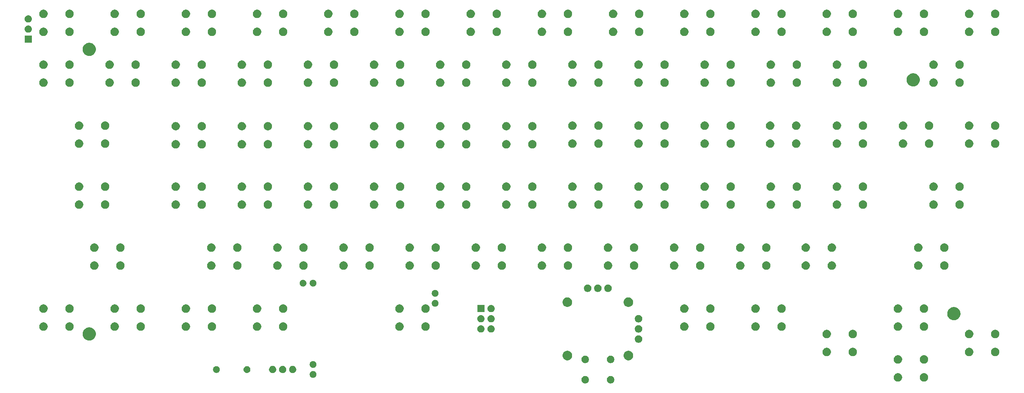
<source format=gbr>
G04 #@! TF.GenerationSoftware,KiCad,Pcbnew,(5.0.2)-1*
G04 #@! TF.CreationDate,2019-01-21T23:15:36+01:00*
G04 #@! TF.ProjectId,schematic,73636865-6d61-4746-9963-2e6b69636164,rev?*
G04 #@! TF.SameCoordinates,Original*
G04 #@! TF.FileFunction,Soldermask,Bot*
G04 #@! TF.FilePolarity,Negative*
%FSLAX46Y46*%
G04 Gerber Fmt 4.6, Leading zero omitted, Abs format (unit mm)*
G04 Created by KiCad (PCBNEW (5.0.2)-1) date 21.01.2019 23:15:36*
%MOMM*%
%LPD*%
G01*
G04 APERTURE LIST*
%ADD10C,0.100000*%
G04 APERTURE END LIST*
D10*
G36*
X173629188Y-129906123D02*
X173800257Y-129976983D01*
X173954216Y-130079855D01*
X174085145Y-130210784D01*
X174188017Y-130364743D01*
X174258877Y-130535812D01*
X174295000Y-130717417D01*
X174295000Y-130902583D01*
X174258877Y-131084188D01*
X174188017Y-131255257D01*
X174085145Y-131409216D01*
X173954216Y-131540145D01*
X173800257Y-131643017D01*
X173629188Y-131713877D01*
X173447583Y-131750000D01*
X173262417Y-131750000D01*
X173080812Y-131713877D01*
X172909743Y-131643017D01*
X172755784Y-131540145D01*
X172624855Y-131409216D01*
X172521983Y-131255257D01*
X172451123Y-131084188D01*
X172415000Y-130902583D01*
X172415000Y-130717417D01*
X172451123Y-130535812D01*
X172521983Y-130364743D01*
X172624855Y-130210784D01*
X172755784Y-130079855D01*
X172909743Y-129976983D01*
X173080812Y-129906123D01*
X173262417Y-129870000D01*
X173447583Y-129870000D01*
X173629188Y-129906123D01*
X173629188Y-129906123D01*
G37*
G36*
X167279188Y-129906123D02*
X167450257Y-129976983D01*
X167604216Y-130079855D01*
X167735145Y-130210784D01*
X167838017Y-130364743D01*
X167908877Y-130535812D01*
X167945000Y-130717417D01*
X167945000Y-130902583D01*
X167908877Y-131084188D01*
X167838017Y-131255257D01*
X167735145Y-131409216D01*
X167604216Y-131540145D01*
X167450257Y-131643017D01*
X167279188Y-131713877D01*
X167097583Y-131750000D01*
X166912417Y-131750000D01*
X166730812Y-131713877D01*
X166559743Y-131643017D01*
X166405784Y-131540145D01*
X166274855Y-131409216D01*
X166171983Y-131255257D01*
X166101123Y-131084188D01*
X166065000Y-130902583D01*
X166065000Y-130717417D01*
X166101123Y-130535812D01*
X166171983Y-130364743D01*
X166274855Y-130210784D01*
X166405784Y-130079855D01*
X166559743Y-129976983D01*
X166730812Y-129906123D01*
X166912417Y-129870000D01*
X167097583Y-129870000D01*
X167279188Y-129906123D01*
X167279188Y-129906123D01*
G37*
G36*
X245416565Y-129219389D02*
X245607834Y-129298615D01*
X245779976Y-129413637D01*
X245926363Y-129560024D01*
X246041385Y-129732166D01*
X246120611Y-129923435D01*
X246161000Y-130126484D01*
X246161000Y-130333516D01*
X246120611Y-130536565D01*
X246041385Y-130727834D01*
X245926363Y-130899976D01*
X245779976Y-131046363D01*
X245607834Y-131161385D01*
X245416565Y-131240611D01*
X245213516Y-131281000D01*
X245006484Y-131281000D01*
X244803435Y-131240611D01*
X244612166Y-131161385D01*
X244440024Y-131046363D01*
X244293637Y-130899976D01*
X244178615Y-130727834D01*
X244099389Y-130536565D01*
X244059000Y-130333516D01*
X244059000Y-130126484D01*
X244099389Y-129923435D01*
X244178615Y-129732166D01*
X244293637Y-129560024D01*
X244440024Y-129413637D01*
X244612166Y-129298615D01*
X244803435Y-129219389D01*
X245006484Y-129179000D01*
X245213516Y-129179000D01*
X245416565Y-129219389D01*
X245416565Y-129219389D01*
G37*
G36*
X251916565Y-129219389D02*
X252107834Y-129298615D01*
X252279976Y-129413637D01*
X252426363Y-129560024D01*
X252541385Y-129732166D01*
X252620611Y-129923435D01*
X252661000Y-130126484D01*
X252661000Y-130333516D01*
X252620611Y-130536565D01*
X252541385Y-130727834D01*
X252426363Y-130899976D01*
X252279976Y-131046363D01*
X252107834Y-131161385D01*
X251916565Y-131240611D01*
X251713516Y-131281000D01*
X251506484Y-131281000D01*
X251303435Y-131240611D01*
X251112166Y-131161385D01*
X250940024Y-131046363D01*
X250793637Y-130899976D01*
X250678615Y-130727834D01*
X250599389Y-130536565D01*
X250559000Y-130333516D01*
X250559000Y-130126484D01*
X250599389Y-129923435D01*
X250678615Y-129732166D01*
X250793637Y-129560024D01*
X250940024Y-129413637D01*
X251112166Y-129298615D01*
X251303435Y-129219389D01*
X251506484Y-129179000D01*
X251713516Y-129179000D01*
X251916565Y-129219389D01*
X251916565Y-129219389D01*
G37*
G36*
X99308228Y-128681703D02*
X99463100Y-128745853D01*
X99602481Y-128838985D01*
X99721015Y-128957519D01*
X99814147Y-129096900D01*
X99878297Y-129251772D01*
X99911000Y-129416184D01*
X99911000Y-129583816D01*
X99878297Y-129748228D01*
X99814147Y-129903100D01*
X99721015Y-130042481D01*
X99602481Y-130161015D01*
X99463100Y-130254147D01*
X99308228Y-130318297D01*
X99143816Y-130351000D01*
X98976184Y-130351000D01*
X98811772Y-130318297D01*
X98656900Y-130254147D01*
X98517519Y-130161015D01*
X98398985Y-130042481D01*
X98305853Y-129903100D01*
X98241703Y-129748228D01*
X98209000Y-129583816D01*
X98209000Y-129416184D01*
X98241703Y-129251772D01*
X98305853Y-129096900D01*
X98398985Y-128957519D01*
X98517519Y-128838985D01*
X98656900Y-128745853D01*
X98811772Y-128681703D01*
X98976184Y-128649000D01*
X99143816Y-128649000D01*
X99308228Y-128681703D01*
X99308228Y-128681703D01*
G37*
G36*
X94242812Y-127403624D02*
X94406784Y-127471544D01*
X94554354Y-127570147D01*
X94679853Y-127695646D01*
X94778456Y-127843216D01*
X94846376Y-128007188D01*
X94881000Y-128181259D01*
X94881000Y-128358741D01*
X94846376Y-128532812D01*
X94778456Y-128696784D01*
X94679853Y-128844354D01*
X94554354Y-128969853D01*
X94406784Y-129068456D01*
X94242812Y-129136376D01*
X94068741Y-129171000D01*
X93891259Y-129171000D01*
X93717188Y-129136376D01*
X93553216Y-129068456D01*
X93405646Y-128969853D01*
X93280147Y-128844354D01*
X93181544Y-128696784D01*
X93113624Y-128532812D01*
X93079000Y-128358741D01*
X93079000Y-128181259D01*
X93113624Y-128007188D01*
X93181544Y-127843216D01*
X93280147Y-127695646D01*
X93405646Y-127570147D01*
X93553216Y-127471544D01*
X93717188Y-127403624D01*
X93891259Y-127369000D01*
X94068741Y-127369000D01*
X94242812Y-127403624D01*
X94242812Y-127403624D01*
G37*
G36*
X91742812Y-127403624D02*
X91906784Y-127471544D01*
X92054354Y-127570147D01*
X92179853Y-127695646D01*
X92278456Y-127843216D01*
X92346376Y-128007188D01*
X92381000Y-128181259D01*
X92381000Y-128358741D01*
X92346376Y-128532812D01*
X92278456Y-128696784D01*
X92179853Y-128844354D01*
X92054354Y-128969853D01*
X91906784Y-129068456D01*
X91742812Y-129136376D01*
X91568741Y-129171000D01*
X91391259Y-129171000D01*
X91217188Y-129136376D01*
X91053216Y-129068456D01*
X90905646Y-128969853D01*
X90780147Y-128844354D01*
X90681544Y-128696784D01*
X90613624Y-128532812D01*
X90579000Y-128358741D01*
X90579000Y-128181259D01*
X90613624Y-128007188D01*
X90681544Y-127843216D01*
X90780147Y-127695646D01*
X90905646Y-127570147D01*
X91053216Y-127471544D01*
X91217188Y-127403624D01*
X91391259Y-127369000D01*
X91568741Y-127369000D01*
X91742812Y-127403624D01*
X91742812Y-127403624D01*
G37*
G36*
X89242812Y-127403624D02*
X89406784Y-127471544D01*
X89554354Y-127570147D01*
X89679853Y-127695646D01*
X89778456Y-127843216D01*
X89846376Y-128007188D01*
X89881000Y-128181259D01*
X89881000Y-128358741D01*
X89846376Y-128532812D01*
X89778456Y-128696784D01*
X89679853Y-128844354D01*
X89554354Y-128969853D01*
X89406784Y-129068456D01*
X89242812Y-129136376D01*
X89068741Y-129171000D01*
X88891259Y-129171000D01*
X88717188Y-129136376D01*
X88553216Y-129068456D01*
X88405646Y-128969853D01*
X88280147Y-128844354D01*
X88181544Y-128696784D01*
X88113624Y-128532812D01*
X88079000Y-128358741D01*
X88079000Y-128181259D01*
X88113624Y-128007188D01*
X88181544Y-127843216D01*
X88280147Y-127695646D01*
X88405646Y-127570147D01*
X88553216Y-127471544D01*
X88717188Y-127403624D01*
X88891259Y-127369000D01*
X89068741Y-127369000D01*
X89242812Y-127403624D01*
X89242812Y-127403624D01*
G37*
G36*
X82716821Y-127431313D02*
X82716824Y-127431314D01*
X82716825Y-127431314D01*
X82877239Y-127479975D01*
X82877241Y-127479976D01*
X82877244Y-127479977D01*
X83025078Y-127558995D01*
X83154659Y-127665341D01*
X83261005Y-127794922D01*
X83340023Y-127942756D01*
X83340024Y-127942759D01*
X83340025Y-127942761D01*
X83388686Y-128103175D01*
X83388687Y-128103179D01*
X83405117Y-128270000D01*
X83388687Y-128436821D01*
X83388686Y-128436824D01*
X83388686Y-128436825D01*
X83359569Y-128532812D01*
X83340023Y-128597244D01*
X83261005Y-128745078D01*
X83154659Y-128874659D01*
X83025078Y-128981005D01*
X82877244Y-129060023D01*
X82877241Y-129060024D01*
X82877239Y-129060025D01*
X82716825Y-129108686D01*
X82716824Y-129108686D01*
X82716821Y-129108687D01*
X82591804Y-129121000D01*
X82508196Y-129121000D01*
X82383179Y-129108687D01*
X82383176Y-129108686D01*
X82383175Y-129108686D01*
X82222761Y-129060025D01*
X82222759Y-129060024D01*
X82222756Y-129060023D01*
X82074922Y-128981005D01*
X81945341Y-128874659D01*
X81838995Y-128745078D01*
X81759977Y-128597244D01*
X81740432Y-128532812D01*
X81711314Y-128436825D01*
X81711314Y-128436824D01*
X81711313Y-128436821D01*
X81694883Y-128270000D01*
X81711313Y-128103179D01*
X81711314Y-128103175D01*
X81759975Y-127942761D01*
X81759976Y-127942759D01*
X81759977Y-127942756D01*
X81838995Y-127794922D01*
X81945341Y-127665341D01*
X82074922Y-127558995D01*
X82222756Y-127479977D01*
X82222759Y-127479976D01*
X82222761Y-127479975D01*
X82383175Y-127431314D01*
X82383176Y-127431314D01*
X82383179Y-127431313D01*
X82508196Y-127419000D01*
X82591804Y-127419000D01*
X82716821Y-127431313D01*
X82716821Y-127431313D01*
G37*
G36*
X75178228Y-127451703D02*
X75333100Y-127515853D01*
X75472481Y-127608985D01*
X75591015Y-127727519D01*
X75684147Y-127866900D01*
X75748297Y-128021772D01*
X75781000Y-128186184D01*
X75781000Y-128353816D01*
X75748297Y-128518228D01*
X75684147Y-128673100D01*
X75591015Y-128812481D01*
X75472481Y-128931015D01*
X75333100Y-129024147D01*
X75178228Y-129088297D01*
X75013816Y-129121000D01*
X74846184Y-129121000D01*
X74681772Y-129088297D01*
X74526900Y-129024147D01*
X74387519Y-128931015D01*
X74268985Y-128812481D01*
X74175853Y-128673100D01*
X74111703Y-128518228D01*
X74079000Y-128353816D01*
X74079000Y-128186184D01*
X74111703Y-128021772D01*
X74175853Y-127866900D01*
X74268985Y-127727519D01*
X74387519Y-127608985D01*
X74526900Y-127515853D01*
X74681772Y-127451703D01*
X74846184Y-127419000D01*
X75013816Y-127419000D01*
X75178228Y-127451703D01*
X75178228Y-127451703D01*
G37*
G36*
X99308228Y-126181703D02*
X99463100Y-126245853D01*
X99602481Y-126338985D01*
X99721015Y-126457519D01*
X99814147Y-126596900D01*
X99878297Y-126751772D01*
X99911000Y-126916184D01*
X99911000Y-127083816D01*
X99878297Y-127248228D01*
X99814147Y-127403100D01*
X99721015Y-127542481D01*
X99602481Y-127661015D01*
X99463100Y-127754147D01*
X99308228Y-127818297D01*
X99143816Y-127851000D01*
X98976184Y-127851000D01*
X98811772Y-127818297D01*
X98656900Y-127754147D01*
X98517519Y-127661015D01*
X98398985Y-127542481D01*
X98305853Y-127403100D01*
X98241703Y-127248228D01*
X98209000Y-127083816D01*
X98209000Y-126916184D01*
X98241703Y-126751772D01*
X98305853Y-126596900D01*
X98398985Y-126457519D01*
X98517519Y-126338985D01*
X98656900Y-126245853D01*
X98811772Y-126181703D01*
X98976184Y-126149000D01*
X99143816Y-126149000D01*
X99308228Y-126181703D01*
X99308228Y-126181703D01*
G37*
G36*
X251916565Y-124719389D02*
X252107834Y-124798615D01*
X252279976Y-124913637D01*
X252426363Y-125060024D01*
X252541385Y-125232166D01*
X252620611Y-125423435D01*
X252661000Y-125626484D01*
X252661000Y-125833516D01*
X252620611Y-126036565D01*
X252541385Y-126227834D01*
X252426363Y-126399976D01*
X252279976Y-126546363D01*
X252107834Y-126661385D01*
X251916565Y-126740611D01*
X251713516Y-126781000D01*
X251506484Y-126781000D01*
X251303435Y-126740611D01*
X251112166Y-126661385D01*
X250940024Y-126546363D01*
X250793637Y-126399976D01*
X250678615Y-126227834D01*
X250599389Y-126036565D01*
X250559000Y-125833516D01*
X250559000Y-125626484D01*
X250599389Y-125423435D01*
X250678615Y-125232166D01*
X250793637Y-125060024D01*
X250940024Y-124913637D01*
X251112166Y-124798615D01*
X251303435Y-124719389D01*
X251506484Y-124679000D01*
X251713516Y-124679000D01*
X251916565Y-124719389D01*
X251916565Y-124719389D01*
G37*
G36*
X245416565Y-124719389D02*
X245607834Y-124798615D01*
X245779976Y-124913637D01*
X245926363Y-125060024D01*
X246041385Y-125232166D01*
X246120611Y-125423435D01*
X246161000Y-125626484D01*
X246161000Y-125833516D01*
X246120611Y-126036565D01*
X246041385Y-126227834D01*
X245926363Y-126399976D01*
X245779976Y-126546363D01*
X245607834Y-126661385D01*
X245416565Y-126740611D01*
X245213516Y-126781000D01*
X245006484Y-126781000D01*
X244803435Y-126740611D01*
X244612166Y-126661385D01*
X244440024Y-126546363D01*
X244293637Y-126399976D01*
X244178615Y-126227834D01*
X244099389Y-126036565D01*
X244059000Y-125833516D01*
X244059000Y-125626484D01*
X244099389Y-125423435D01*
X244178615Y-125232166D01*
X244293637Y-125060024D01*
X244440024Y-124913637D01*
X244612166Y-124798615D01*
X244803435Y-124719389D01*
X245006484Y-124679000D01*
X245213516Y-124679000D01*
X245416565Y-124719389D01*
X245416565Y-124719389D01*
G37*
G36*
X173629188Y-124826123D02*
X173800257Y-124896983D01*
X173954216Y-124999855D01*
X174085145Y-125130784D01*
X174188017Y-125284743D01*
X174258877Y-125455812D01*
X174295000Y-125637417D01*
X174295000Y-125822583D01*
X174258877Y-126004188D01*
X174188017Y-126175257D01*
X174085145Y-126329216D01*
X173954216Y-126460145D01*
X173800257Y-126563017D01*
X173629188Y-126633877D01*
X173447583Y-126670000D01*
X173262417Y-126670000D01*
X173080812Y-126633877D01*
X172909743Y-126563017D01*
X172755784Y-126460145D01*
X172624855Y-126329216D01*
X172521983Y-126175257D01*
X172451123Y-126004188D01*
X172415000Y-125822583D01*
X172415000Y-125637417D01*
X172451123Y-125455812D01*
X172521983Y-125284743D01*
X172624855Y-125130784D01*
X172755784Y-124999855D01*
X172909743Y-124896983D01*
X173080812Y-124826123D01*
X173262417Y-124790000D01*
X173447583Y-124790000D01*
X173629188Y-124826123D01*
X173629188Y-124826123D01*
G37*
G36*
X167279188Y-124826123D02*
X167450257Y-124896983D01*
X167604216Y-124999855D01*
X167735145Y-125130784D01*
X167838017Y-125284743D01*
X167908877Y-125455812D01*
X167945000Y-125637417D01*
X167945000Y-125822583D01*
X167908877Y-126004188D01*
X167838017Y-126175257D01*
X167735145Y-126329216D01*
X167604216Y-126460145D01*
X167450257Y-126563017D01*
X167279188Y-126633877D01*
X167097583Y-126670000D01*
X166912417Y-126670000D01*
X166730812Y-126633877D01*
X166559743Y-126563017D01*
X166405784Y-126460145D01*
X166274855Y-126329216D01*
X166171983Y-126175257D01*
X166101123Y-126004188D01*
X166065000Y-125822583D01*
X166065000Y-125637417D01*
X166101123Y-125455812D01*
X166171983Y-125284743D01*
X166274855Y-125130784D01*
X166405784Y-124999855D01*
X166559743Y-124896983D01*
X166730812Y-124826123D01*
X166912417Y-124790000D01*
X167097583Y-124790000D01*
X167279188Y-124826123D01*
X167279188Y-124826123D01*
G37*
G36*
X162908277Y-123629385D02*
X163125572Y-123719391D01*
X163321131Y-123850060D01*
X163487440Y-124016369D01*
X163618109Y-124211928D01*
X163708115Y-124429223D01*
X163754000Y-124659901D01*
X163754000Y-124895099D01*
X163708115Y-125125777D01*
X163618109Y-125343072D01*
X163487440Y-125538631D01*
X163321131Y-125704940D01*
X163125572Y-125835609D01*
X162908277Y-125925615D01*
X162677599Y-125971500D01*
X162442401Y-125971500D01*
X162211723Y-125925615D01*
X161994428Y-125835609D01*
X161798869Y-125704940D01*
X161632560Y-125538631D01*
X161501891Y-125343072D01*
X161411885Y-125125777D01*
X161366000Y-124895099D01*
X161366000Y-124659901D01*
X161411885Y-124429223D01*
X161501891Y-124211928D01*
X161632560Y-124016369D01*
X161798869Y-123850060D01*
X161994428Y-123719391D01*
X162211723Y-123629385D01*
X162442401Y-123583500D01*
X162677599Y-123583500D01*
X162908277Y-123629385D01*
X162908277Y-123629385D01*
G37*
G36*
X178148277Y-123629385D02*
X178365572Y-123719391D01*
X178561131Y-123850060D01*
X178727440Y-124016369D01*
X178858109Y-124211928D01*
X178948115Y-124429223D01*
X178994000Y-124659901D01*
X178994000Y-124895099D01*
X178948115Y-125125777D01*
X178858109Y-125343072D01*
X178727440Y-125538631D01*
X178561131Y-125704940D01*
X178365572Y-125835609D01*
X178148277Y-125925615D01*
X177917599Y-125971500D01*
X177682401Y-125971500D01*
X177451723Y-125925615D01*
X177234428Y-125835609D01*
X177038869Y-125704940D01*
X176872560Y-125538631D01*
X176741891Y-125343072D01*
X176651885Y-125125777D01*
X176606000Y-124895099D01*
X176606000Y-124659901D01*
X176651885Y-124429223D01*
X176741891Y-124211928D01*
X176872560Y-124016369D01*
X177038869Y-123850060D01*
X177234428Y-123719391D01*
X177451723Y-123629385D01*
X177682401Y-123583500D01*
X177917599Y-123583500D01*
X178148277Y-123629385D01*
X178148277Y-123629385D01*
G37*
G36*
X227636565Y-122869389D02*
X227827834Y-122948615D01*
X227999976Y-123063637D01*
X228146363Y-123210024D01*
X228261385Y-123382166D01*
X228340611Y-123573435D01*
X228381000Y-123776484D01*
X228381000Y-123983516D01*
X228340611Y-124186565D01*
X228261385Y-124377834D01*
X228146363Y-124549976D01*
X227999976Y-124696363D01*
X227827834Y-124811385D01*
X227636565Y-124890611D01*
X227433516Y-124931000D01*
X227226484Y-124931000D01*
X227023435Y-124890611D01*
X226832166Y-124811385D01*
X226660024Y-124696363D01*
X226513637Y-124549976D01*
X226398615Y-124377834D01*
X226319389Y-124186565D01*
X226279000Y-123983516D01*
X226279000Y-123776484D01*
X226319389Y-123573435D01*
X226398615Y-123382166D01*
X226513637Y-123210024D01*
X226660024Y-123063637D01*
X226832166Y-122948615D01*
X227023435Y-122869389D01*
X227226484Y-122829000D01*
X227433516Y-122829000D01*
X227636565Y-122869389D01*
X227636565Y-122869389D01*
G37*
G36*
X269696565Y-122869389D02*
X269887834Y-122948615D01*
X270059976Y-123063637D01*
X270206363Y-123210024D01*
X270321385Y-123382166D01*
X270400611Y-123573435D01*
X270441000Y-123776484D01*
X270441000Y-123983516D01*
X270400611Y-124186565D01*
X270321385Y-124377834D01*
X270206363Y-124549976D01*
X270059976Y-124696363D01*
X269887834Y-124811385D01*
X269696565Y-124890611D01*
X269493516Y-124931000D01*
X269286484Y-124931000D01*
X269083435Y-124890611D01*
X268892166Y-124811385D01*
X268720024Y-124696363D01*
X268573637Y-124549976D01*
X268458615Y-124377834D01*
X268379389Y-124186565D01*
X268339000Y-123983516D01*
X268339000Y-123776484D01*
X268379389Y-123573435D01*
X268458615Y-123382166D01*
X268573637Y-123210024D01*
X268720024Y-123063637D01*
X268892166Y-122948615D01*
X269083435Y-122869389D01*
X269286484Y-122829000D01*
X269493516Y-122829000D01*
X269696565Y-122869389D01*
X269696565Y-122869389D01*
G37*
G36*
X234136565Y-122869389D02*
X234327834Y-122948615D01*
X234499976Y-123063637D01*
X234646363Y-123210024D01*
X234761385Y-123382166D01*
X234840611Y-123573435D01*
X234881000Y-123776484D01*
X234881000Y-123983516D01*
X234840611Y-124186565D01*
X234761385Y-124377834D01*
X234646363Y-124549976D01*
X234499976Y-124696363D01*
X234327834Y-124811385D01*
X234136565Y-124890611D01*
X233933516Y-124931000D01*
X233726484Y-124931000D01*
X233523435Y-124890611D01*
X233332166Y-124811385D01*
X233160024Y-124696363D01*
X233013637Y-124549976D01*
X232898615Y-124377834D01*
X232819389Y-124186565D01*
X232779000Y-123983516D01*
X232779000Y-123776484D01*
X232819389Y-123573435D01*
X232898615Y-123382166D01*
X233013637Y-123210024D01*
X233160024Y-123063637D01*
X233332166Y-122948615D01*
X233523435Y-122869389D01*
X233726484Y-122829000D01*
X233933516Y-122829000D01*
X234136565Y-122869389D01*
X234136565Y-122869389D01*
G37*
G36*
X263196565Y-122869389D02*
X263387834Y-122948615D01*
X263559976Y-123063637D01*
X263706363Y-123210024D01*
X263821385Y-123382166D01*
X263900611Y-123573435D01*
X263941000Y-123776484D01*
X263941000Y-123983516D01*
X263900611Y-124186565D01*
X263821385Y-124377834D01*
X263706363Y-124549976D01*
X263559976Y-124696363D01*
X263387834Y-124811385D01*
X263196565Y-124890611D01*
X262993516Y-124931000D01*
X262786484Y-124931000D01*
X262583435Y-124890611D01*
X262392166Y-124811385D01*
X262220024Y-124696363D01*
X262073637Y-124549976D01*
X261958615Y-124377834D01*
X261879389Y-124186565D01*
X261839000Y-123983516D01*
X261839000Y-123776484D01*
X261879389Y-123573435D01*
X261958615Y-123382166D01*
X262073637Y-123210024D01*
X262220024Y-123063637D01*
X262392166Y-122948615D01*
X262583435Y-122869389D01*
X262786484Y-122829000D01*
X262993516Y-122829000D01*
X263196565Y-122869389D01*
X263196565Y-122869389D01*
G37*
G36*
X180614188Y-119746123D02*
X180785257Y-119816983D01*
X180939216Y-119919855D01*
X181070145Y-120050784D01*
X181173017Y-120204743D01*
X181243877Y-120375812D01*
X181280000Y-120557417D01*
X181280000Y-120742583D01*
X181243877Y-120924188D01*
X181173017Y-121095257D01*
X181070145Y-121249216D01*
X180939216Y-121380145D01*
X180785257Y-121483017D01*
X180614188Y-121553877D01*
X180432583Y-121590000D01*
X180247417Y-121590000D01*
X180065812Y-121553877D01*
X179894743Y-121483017D01*
X179740784Y-121380145D01*
X179609855Y-121249216D01*
X179506983Y-121095257D01*
X179436123Y-120924188D01*
X179400000Y-120742583D01*
X179400000Y-120557417D01*
X179436123Y-120375812D01*
X179506983Y-120204743D01*
X179609855Y-120050784D01*
X179740784Y-119919855D01*
X179894743Y-119816983D01*
X180065812Y-119746123D01*
X180247417Y-119710000D01*
X180432583Y-119710000D01*
X180614188Y-119746123D01*
X180614188Y-119746123D01*
G37*
G36*
X43555256Y-117771298D02*
X43661579Y-117792447D01*
X43962042Y-117916903D01*
X44128063Y-118027835D01*
X44232454Y-118097587D01*
X44462413Y-118327546D01*
X44462415Y-118327549D01*
X44643097Y-118597958D01*
X44760820Y-118882165D01*
X44767553Y-118898422D01*
X44831000Y-119217389D01*
X44831000Y-119542611D01*
X44797704Y-119710000D01*
X44767553Y-119861579D01*
X44643097Y-120162042D01*
X44543309Y-120311385D01*
X44462413Y-120432454D01*
X44232454Y-120662413D01*
X44232451Y-120662415D01*
X43962042Y-120843097D01*
X43661579Y-120967553D01*
X43555256Y-120988702D01*
X43342611Y-121031000D01*
X43017389Y-121031000D01*
X42804744Y-120988702D01*
X42698421Y-120967553D01*
X42397958Y-120843097D01*
X42127549Y-120662415D01*
X42127546Y-120662413D01*
X41897587Y-120432454D01*
X41816691Y-120311385D01*
X41716903Y-120162042D01*
X41592447Y-119861579D01*
X41562296Y-119710000D01*
X41529000Y-119542611D01*
X41529000Y-119217389D01*
X41592447Y-118898422D01*
X41599181Y-118882165D01*
X41716903Y-118597958D01*
X41897585Y-118327549D01*
X41897587Y-118327546D01*
X42127546Y-118097587D01*
X42231937Y-118027835D01*
X42397958Y-117916903D01*
X42698421Y-117792447D01*
X42804744Y-117771298D01*
X43017389Y-117729000D01*
X43342611Y-117729000D01*
X43555256Y-117771298D01*
X43555256Y-117771298D01*
G37*
G36*
X227636565Y-118369389D02*
X227827834Y-118448615D01*
X227999976Y-118563637D01*
X228146363Y-118710024D01*
X228261385Y-118882166D01*
X228340611Y-119073435D01*
X228381000Y-119276484D01*
X228381000Y-119483516D01*
X228340611Y-119686565D01*
X228261385Y-119877834D01*
X228146363Y-120049976D01*
X227999976Y-120196363D01*
X227827834Y-120311385D01*
X227636565Y-120390611D01*
X227433516Y-120431000D01*
X227226484Y-120431000D01*
X227023435Y-120390611D01*
X226832166Y-120311385D01*
X226660024Y-120196363D01*
X226513637Y-120049976D01*
X226398615Y-119877834D01*
X226319389Y-119686565D01*
X226279000Y-119483516D01*
X226279000Y-119276484D01*
X226319389Y-119073435D01*
X226398615Y-118882166D01*
X226513637Y-118710024D01*
X226660024Y-118563637D01*
X226832166Y-118448615D01*
X227023435Y-118369389D01*
X227226484Y-118329000D01*
X227433516Y-118329000D01*
X227636565Y-118369389D01*
X227636565Y-118369389D01*
G37*
G36*
X234136565Y-118369389D02*
X234327834Y-118448615D01*
X234499976Y-118563637D01*
X234646363Y-118710024D01*
X234761385Y-118882166D01*
X234840611Y-119073435D01*
X234881000Y-119276484D01*
X234881000Y-119483516D01*
X234840611Y-119686565D01*
X234761385Y-119877834D01*
X234646363Y-120049976D01*
X234499976Y-120196363D01*
X234327834Y-120311385D01*
X234136565Y-120390611D01*
X233933516Y-120431000D01*
X233726484Y-120431000D01*
X233523435Y-120390611D01*
X233332166Y-120311385D01*
X233160024Y-120196363D01*
X233013637Y-120049976D01*
X232898615Y-119877834D01*
X232819389Y-119686565D01*
X232779000Y-119483516D01*
X232779000Y-119276484D01*
X232819389Y-119073435D01*
X232898615Y-118882166D01*
X233013637Y-118710024D01*
X233160024Y-118563637D01*
X233332166Y-118448615D01*
X233523435Y-118369389D01*
X233726484Y-118329000D01*
X233933516Y-118329000D01*
X234136565Y-118369389D01*
X234136565Y-118369389D01*
G37*
G36*
X269696565Y-118369389D02*
X269887834Y-118448615D01*
X270059976Y-118563637D01*
X270206363Y-118710024D01*
X270321385Y-118882166D01*
X270400611Y-119073435D01*
X270441000Y-119276484D01*
X270441000Y-119483516D01*
X270400611Y-119686565D01*
X270321385Y-119877834D01*
X270206363Y-120049976D01*
X270059976Y-120196363D01*
X269887834Y-120311385D01*
X269696565Y-120390611D01*
X269493516Y-120431000D01*
X269286484Y-120431000D01*
X269083435Y-120390611D01*
X268892166Y-120311385D01*
X268720024Y-120196363D01*
X268573637Y-120049976D01*
X268458615Y-119877834D01*
X268379389Y-119686565D01*
X268339000Y-119483516D01*
X268339000Y-119276484D01*
X268379389Y-119073435D01*
X268458615Y-118882166D01*
X268573637Y-118710024D01*
X268720024Y-118563637D01*
X268892166Y-118448615D01*
X269083435Y-118369389D01*
X269286484Y-118329000D01*
X269493516Y-118329000D01*
X269696565Y-118369389D01*
X269696565Y-118369389D01*
G37*
G36*
X263196565Y-118369389D02*
X263387834Y-118448615D01*
X263559976Y-118563637D01*
X263706363Y-118710024D01*
X263821385Y-118882166D01*
X263900611Y-119073435D01*
X263941000Y-119276484D01*
X263941000Y-119483516D01*
X263900611Y-119686565D01*
X263821385Y-119877834D01*
X263706363Y-120049976D01*
X263559976Y-120196363D01*
X263387834Y-120311385D01*
X263196565Y-120390611D01*
X262993516Y-120431000D01*
X262786484Y-120431000D01*
X262583435Y-120390611D01*
X262392166Y-120311385D01*
X262220024Y-120196363D01*
X262073637Y-120049976D01*
X261958615Y-119877834D01*
X261879389Y-119686565D01*
X261839000Y-119483516D01*
X261839000Y-119276484D01*
X261879389Y-119073435D01*
X261958615Y-118882166D01*
X262073637Y-118710024D01*
X262220024Y-118563637D01*
X262392166Y-118448615D01*
X262583435Y-118369389D01*
X262786484Y-118329000D01*
X262993516Y-118329000D01*
X263196565Y-118369389D01*
X263196565Y-118369389D01*
G37*
G36*
X180614188Y-117206123D02*
X180785257Y-117276983D01*
X180939216Y-117379855D01*
X181070145Y-117510784D01*
X181173017Y-117664743D01*
X181243877Y-117835812D01*
X181280000Y-118017417D01*
X181280000Y-118202583D01*
X181243877Y-118384188D01*
X181173017Y-118555257D01*
X181070145Y-118709216D01*
X180939216Y-118840145D01*
X180785257Y-118943017D01*
X180614188Y-119013877D01*
X180432583Y-119050000D01*
X180247417Y-119050000D01*
X180065812Y-119013877D01*
X179894743Y-118943017D01*
X179740784Y-118840145D01*
X179609855Y-118709216D01*
X179506983Y-118555257D01*
X179436123Y-118384188D01*
X179400000Y-118202583D01*
X179400000Y-118017417D01*
X179436123Y-117835812D01*
X179506983Y-117664743D01*
X179609855Y-117510784D01*
X179740784Y-117379855D01*
X179894743Y-117276983D01*
X180065812Y-117206123D01*
X180247417Y-117170000D01*
X180432583Y-117170000D01*
X180614188Y-117206123D01*
X180614188Y-117206123D01*
G37*
G36*
X143620443Y-117215519D02*
X143686627Y-117222037D01*
X143799853Y-117256384D01*
X143856467Y-117273557D01*
X143862876Y-117276983D01*
X144012991Y-117357222D01*
X144040569Y-117379855D01*
X144150186Y-117469814D01*
X144233448Y-117571271D01*
X144262778Y-117607009D01*
X144262779Y-117607011D01*
X144346443Y-117763533D01*
X144346443Y-117763534D01*
X144397963Y-117933373D01*
X144415359Y-118110000D01*
X144397963Y-118286627D01*
X144372857Y-118369389D01*
X144346443Y-118456467D01*
X144279878Y-118581000D01*
X144262778Y-118612991D01*
X144233448Y-118648729D01*
X144150186Y-118750186D01*
X144048729Y-118833448D01*
X144012991Y-118862778D01*
X144012989Y-118862779D01*
X143856467Y-118946443D01*
X143799853Y-118963616D01*
X143686627Y-118997963D01*
X143620443Y-119004481D01*
X143554260Y-119011000D01*
X143465740Y-119011000D01*
X143399557Y-119004481D01*
X143333373Y-118997963D01*
X143220147Y-118963616D01*
X143163533Y-118946443D01*
X143007011Y-118862779D01*
X143007009Y-118862778D01*
X142971271Y-118833448D01*
X142869814Y-118750186D01*
X142786552Y-118648729D01*
X142757222Y-118612991D01*
X142740122Y-118581000D01*
X142673557Y-118456467D01*
X142647143Y-118369389D01*
X142622037Y-118286627D01*
X142604641Y-118110000D01*
X142622037Y-117933373D01*
X142673557Y-117763534D01*
X142673557Y-117763533D01*
X142757221Y-117607011D01*
X142757222Y-117607009D01*
X142786552Y-117571271D01*
X142869814Y-117469814D01*
X142979431Y-117379855D01*
X143007009Y-117357222D01*
X143157124Y-117276983D01*
X143163533Y-117273557D01*
X143220147Y-117256384D01*
X143333373Y-117222037D01*
X143399557Y-117215519D01*
X143465740Y-117209000D01*
X143554260Y-117209000D01*
X143620443Y-117215519D01*
X143620443Y-117215519D01*
G37*
G36*
X141080443Y-117215519D02*
X141146627Y-117222037D01*
X141259853Y-117256384D01*
X141316467Y-117273557D01*
X141322876Y-117276983D01*
X141472991Y-117357222D01*
X141500569Y-117379855D01*
X141610186Y-117469814D01*
X141693448Y-117571271D01*
X141722778Y-117607009D01*
X141722779Y-117607011D01*
X141806443Y-117763533D01*
X141806443Y-117763534D01*
X141857963Y-117933373D01*
X141875359Y-118110000D01*
X141857963Y-118286627D01*
X141832857Y-118369389D01*
X141806443Y-118456467D01*
X141739878Y-118581000D01*
X141722778Y-118612991D01*
X141693448Y-118648729D01*
X141610186Y-118750186D01*
X141508729Y-118833448D01*
X141472991Y-118862778D01*
X141472989Y-118862779D01*
X141316467Y-118946443D01*
X141259853Y-118963616D01*
X141146627Y-118997963D01*
X141080443Y-119004481D01*
X141014260Y-119011000D01*
X140925740Y-119011000D01*
X140859557Y-119004481D01*
X140793373Y-118997963D01*
X140680147Y-118963616D01*
X140623533Y-118946443D01*
X140467011Y-118862779D01*
X140467009Y-118862778D01*
X140431271Y-118833448D01*
X140329814Y-118750186D01*
X140246552Y-118648729D01*
X140217222Y-118612991D01*
X140200122Y-118581000D01*
X140133557Y-118456467D01*
X140107143Y-118369389D01*
X140082037Y-118286627D01*
X140064641Y-118110000D01*
X140082037Y-117933373D01*
X140133557Y-117763534D01*
X140133557Y-117763533D01*
X140217221Y-117607011D01*
X140217222Y-117607009D01*
X140246552Y-117571271D01*
X140329814Y-117469814D01*
X140439431Y-117379855D01*
X140467009Y-117357222D01*
X140617124Y-117276983D01*
X140623533Y-117273557D01*
X140680147Y-117256384D01*
X140793373Y-117222037D01*
X140859557Y-117215519D01*
X140925740Y-117209000D01*
X141014260Y-117209000D01*
X141080443Y-117215519D01*
X141080443Y-117215519D01*
G37*
G36*
X38556565Y-116519389D02*
X38747834Y-116598615D01*
X38919976Y-116713637D01*
X39066363Y-116860024D01*
X39181385Y-117032166D01*
X39260611Y-117223435D01*
X39301000Y-117426484D01*
X39301000Y-117633516D01*
X39260611Y-117836565D01*
X39181385Y-118027834D01*
X39066363Y-118199976D01*
X38919976Y-118346363D01*
X38747834Y-118461385D01*
X38556565Y-118540611D01*
X38353516Y-118581000D01*
X38146484Y-118581000D01*
X37943435Y-118540611D01*
X37752166Y-118461385D01*
X37580024Y-118346363D01*
X37433637Y-118199976D01*
X37318615Y-118027834D01*
X37239389Y-117836565D01*
X37199000Y-117633516D01*
X37199000Y-117426484D01*
X37239389Y-117223435D01*
X37318615Y-117032166D01*
X37433637Y-116860024D01*
X37580024Y-116713637D01*
X37752166Y-116598615D01*
X37943435Y-116519389D01*
X38146484Y-116479000D01*
X38353516Y-116479000D01*
X38556565Y-116519389D01*
X38556565Y-116519389D01*
G37*
G36*
X32056565Y-116519389D02*
X32247834Y-116598615D01*
X32419976Y-116713637D01*
X32566363Y-116860024D01*
X32681385Y-117032166D01*
X32760611Y-117223435D01*
X32801000Y-117426484D01*
X32801000Y-117633516D01*
X32760611Y-117836565D01*
X32681385Y-118027834D01*
X32566363Y-118199976D01*
X32419976Y-118346363D01*
X32247834Y-118461385D01*
X32056565Y-118540611D01*
X31853516Y-118581000D01*
X31646484Y-118581000D01*
X31443435Y-118540611D01*
X31252166Y-118461385D01*
X31080024Y-118346363D01*
X30933637Y-118199976D01*
X30818615Y-118027834D01*
X30739389Y-117836565D01*
X30699000Y-117633516D01*
X30699000Y-117426484D01*
X30739389Y-117223435D01*
X30818615Y-117032166D01*
X30933637Y-116860024D01*
X31080024Y-116713637D01*
X31252166Y-116598615D01*
X31443435Y-116519389D01*
X31646484Y-116479000D01*
X31853516Y-116479000D01*
X32056565Y-116519389D01*
X32056565Y-116519389D01*
G37*
G36*
X49836565Y-116519389D02*
X50027834Y-116598615D01*
X50199976Y-116713637D01*
X50346363Y-116860024D01*
X50461385Y-117032166D01*
X50540611Y-117223435D01*
X50581000Y-117426484D01*
X50581000Y-117633516D01*
X50540611Y-117836565D01*
X50461385Y-118027834D01*
X50346363Y-118199976D01*
X50199976Y-118346363D01*
X50027834Y-118461385D01*
X49836565Y-118540611D01*
X49633516Y-118581000D01*
X49426484Y-118581000D01*
X49223435Y-118540611D01*
X49032166Y-118461385D01*
X48860024Y-118346363D01*
X48713637Y-118199976D01*
X48598615Y-118027834D01*
X48519389Y-117836565D01*
X48479000Y-117633516D01*
X48479000Y-117426484D01*
X48519389Y-117223435D01*
X48598615Y-117032166D01*
X48713637Y-116860024D01*
X48860024Y-116713637D01*
X49032166Y-116598615D01*
X49223435Y-116519389D01*
X49426484Y-116479000D01*
X49633516Y-116479000D01*
X49836565Y-116519389D01*
X49836565Y-116519389D01*
G37*
G36*
X56336565Y-116519389D02*
X56527834Y-116598615D01*
X56699976Y-116713637D01*
X56846363Y-116860024D01*
X56961385Y-117032166D01*
X57040611Y-117223435D01*
X57081000Y-117426484D01*
X57081000Y-117633516D01*
X57040611Y-117836565D01*
X56961385Y-118027834D01*
X56846363Y-118199976D01*
X56699976Y-118346363D01*
X56527834Y-118461385D01*
X56336565Y-118540611D01*
X56133516Y-118581000D01*
X55926484Y-118581000D01*
X55723435Y-118540611D01*
X55532166Y-118461385D01*
X55360024Y-118346363D01*
X55213637Y-118199976D01*
X55098615Y-118027834D01*
X55019389Y-117836565D01*
X54979000Y-117633516D01*
X54979000Y-117426484D01*
X55019389Y-117223435D01*
X55098615Y-117032166D01*
X55213637Y-116860024D01*
X55360024Y-116713637D01*
X55532166Y-116598615D01*
X55723435Y-116519389D01*
X55926484Y-116479000D01*
X56133516Y-116479000D01*
X56336565Y-116519389D01*
X56336565Y-116519389D01*
G37*
G36*
X245416565Y-116519389D02*
X245607834Y-116598615D01*
X245779976Y-116713637D01*
X245926363Y-116860024D01*
X246041385Y-117032166D01*
X246120611Y-117223435D01*
X246161000Y-117426484D01*
X246161000Y-117633516D01*
X246120611Y-117836565D01*
X246041385Y-118027834D01*
X245926363Y-118199976D01*
X245779976Y-118346363D01*
X245607834Y-118461385D01*
X245416565Y-118540611D01*
X245213516Y-118581000D01*
X245006484Y-118581000D01*
X244803435Y-118540611D01*
X244612166Y-118461385D01*
X244440024Y-118346363D01*
X244293637Y-118199976D01*
X244178615Y-118027834D01*
X244099389Y-117836565D01*
X244059000Y-117633516D01*
X244059000Y-117426484D01*
X244099389Y-117223435D01*
X244178615Y-117032166D01*
X244293637Y-116860024D01*
X244440024Y-116713637D01*
X244612166Y-116598615D01*
X244803435Y-116519389D01*
X245006484Y-116479000D01*
X245213516Y-116479000D01*
X245416565Y-116519389D01*
X245416565Y-116519389D01*
G37*
G36*
X251916565Y-116519389D02*
X252107834Y-116598615D01*
X252279976Y-116713637D01*
X252426363Y-116860024D01*
X252541385Y-117032166D01*
X252620611Y-117223435D01*
X252661000Y-117426484D01*
X252661000Y-117633516D01*
X252620611Y-117836565D01*
X252541385Y-118027834D01*
X252426363Y-118199976D01*
X252279976Y-118346363D01*
X252107834Y-118461385D01*
X251916565Y-118540611D01*
X251713516Y-118581000D01*
X251506484Y-118581000D01*
X251303435Y-118540611D01*
X251112166Y-118461385D01*
X250940024Y-118346363D01*
X250793637Y-118199976D01*
X250678615Y-118027834D01*
X250599389Y-117836565D01*
X250559000Y-117633516D01*
X250559000Y-117426484D01*
X250599389Y-117223435D01*
X250678615Y-117032166D01*
X250793637Y-116860024D01*
X250940024Y-116713637D01*
X251112166Y-116598615D01*
X251303435Y-116519389D01*
X251506484Y-116479000D01*
X251713516Y-116479000D01*
X251916565Y-116519389D01*
X251916565Y-116519389D01*
G37*
G36*
X216356565Y-116519389D02*
X216547834Y-116598615D01*
X216719976Y-116713637D01*
X216866363Y-116860024D01*
X216981385Y-117032166D01*
X217060611Y-117223435D01*
X217101000Y-117426484D01*
X217101000Y-117633516D01*
X217060611Y-117836565D01*
X216981385Y-118027834D01*
X216866363Y-118199976D01*
X216719976Y-118346363D01*
X216547834Y-118461385D01*
X216356565Y-118540611D01*
X216153516Y-118581000D01*
X215946484Y-118581000D01*
X215743435Y-118540611D01*
X215552166Y-118461385D01*
X215380024Y-118346363D01*
X215233637Y-118199976D01*
X215118615Y-118027834D01*
X215039389Y-117836565D01*
X214999000Y-117633516D01*
X214999000Y-117426484D01*
X215039389Y-117223435D01*
X215118615Y-117032166D01*
X215233637Y-116860024D01*
X215380024Y-116713637D01*
X215552166Y-116598615D01*
X215743435Y-116519389D01*
X215946484Y-116479000D01*
X216153516Y-116479000D01*
X216356565Y-116519389D01*
X216356565Y-116519389D01*
G37*
G36*
X209856565Y-116519389D02*
X210047834Y-116598615D01*
X210219976Y-116713637D01*
X210366363Y-116860024D01*
X210481385Y-117032166D01*
X210560611Y-117223435D01*
X210601000Y-117426484D01*
X210601000Y-117633516D01*
X210560611Y-117836565D01*
X210481385Y-118027834D01*
X210366363Y-118199976D01*
X210219976Y-118346363D01*
X210047834Y-118461385D01*
X209856565Y-118540611D01*
X209653516Y-118581000D01*
X209446484Y-118581000D01*
X209243435Y-118540611D01*
X209052166Y-118461385D01*
X208880024Y-118346363D01*
X208733637Y-118199976D01*
X208618615Y-118027834D01*
X208539389Y-117836565D01*
X208499000Y-117633516D01*
X208499000Y-117426484D01*
X208539389Y-117223435D01*
X208618615Y-117032166D01*
X208733637Y-116860024D01*
X208880024Y-116713637D01*
X209052166Y-116598615D01*
X209243435Y-116519389D01*
X209446484Y-116479000D01*
X209653516Y-116479000D01*
X209856565Y-116519389D01*
X209856565Y-116519389D01*
G37*
G36*
X198576565Y-116519389D02*
X198767834Y-116598615D01*
X198939976Y-116713637D01*
X199086363Y-116860024D01*
X199201385Y-117032166D01*
X199280611Y-117223435D01*
X199321000Y-117426484D01*
X199321000Y-117633516D01*
X199280611Y-117836565D01*
X199201385Y-118027834D01*
X199086363Y-118199976D01*
X198939976Y-118346363D01*
X198767834Y-118461385D01*
X198576565Y-118540611D01*
X198373516Y-118581000D01*
X198166484Y-118581000D01*
X197963435Y-118540611D01*
X197772166Y-118461385D01*
X197600024Y-118346363D01*
X197453637Y-118199976D01*
X197338615Y-118027834D01*
X197259389Y-117836565D01*
X197219000Y-117633516D01*
X197219000Y-117426484D01*
X197259389Y-117223435D01*
X197338615Y-117032166D01*
X197453637Y-116860024D01*
X197600024Y-116713637D01*
X197772166Y-116598615D01*
X197963435Y-116519389D01*
X198166484Y-116479000D01*
X198373516Y-116479000D01*
X198576565Y-116519389D01*
X198576565Y-116519389D01*
G37*
G36*
X127456565Y-116519389D02*
X127647834Y-116598615D01*
X127819976Y-116713637D01*
X127966363Y-116860024D01*
X128081385Y-117032166D01*
X128160611Y-117223435D01*
X128201000Y-117426484D01*
X128201000Y-117633516D01*
X128160611Y-117836565D01*
X128081385Y-118027834D01*
X127966363Y-118199976D01*
X127819976Y-118346363D01*
X127647834Y-118461385D01*
X127456565Y-118540611D01*
X127253516Y-118581000D01*
X127046484Y-118581000D01*
X126843435Y-118540611D01*
X126652166Y-118461385D01*
X126480024Y-118346363D01*
X126333637Y-118199976D01*
X126218615Y-118027834D01*
X126139389Y-117836565D01*
X126099000Y-117633516D01*
X126099000Y-117426484D01*
X126139389Y-117223435D01*
X126218615Y-117032166D01*
X126333637Y-116860024D01*
X126480024Y-116713637D01*
X126652166Y-116598615D01*
X126843435Y-116519389D01*
X127046484Y-116479000D01*
X127253516Y-116479000D01*
X127456565Y-116519389D01*
X127456565Y-116519389D01*
G37*
G36*
X120956565Y-116519389D02*
X121147834Y-116598615D01*
X121319976Y-116713637D01*
X121466363Y-116860024D01*
X121581385Y-117032166D01*
X121660611Y-117223435D01*
X121701000Y-117426484D01*
X121701000Y-117633516D01*
X121660611Y-117836565D01*
X121581385Y-118027834D01*
X121466363Y-118199976D01*
X121319976Y-118346363D01*
X121147834Y-118461385D01*
X120956565Y-118540611D01*
X120753516Y-118581000D01*
X120546484Y-118581000D01*
X120343435Y-118540611D01*
X120152166Y-118461385D01*
X119980024Y-118346363D01*
X119833637Y-118199976D01*
X119718615Y-118027834D01*
X119639389Y-117836565D01*
X119599000Y-117633516D01*
X119599000Y-117426484D01*
X119639389Y-117223435D01*
X119718615Y-117032166D01*
X119833637Y-116860024D01*
X119980024Y-116713637D01*
X120152166Y-116598615D01*
X120343435Y-116519389D01*
X120546484Y-116479000D01*
X120753516Y-116479000D01*
X120956565Y-116519389D01*
X120956565Y-116519389D01*
G37*
G36*
X85396565Y-116519389D02*
X85587834Y-116598615D01*
X85759976Y-116713637D01*
X85906363Y-116860024D01*
X86021385Y-117032166D01*
X86100611Y-117223435D01*
X86141000Y-117426484D01*
X86141000Y-117633516D01*
X86100611Y-117836565D01*
X86021385Y-118027834D01*
X85906363Y-118199976D01*
X85759976Y-118346363D01*
X85587834Y-118461385D01*
X85396565Y-118540611D01*
X85193516Y-118581000D01*
X84986484Y-118581000D01*
X84783435Y-118540611D01*
X84592166Y-118461385D01*
X84420024Y-118346363D01*
X84273637Y-118199976D01*
X84158615Y-118027834D01*
X84079389Y-117836565D01*
X84039000Y-117633516D01*
X84039000Y-117426484D01*
X84079389Y-117223435D01*
X84158615Y-117032166D01*
X84273637Y-116860024D01*
X84420024Y-116713637D01*
X84592166Y-116598615D01*
X84783435Y-116519389D01*
X84986484Y-116479000D01*
X85193516Y-116479000D01*
X85396565Y-116519389D01*
X85396565Y-116519389D01*
G37*
G36*
X91896565Y-116519389D02*
X92087834Y-116598615D01*
X92259976Y-116713637D01*
X92406363Y-116860024D01*
X92521385Y-117032166D01*
X92600611Y-117223435D01*
X92641000Y-117426484D01*
X92641000Y-117633516D01*
X92600611Y-117836565D01*
X92521385Y-118027834D01*
X92406363Y-118199976D01*
X92259976Y-118346363D01*
X92087834Y-118461385D01*
X91896565Y-118540611D01*
X91693516Y-118581000D01*
X91486484Y-118581000D01*
X91283435Y-118540611D01*
X91092166Y-118461385D01*
X90920024Y-118346363D01*
X90773637Y-118199976D01*
X90658615Y-118027834D01*
X90579389Y-117836565D01*
X90539000Y-117633516D01*
X90539000Y-117426484D01*
X90579389Y-117223435D01*
X90658615Y-117032166D01*
X90773637Y-116860024D01*
X90920024Y-116713637D01*
X91092166Y-116598615D01*
X91283435Y-116519389D01*
X91486484Y-116479000D01*
X91693516Y-116479000D01*
X91896565Y-116519389D01*
X91896565Y-116519389D01*
G37*
G36*
X67616565Y-116519389D02*
X67807834Y-116598615D01*
X67979976Y-116713637D01*
X68126363Y-116860024D01*
X68241385Y-117032166D01*
X68320611Y-117223435D01*
X68361000Y-117426484D01*
X68361000Y-117633516D01*
X68320611Y-117836565D01*
X68241385Y-118027834D01*
X68126363Y-118199976D01*
X67979976Y-118346363D01*
X67807834Y-118461385D01*
X67616565Y-118540611D01*
X67413516Y-118581000D01*
X67206484Y-118581000D01*
X67003435Y-118540611D01*
X66812166Y-118461385D01*
X66640024Y-118346363D01*
X66493637Y-118199976D01*
X66378615Y-118027834D01*
X66299389Y-117836565D01*
X66259000Y-117633516D01*
X66259000Y-117426484D01*
X66299389Y-117223435D01*
X66378615Y-117032166D01*
X66493637Y-116860024D01*
X66640024Y-116713637D01*
X66812166Y-116598615D01*
X67003435Y-116519389D01*
X67206484Y-116479000D01*
X67413516Y-116479000D01*
X67616565Y-116519389D01*
X67616565Y-116519389D01*
G37*
G36*
X74116565Y-116519389D02*
X74307834Y-116598615D01*
X74479976Y-116713637D01*
X74626363Y-116860024D01*
X74741385Y-117032166D01*
X74820611Y-117223435D01*
X74861000Y-117426484D01*
X74861000Y-117633516D01*
X74820611Y-117836565D01*
X74741385Y-118027834D01*
X74626363Y-118199976D01*
X74479976Y-118346363D01*
X74307834Y-118461385D01*
X74116565Y-118540611D01*
X73913516Y-118581000D01*
X73706484Y-118581000D01*
X73503435Y-118540611D01*
X73312166Y-118461385D01*
X73140024Y-118346363D01*
X72993637Y-118199976D01*
X72878615Y-118027834D01*
X72799389Y-117836565D01*
X72759000Y-117633516D01*
X72759000Y-117426484D01*
X72799389Y-117223435D01*
X72878615Y-117032166D01*
X72993637Y-116860024D01*
X73140024Y-116713637D01*
X73312166Y-116598615D01*
X73503435Y-116519389D01*
X73706484Y-116479000D01*
X73913516Y-116479000D01*
X74116565Y-116519389D01*
X74116565Y-116519389D01*
G37*
G36*
X192076565Y-116519389D02*
X192267834Y-116598615D01*
X192439976Y-116713637D01*
X192586363Y-116860024D01*
X192701385Y-117032166D01*
X192780611Y-117223435D01*
X192821000Y-117426484D01*
X192821000Y-117633516D01*
X192780611Y-117836565D01*
X192701385Y-118027834D01*
X192586363Y-118199976D01*
X192439976Y-118346363D01*
X192267834Y-118461385D01*
X192076565Y-118540611D01*
X191873516Y-118581000D01*
X191666484Y-118581000D01*
X191463435Y-118540611D01*
X191272166Y-118461385D01*
X191100024Y-118346363D01*
X190953637Y-118199976D01*
X190838615Y-118027834D01*
X190759389Y-117836565D01*
X190719000Y-117633516D01*
X190719000Y-117426484D01*
X190759389Y-117223435D01*
X190838615Y-117032166D01*
X190953637Y-116860024D01*
X191100024Y-116713637D01*
X191272166Y-116598615D01*
X191463435Y-116519389D01*
X191666484Y-116479000D01*
X191873516Y-116479000D01*
X192076565Y-116519389D01*
X192076565Y-116519389D01*
G37*
G36*
X180614188Y-114666123D02*
X180785257Y-114736983D01*
X180939216Y-114839855D01*
X181070145Y-114970784D01*
X181173017Y-115124743D01*
X181243877Y-115295812D01*
X181280000Y-115477417D01*
X181280000Y-115662583D01*
X181243877Y-115844188D01*
X181173017Y-116015257D01*
X181070145Y-116169216D01*
X180939216Y-116300145D01*
X180785257Y-116403017D01*
X180614188Y-116473877D01*
X180432583Y-116510000D01*
X180247417Y-116510000D01*
X180065812Y-116473877D01*
X179894743Y-116403017D01*
X179740784Y-116300145D01*
X179609855Y-116169216D01*
X179506983Y-116015257D01*
X179436123Y-115844188D01*
X179400000Y-115662583D01*
X179400000Y-115477417D01*
X179436123Y-115295812D01*
X179506983Y-115124743D01*
X179609855Y-114970784D01*
X179740784Y-114839855D01*
X179894743Y-114736983D01*
X180065812Y-114666123D01*
X180247417Y-114630000D01*
X180432583Y-114630000D01*
X180614188Y-114666123D01*
X180614188Y-114666123D01*
G37*
G36*
X143620443Y-114675519D02*
X143686627Y-114682037D01*
X143799853Y-114716384D01*
X143856467Y-114733557D01*
X143995087Y-114807652D01*
X144012991Y-114817222D01*
X144040569Y-114839855D01*
X144150186Y-114929814D01*
X144233448Y-115031271D01*
X144262778Y-115067009D01*
X144262779Y-115067011D01*
X144346443Y-115223533D01*
X144346443Y-115223534D01*
X144397963Y-115393373D01*
X144415359Y-115570000D01*
X144397963Y-115746627D01*
X144368368Y-115844188D01*
X144346443Y-115916467D01*
X144327984Y-115951000D01*
X144262778Y-116072991D01*
X144233448Y-116108729D01*
X144150186Y-116210186D01*
X144048729Y-116293448D01*
X144012991Y-116322778D01*
X144012989Y-116322779D01*
X143856467Y-116406443D01*
X143799853Y-116423616D01*
X143686627Y-116457963D01*
X143620442Y-116464482D01*
X143554260Y-116471000D01*
X143465740Y-116471000D01*
X143399558Y-116464482D01*
X143333373Y-116457963D01*
X143220147Y-116423616D01*
X143163533Y-116406443D01*
X143007011Y-116322779D01*
X143007009Y-116322778D01*
X142971271Y-116293448D01*
X142869814Y-116210186D01*
X142786552Y-116108729D01*
X142757222Y-116072991D01*
X142692016Y-115951000D01*
X142673557Y-115916467D01*
X142651632Y-115844188D01*
X142622037Y-115746627D01*
X142604641Y-115570000D01*
X142622037Y-115393373D01*
X142673557Y-115223534D01*
X142673557Y-115223533D01*
X142757221Y-115067011D01*
X142757222Y-115067009D01*
X142786552Y-115031271D01*
X142869814Y-114929814D01*
X142979431Y-114839855D01*
X143007009Y-114817222D01*
X143024913Y-114807652D01*
X143163533Y-114733557D01*
X143220147Y-114716384D01*
X143333373Y-114682037D01*
X143399557Y-114675519D01*
X143465740Y-114669000D01*
X143554260Y-114669000D01*
X143620443Y-114675519D01*
X143620443Y-114675519D01*
G37*
G36*
X141080443Y-114675519D02*
X141146627Y-114682037D01*
X141259853Y-114716384D01*
X141316467Y-114733557D01*
X141455087Y-114807652D01*
X141472991Y-114817222D01*
X141500569Y-114839855D01*
X141610186Y-114929814D01*
X141693448Y-115031271D01*
X141722778Y-115067009D01*
X141722779Y-115067011D01*
X141806443Y-115223533D01*
X141806443Y-115223534D01*
X141857963Y-115393373D01*
X141875359Y-115570000D01*
X141857963Y-115746627D01*
X141828368Y-115844188D01*
X141806443Y-115916467D01*
X141787984Y-115951000D01*
X141722778Y-116072991D01*
X141693448Y-116108729D01*
X141610186Y-116210186D01*
X141508729Y-116293448D01*
X141472991Y-116322778D01*
X141472989Y-116322779D01*
X141316467Y-116406443D01*
X141259853Y-116423616D01*
X141146627Y-116457963D01*
X141080442Y-116464482D01*
X141014260Y-116471000D01*
X140925740Y-116471000D01*
X140859558Y-116464482D01*
X140793373Y-116457963D01*
X140680147Y-116423616D01*
X140623533Y-116406443D01*
X140467011Y-116322779D01*
X140467009Y-116322778D01*
X140431271Y-116293448D01*
X140329814Y-116210186D01*
X140246552Y-116108729D01*
X140217222Y-116072991D01*
X140152016Y-115951000D01*
X140133557Y-115916467D01*
X140111632Y-115844188D01*
X140082037Y-115746627D01*
X140064641Y-115570000D01*
X140082037Y-115393373D01*
X140133557Y-115223534D01*
X140133557Y-115223533D01*
X140217221Y-115067011D01*
X140217222Y-115067009D01*
X140246552Y-115031271D01*
X140329814Y-114929814D01*
X140439431Y-114839855D01*
X140467009Y-114817222D01*
X140484913Y-114807652D01*
X140623533Y-114733557D01*
X140680147Y-114716384D01*
X140793373Y-114682037D01*
X140859557Y-114675519D01*
X140925740Y-114669000D01*
X141014260Y-114669000D01*
X141080443Y-114675519D01*
X141080443Y-114675519D01*
G37*
G36*
X259455256Y-112691298D02*
X259561579Y-112712447D01*
X259862042Y-112836903D01*
X259886691Y-112853373D01*
X260132454Y-113017587D01*
X260362413Y-113247546D01*
X260362415Y-113247549D01*
X260543097Y-113517958D01*
X260652790Y-113782779D01*
X260667553Y-113818422D01*
X260711750Y-114040611D01*
X260731000Y-114137391D01*
X260731000Y-114462609D01*
X260667553Y-114781579D01*
X260589182Y-114970784D01*
X260543098Y-115082040D01*
X260362413Y-115352454D01*
X260132454Y-115582413D01*
X260132451Y-115582415D01*
X259862042Y-115763097D01*
X259561579Y-115887553D01*
X259455256Y-115908702D01*
X259242611Y-115951000D01*
X258917389Y-115951000D01*
X258704744Y-115908702D01*
X258598421Y-115887553D01*
X258297958Y-115763097D01*
X258027549Y-115582415D01*
X258027546Y-115582413D01*
X257797587Y-115352454D01*
X257616902Y-115082040D01*
X257570818Y-114970784D01*
X257492447Y-114781579D01*
X257429000Y-114462609D01*
X257429000Y-114137391D01*
X257448251Y-114040611D01*
X257492447Y-113818422D01*
X257507211Y-113782779D01*
X257616903Y-113517958D01*
X257797585Y-113247549D01*
X257797587Y-113247546D01*
X258027546Y-113017587D01*
X258273309Y-112853373D01*
X258297958Y-112836903D01*
X258598421Y-112712447D01*
X258704744Y-112691298D01*
X258917389Y-112649000D01*
X259242611Y-112649000D01*
X259455256Y-112691298D01*
X259455256Y-112691298D01*
G37*
G36*
X120956565Y-112019389D02*
X121147834Y-112098615D01*
X121319976Y-112213637D01*
X121466363Y-112360024D01*
X121581385Y-112532166D01*
X121660611Y-112723435D01*
X121701000Y-112926484D01*
X121701000Y-113133516D01*
X121660611Y-113336565D01*
X121581385Y-113527834D01*
X121466363Y-113699976D01*
X121319976Y-113846363D01*
X121147834Y-113961385D01*
X120956565Y-114040611D01*
X120753516Y-114081000D01*
X120546484Y-114081000D01*
X120343435Y-114040611D01*
X120152166Y-113961385D01*
X119980024Y-113846363D01*
X119833637Y-113699976D01*
X119718615Y-113527834D01*
X119639389Y-113336565D01*
X119599000Y-113133516D01*
X119599000Y-112926484D01*
X119639389Y-112723435D01*
X119718615Y-112532166D01*
X119833637Y-112360024D01*
X119980024Y-112213637D01*
X120152166Y-112098615D01*
X120343435Y-112019389D01*
X120546484Y-111979000D01*
X120753516Y-111979000D01*
X120956565Y-112019389D01*
X120956565Y-112019389D01*
G37*
G36*
X91896565Y-112019389D02*
X92087834Y-112098615D01*
X92259976Y-112213637D01*
X92406363Y-112360024D01*
X92521385Y-112532166D01*
X92600611Y-112723435D01*
X92641000Y-112926484D01*
X92641000Y-113133516D01*
X92600611Y-113336565D01*
X92521385Y-113527834D01*
X92406363Y-113699976D01*
X92259976Y-113846363D01*
X92087834Y-113961385D01*
X91896565Y-114040611D01*
X91693516Y-114081000D01*
X91486484Y-114081000D01*
X91283435Y-114040611D01*
X91092166Y-113961385D01*
X90920024Y-113846363D01*
X90773637Y-113699976D01*
X90658615Y-113527834D01*
X90579389Y-113336565D01*
X90539000Y-113133516D01*
X90539000Y-112926484D01*
X90579389Y-112723435D01*
X90658615Y-112532166D01*
X90773637Y-112360024D01*
X90920024Y-112213637D01*
X91092166Y-112098615D01*
X91283435Y-112019389D01*
X91486484Y-111979000D01*
X91693516Y-111979000D01*
X91896565Y-112019389D01*
X91896565Y-112019389D01*
G37*
G36*
X85396565Y-112019389D02*
X85587834Y-112098615D01*
X85759976Y-112213637D01*
X85906363Y-112360024D01*
X86021385Y-112532166D01*
X86100611Y-112723435D01*
X86141000Y-112926484D01*
X86141000Y-113133516D01*
X86100611Y-113336565D01*
X86021385Y-113527834D01*
X85906363Y-113699976D01*
X85759976Y-113846363D01*
X85587834Y-113961385D01*
X85396565Y-114040611D01*
X85193516Y-114081000D01*
X84986484Y-114081000D01*
X84783435Y-114040611D01*
X84592166Y-113961385D01*
X84420024Y-113846363D01*
X84273637Y-113699976D01*
X84158615Y-113527834D01*
X84079389Y-113336565D01*
X84039000Y-113133516D01*
X84039000Y-112926484D01*
X84079389Y-112723435D01*
X84158615Y-112532166D01*
X84273637Y-112360024D01*
X84420024Y-112213637D01*
X84592166Y-112098615D01*
X84783435Y-112019389D01*
X84986484Y-111979000D01*
X85193516Y-111979000D01*
X85396565Y-112019389D01*
X85396565Y-112019389D01*
G37*
G36*
X127456565Y-112019389D02*
X127647834Y-112098615D01*
X127819976Y-112213637D01*
X127966363Y-112360024D01*
X128081385Y-112532166D01*
X128160611Y-112723435D01*
X128201000Y-112926484D01*
X128201000Y-113133516D01*
X128160611Y-113336565D01*
X128081385Y-113527834D01*
X127966363Y-113699976D01*
X127819976Y-113846363D01*
X127647834Y-113961385D01*
X127456565Y-114040611D01*
X127253516Y-114081000D01*
X127046484Y-114081000D01*
X126843435Y-114040611D01*
X126652166Y-113961385D01*
X126480024Y-113846363D01*
X126333637Y-113699976D01*
X126218615Y-113527834D01*
X126139389Y-113336565D01*
X126099000Y-113133516D01*
X126099000Y-112926484D01*
X126139389Y-112723435D01*
X126218615Y-112532166D01*
X126333637Y-112360024D01*
X126480024Y-112213637D01*
X126652166Y-112098615D01*
X126843435Y-112019389D01*
X127046484Y-111979000D01*
X127253516Y-111979000D01*
X127456565Y-112019389D01*
X127456565Y-112019389D01*
G37*
G36*
X198576565Y-112019389D02*
X198767834Y-112098615D01*
X198939976Y-112213637D01*
X199086363Y-112360024D01*
X199201385Y-112532166D01*
X199280611Y-112723435D01*
X199321000Y-112926484D01*
X199321000Y-113133516D01*
X199280611Y-113336565D01*
X199201385Y-113527834D01*
X199086363Y-113699976D01*
X198939976Y-113846363D01*
X198767834Y-113961385D01*
X198576565Y-114040611D01*
X198373516Y-114081000D01*
X198166484Y-114081000D01*
X197963435Y-114040611D01*
X197772166Y-113961385D01*
X197600024Y-113846363D01*
X197453637Y-113699976D01*
X197338615Y-113527834D01*
X197259389Y-113336565D01*
X197219000Y-113133516D01*
X197219000Y-112926484D01*
X197259389Y-112723435D01*
X197338615Y-112532166D01*
X197453637Y-112360024D01*
X197600024Y-112213637D01*
X197772166Y-112098615D01*
X197963435Y-112019389D01*
X198166484Y-111979000D01*
X198373516Y-111979000D01*
X198576565Y-112019389D01*
X198576565Y-112019389D01*
G37*
G36*
X192076565Y-112019389D02*
X192267834Y-112098615D01*
X192439976Y-112213637D01*
X192586363Y-112360024D01*
X192701385Y-112532166D01*
X192780611Y-112723435D01*
X192821000Y-112926484D01*
X192821000Y-113133516D01*
X192780611Y-113336565D01*
X192701385Y-113527834D01*
X192586363Y-113699976D01*
X192439976Y-113846363D01*
X192267834Y-113961385D01*
X192076565Y-114040611D01*
X191873516Y-114081000D01*
X191666484Y-114081000D01*
X191463435Y-114040611D01*
X191272166Y-113961385D01*
X191100024Y-113846363D01*
X190953637Y-113699976D01*
X190838615Y-113527834D01*
X190759389Y-113336565D01*
X190719000Y-113133516D01*
X190719000Y-112926484D01*
X190759389Y-112723435D01*
X190838615Y-112532166D01*
X190953637Y-112360024D01*
X191100024Y-112213637D01*
X191272166Y-112098615D01*
X191463435Y-112019389D01*
X191666484Y-111979000D01*
X191873516Y-111979000D01*
X192076565Y-112019389D01*
X192076565Y-112019389D01*
G37*
G36*
X209856565Y-112019389D02*
X210047834Y-112098615D01*
X210219976Y-112213637D01*
X210366363Y-112360024D01*
X210481385Y-112532166D01*
X210560611Y-112723435D01*
X210601000Y-112926484D01*
X210601000Y-113133516D01*
X210560611Y-113336565D01*
X210481385Y-113527834D01*
X210366363Y-113699976D01*
X210219976Y-113846363D01*
X210047834Y-113961385D01*
X209856565Y-114040611D01*
X209653516Y-114081000D01*
X209446484Y-114081000D01*
X209243435Y-114040611D01*
X209052166Y-113961385D01*
X208880024Y-113846363D01*
X208733637Y-113699976D01*
X208618615Y-113527834D01*
X208539389Y-113336565D01*
X208499000Y-113133516D01*
X208499000Y-112926484D01*
X208539389Y-112723435D01*
X208618615Y-112532166D01*
X208733637Y-112360024D01*
X208880024Y-112213637D01*
X209052166Y-112098615D01*
X209243435Y-112019389D01*
X209446484Y-111979000D01*
X209653516Y-111979000D01*
X209856565Y-112019389D01*
X209856565Y-112019389D01*
G37*
G36*
X216356565Y-112019389D02*
X216547834Y-112098615D01*
X216719976Y-112213637D01*
X216866363Y-112360024D01*
X216981385Y-112532166D01*
X217060611Y-112723435D01*
X217101000Y-112926484D01*
X217101000Y-113133516D01*
X217060611Y-113336565D01*
X216981385Y-113527834D01*
X216866363Y-113699976D01*
X216719976Y-113846363D01*
X216547834Y-113961385D01*
X216356565Y-114040611D01*
X216153516Y-114081000D01*
X215946484Y-114081000D01*
X215743435Y-114040611D01*
X215552166Y-113961385D01*
X215380024Y-113846363D01*
X215233637Y-113699976D01*
X215118615Y-113527834D01*
X215039389Y-113336565D01*
X214999000Y-113133516D01*
X214999000Y-112926484D01*
X215039389Y-112723435D01*
X215118615Y-112532166D01*
X215233637Y-112360024D01*
X215380024Y-112213637D01*
X215552166Y-112098615D01*
X215743435Y-112019389D01*
X215946484Y-111979000D01*
X216153516Y-111979000D01*
X216356565Y-112019389D01*
X216356565Y-112019389D01*
G37*
G36*
X74116565Y-112019389D02*
X74307834Y-112098615D01*
X74479976Y-112213637D01*
X74626363Y-112360024D01*
X74741385Y-112532166D01*
X74820611Y-112723435D01*
X74861000Y-112926484D01*
X74861000Y-113133516D01*
X74820611Y-113336565D01*
X74741385Y-113527834D01*
X74626363Y-113699976D01*
X74479976Y-113846363D01*
X74307834Y-113961385D01*
X74116565Y-114040611D01*
X73913516Y-114081000D01*
X73706484Y-114081000D01*
X73503435Y-114040611D01*
X73312166Y-113961385D01*
X73140024Y-113846363D01*
X72993637Y-113699976D01*
X72878615Y-113527834D01*
X72799389Y-113336565D01*
X72759000Y-113133516D01*
X72759000Y-112926484D01*
X72799389Y-112723435D01*
X72878615Y-112532166D01*
X72993637Y-112360024D01*
X73140024Y-112213637D01*
X73312166Y-112098615D01*
X73503435Y-112019389D01*
X73706484Y-111979000D01*
X73913516Y-111979000D01*
X74116565Y-112019389D01*
X74116565Y-112019389D01*
G37*
G36*
X67616565Y-112019389D02*
X67807834Y-112098615D01*
X67979976Y-112213637D01*
X68126363Y-112360024D01*
X68241385Y-112532166D01*
X68320611Y-112723435D01*
X68361000Y-112926484D01*
X68361000Y-113133516D01*
X68320611Y-113336565D01*
X68241385Y-113527834D01*
X68126363Y-113699976D01*
X67979976Y-113846363D01*
X67807834Y-113961385D01*
X67616565Y-114040611D01*
X67413516Y-114081000D01*
X67206484Y-114081000D01*
X67003435Y-114040611D01*
X66812166Y-113961385D01*
X66640024Y-113846363D01*
X66493637Y-113699976D01*
X66378615Y-113527834D01*
X66299389Y-113336565D01*
X66259000Y-113133516D01*
X66259000Y-112926484D01*
X66299389Y-112723435D01*
X66378615Y-112532166D01*
X66493637Y-112360024D01*
X66640024Y-112213637D01*
X66812166Y-112098615D01*
X67003435Y-112019389D01*
X67206484Y-111979000D01*
X67413516Y-111979000D01*
X67616565Y-112019389D01*
X67616565Y-112019389D01*
G37*
G36*
X38556565Y-112019389D02*
X38747834Y-112098615D01*
X38919976Y-112213637D01*
X39066363Y-112360024D01*
X39181385Y-112532166D01*
X39260611Y-112723435D01*
X39301000Y-112926484D01*
X39301000Y-113133516D01*
X39260611Y-113336565D01*
X39181385Y-113527834D01*
X39066363Y-113699976D01*
X38919976Y-113846363D01*
X38747834Y-113961385D01*
X38556565Y-114040611D01*
X38353516Y-114081000D01*
X38146484Y-114081000D01*
X37943435Y-114040611D01*
X37752166Y-113961385D01*
X37580024Y-113846363D01*
X37433637Y-113699976D01*
X37318615Y-113527834D01*
X37239389Y-113336565D01*
X37199000Y-113133516D01*
X37199000Y-112926484D01*
X37239389Y-112723435D01*
X37318615Y-112532166D01*
X37433637Y-112360024D01*
X37580024Y-112213637D01*
X37752166Y-112098615D01*
X37943435Y-112019389D01*
X38146484Y-111979000D01*
X38353516Y-111979000D01*
X38556565Y-112019389D01*
X38556565Y-112019389D01*
G37*
G36*
X49836565Y-112019389D02*
X50027834Y-112098615D01*
X50199976Y-112213637D01*
X50346363Y-112360024D01*
X50461385Y-112532166D01*
X50540611Y-112723435D01*
X50581000Y-112926484D01*
X50581000Y-113133516D01*
X50540611Y-113336565D01*
X50461385Y-113527834D01*
X50346363Y-113699976D01*
X50199976Y-113846363D01*
X50027834Y-113961385D01*
X49836565Y-114040611D01*
X49633516Y-114081000D01*
X49426484Y-114081000D01*
X49223435Y-114040611D01*
X49032166Y-113961385D01*
X48860024Y-113846363D01*
X48713637Y-113699976D01*
X48598615Y-113527834D01*
X48519389Y-113336565D01*
X48479000Y-113133516D01*
X48479000Y-112926484D01*
X48519389Y-112723435D01*
X48598615Y-112532166D01*
X48713637Y-112360024D01*
X48860024Y-112213637D01*
X49032166Y-112098615D01*
X49223435Y-112019389D01*
X49426484Y-111979000D01*
X49633516Y-111979000D01*
X49836565Y-112019389D01*
X49836565Y-112019389D01*
G37*
G36*
X32056565Y-112019389D02*
X32247834Y-112098615D01*
X32419976Y-112213637D01*
X32566363Y-112360024D01*
X32681385Y-112532166D01*
X32760611Y-112723435D01*
X32801000Y-112926484D01*
X32801000Y-113133516D01*
X32760611Y-113336565D01*
X32681385Y-113527834D01*
X32566363Y-113699976D01*
X32419976Y-113846363D01*
X32247834Y-113961385D01*
X32056565Y-114040611D01*
X31853516Y-114081000D01*
X31646484Y-114081000D01*
X31443435Y-114040611D01*
X31252166Y-113961385D01*
X31080024Y-113846363D01*
X30933637Y-113699976D01*
X30818615Y-113527834D01*
X30739389Y-113336565D01*
X30699000Y-113133516D01*
X30699000Y-112926484D01*
X30739389Y-112723435D01*
X30818615Y-112532166D01*
X30933637Y-112360024D01*
X31080024Y-112213637D01*
X31252166Y-112098615D01*
X31443435Y-112019389D01*
X31646484Y-111979000D01*
X31853516Y-111979000D01*
X32056565Y-112019389D01*
X32056565Y-112019389D01*
G37*
G36*
X56336565Y-112019389D02*
X56527834Y-112098615D01*
X56699976Y-112213637D01*
X56846363Y-112360024D01*
X56961385Y-112532166D01*
X57040611Y-112723435D01*
X57081000Y-112926484D01*
X57081000Y-113133516D01*
X57040611Y-113336565D01*
X56961385Y-113527834D01*
X56846363Y-113699976D01*
X56699976Y-113846363D01*
X56527834Y-113961385D01*
X56336565Y-114040611D01*
X56133516Y-114081000D01*
X55926484Y-114081000D01*
X55723435Y-114040611D01*
X55532166Y-113961385D01*
X55360024Y-113846363D01*
X55213637Y-113699976D01*
X55098615Y-113527834D01*
X55019389Y-113336565D01*
X54979000Y-113133516D01*
X54979000Y-112926484D01*
X55019389Y-112723435D01*
X55098615Y-112532166D01*
X55213637Y-112360024D01*
X55360024Y-112213637D01*
X55532166Y-112098615D01*
X55723435Y-112019389D01*
X55926484Y-111979000D01*
X56133516Y-111979000D01*
X56336565Y-112019389D01*
X56336565Y-112019389D01*
G37*
G36*
X245416565Y-112019389D02*
X245607834Y-112098615D01*
X245779976Y-112213637D01*
X245926363Y-112360024D01*
X246041385Y-112532166D01*
X246120611Y-112723435D01*
X246161000Y-112926484D01*
X246161000Y-113133516D01*
X246120611Y-113336565D01*
X246041385Y-113527834D01*
X245926363Y-113699976D01*
X245779976Y-113846363D01*
X245607834Y-113961385D01*
X245416565Y-114040611D01*
X245213516Y-114081000D01*
X245006484Y-114081000D01*
X244803435Y-114040611D01*
X244612166Y-113961385D01*
X244440024Y-113846363D01*
X244293637Y-113699976D01*
X244178615Y-113527834D01*
X244099389Y-113336565D01*
X244059000Y-113133516D01*
X244059000Y-112926484D01*
X244099389Y-112723435D01*
X244178615Y-112532166D01*
X244293637Y-112360024D01*
X244440024Y-112213637D01*
X244612166Y-112098615D01*
X244803435Y-112019389D01*
X245006484Y-111979000D01*
X245213516Y-111979000D01*
X245416565Y-112019389D01*
X245416565Y-112019389D01*
G37*
G36*
X251916565Y-112019389D02*
X252107834Y-112098615D01*
X252279976Y-112213637D01*
X252426363Y-112360024D01*
X252541385Y-112532166D01*
X252620611Y-112723435D01*
X252661000Y-112926484D01*
X252661000Y-113133516D01*
X252620611Y-113336565D01*
X252541385Y-113527834D01*
X252426363Y-113699976D01*
X252279976Y-113846363D01*
X252107834Y-113961385D01*
X251916565Y-114040611D01*
X251713516Y-114081000D01*
X251506484Y-114081000D01*
X251303435Y-114040611D01*
X251112166Y-113961385D01*
X250940024Y-113846363D01*
X250793637Y-113699976D01*
X250678615Y-113527834D01*
X250599389Y-113336565D01*
X250559000Y-113133516D01*
X250559000Y-112926484D01*
X250599389Y-112723435D01*
X250678615Y-112532166D01*
X250793637Y-112360024D01*
X250940024Y-112213637D01*
X251112166Y-112098615D01*
X251303435Y-112019389D01*
X251506484Y-111979000D01*
X251713516Y-111979000D01*
X251916565Y-112019389D01*
X251916565Y-112019389D01*
G37*
G36*
X141871000Y-113931000D02*
X140069000Y-113931000D01*
X140069000Y-112129000D01*
X141871000Y-112129000D01*
X141871000Y-113931000D01*
X141871000Y-113931000D01*
G37*
G36*
X143620443Y-112135519D02*
X143686627Y-112142037D01*
X143799853Y-112176384D01*
X143856467Y-112193557D01*
X143894033Y-112213637D01*
X144012991Y-112277222D01*
X144048729Y-112306552D01*
X144150186Y-112389814D01*
X144219394Y-112474146D01*
X144262778Y-112527009D01*
X144262779Y-112527011D01*
X144346443Y-112683533D01*
X144346443Y-112683534D01*
X144397963Y-112853373D01*
X144415359Y-113030000D01*
X144397963Y-113206627D01*
X144385550Y-113247546D01*
X144346443Y-113376467D01*
X144272348Y-113515087D01*
X144262778Y-113532991D01*
X144233448Y-113568729D01*
X144150186Y-113670186D01*
X144048729Y-113753448D01*
X144012991Y-113782778D01*
X144012989Y-113782779D01*
X143856467Y-113866443D01*
X143799853Y-113883616D01*
X143686627Y-113917963D01*
X143620443Y-113924481D01*
X143554260Y-113931000D01*
X143465740Y-113931000D01*
X143399557Y-113924481D01*
X143333373Y-113917963D01*
X143220147Y-113883616D01*
X143163533Y-113866443D01*
X143007011Y-113782779D01*
X143007009Y-113782778D01*
X142971271Y-113753448D01*
X142869814Y-113670186D01*
X142786552Y-113568729D01*
X142757222Y-113532991D01*
X142747652Y-113515087D01*
X142673557Y-113376467D01*
X142634450Y-113247546D01*
X142622037Y-113206627D01*
X142604641Y-113030000D01*
X142622037Y-112853373D01*
X142673557Y-112683534D01*
X142673557Y-112683533D01*
X142757221Y-112527011D01*
X142757222Y-112527009D01*
X142800606Y-112474146D01*
X142869814Y-112389814D01*
X142971271Y-112306552D01*
X143007009Y-112277222D01*
X143125967Y-112213637D01*
X143163533Y-112193557D01*
X143220147Y-112176384D01*
X143333373Y-112142037D01*
X143399557Y-112135519D01*
X143465740Y-112129000D01*
X143554260Y-112129000D01*
X143620443Y-112135519D01*
X143620443Y-112135519D01*
G37*
G36*
X162908277Y-110294385D02*
X163125572Y-110384391D01*
X163321131Y-110515060D01*
X163487440Y-110681369D01*
X163618109Y-110876928D01*
X163708115Y-111094223D01*
X163754000Y-111324901D01*
X163754000Y-111560099D01*
X163708115Y-111790777D01*
X163618109Y-112008072D01*
X163487440Y-112203631D01*
X163321131Y-112369940D01*
X163125572Y-112500609D01*
X162908277Y-112590615D01*
X162677599Y-112636500D01*
X162442401Y-112636500D01*
X162211723Y-112590615D01*
X161994428Y-112500609D01*
X161798869Y-112369940D01*
X161632560Y-112203631D01*
X161501891Y-112008072D01*
X161411885Y-111790777D01*
X161366000Y-111560099D01*
X161366000Y-111324901D01*
X161411885Y-111094223D01*
X161501891Y-110876928D01*
X161632560Y-110681369D01*
X161798869Y-110515060D01*
X161994428Y-110384391D01*
X162211723Y-110294385D01*
X162442401Y-110248500D01*
X162677599Y-110248500D01*
X162908277Y-110294385D01*
X162908277Y-110294385D01*
G37*
G36*
X178148277Y-110294385D02*
X178365572Y-110384391D01*
X178561131Y-110515060D01*
X178727440Y-110681369D01*
X178858109Y-110876928D01*
X178948115Y-111094223D01*
X178994000Y-111324901D01*
X178994000Y-111560099D01*
X178948115Y-111790777D01*
X178858109Y-112008072D01*
X178727440Y-112203631D01*
X178561131Y-112369940D01*
X178365572Y-112500609D01*
X178195632Y-112571000D01*
X178148277Y-112590615D01*
X177917599Y-112636500D01*
X177682401Y-112636500D01*
X177451723Y-112590615D01*
X177404368Y-112571000D01*
X177234428Y-112500609D01*
X177038869Y-112369940D01*
X176872560Y-112203631D01*
X176741891Y-112008072D01*
X176651885Y-111790777D01*
X176606000Y-111560099D01*
X176606000Y-111324901D01*
X176651885Y-111094223D01*
X176741891Y-110876928D01*
X176872560Y-110681369D01*
X177038869Y-110515060D01*
X177234428Y-110384391D01*
X177451723Y-110294385D01*
X177682401Y-110248500D01*
X177917599Y-110248500D01*
X178148277Y-110294385D01*
X178148277Y-110294385D01*
G37*
G36*
X129788228Y-110901703D02*
X129943100Y-110965853D01*
X130082481Y-111058985D01*
X130201015Y-111177519D01*
X130294147Y-111316900D01*
X130358297Y-111471772D01*
X130391000Y-111636184D01*
X130391000Y-111803816D01*
X130358297Y-111968228D01*
X130294147Y-112123100D01*
X130201015Y-112262481D01*
X130082481Y-112381015D01*
X129943100Y-112474147D01*
X129788228Y-112538297D01*
X129623816Y-112571000D01*
X129456184Y-112571000D01*
X129291772Y-112538297D01*
X129136900Y-112474147D01*
X128997519Y-112381015D01*
X128878985Y-112262481D01*
X128785853Y-112123100D01*
X128721703Y-111968228D01*
X128689000Y-111803816D01*
X128689000Y-111636184D01*
X128721703Y-111471772D01*
X128785853Y-111316900D01*
X128878985Y-111177519D01*
X128997519Y-111058985D01*
X129136900Y-110965853D01*
X129291772Y-110901703D01*
X129456184Y-110869000D01*
X129623816Y-110869000D01*
X129788228Y-110901703D01*
X129788228Y-110901703D01*
G37*
G36*
X129788228Y-108401703D02*
X129943100Y-108465853D01*
X130082481Y-108558985D01*
X130201015Y-108677519D01*
X130294147Y-108816900D01*
X130358297Y-108971772D01*
X130391000Y-109136184D01*
X130391000Y-109303816D01*
X130358297Y-109468228D01*
X130294147Y-109623100D01*
X130201015Y-109762481D01*
X130082481Y-109881015D01*
X129943100Y-109974147D01*
X129788228Y-110038297D01*
X129623816Y-110071000D01*
X129456184Y-110071000D01*
X129291772Y-110038297D01*
X129136900Y-109974147D01*
X128997519Y-109881015D01*
X128878985Y-109762481D01*
X128785853Y-109623100D01*
X128721703Y-109468228D01*
X128689000Y-109303816D01*
X128689000Y-109136184D01*
X128721703Y-108971772D01*
X128785853Y-108816900D01*
X128878985Y-108677519D01*
X128997519Y-108558985D01*
X129136900Y-108465853D01*
X129291772Y-108401703D01*
X129456184Y-108369000D01*
X129623816Y-108369000D01*
X129788228Y-108401703D01*
X129788228Y-108401703D01*
G37*
G36*
X170454188Y-107046123D02*
X170625257Y-107116983D01*
X170779216Y-107219855D01*
X170910145Y-107350784D01*
X171013017Y-107504743D01*
X171083877Y-107675812D01*
X171120000Y-107857417D01*
X171120000Y-108042583D01*
X171083877Y-108224188D01*
X171013017Y-108395257D01*
X170910145Y-108549216D01*
X170779216Y-108680145D01*
X170625257Y-108783017D01*
X170454188Y-108853877D01*
X170272583Y-108890000D01*
X170087417Y-108890000D01*
X169905812Y-108853877D01*
X169734743Y-108783017D01*
X169580784Y-108680145D01*
X169449855Y-108549216D01*
X169346983Y-108395257D01*
X169276123Y-108224188D01*
X169240000Y-108042583D01*
X169240000Y-107857417D01*
X169276123Y-107675812D01*
X169346983Y-107504743D01*
X169449855Y-107350784D01*
X169580784Y-107219855D01*
X169734743Y-107116983D01*
X169905812Y-107046123D01*
X170087417Y-107010000D01*
X170272583Y-107010000D01*
X170454188Y-107046123D01*
X170454188Y-107046123D01*
G37*
G36*
X172994188Y-107046123D02*
X173165257Y-107116983D01*
X173319216Y-107219855D01*
X173450145Y-107350784D01*
X173553017Y-107504743D01*
X173623877Y-107675812D01*
X173660000Y-107857417D01*
X173660000Y-108042583D01*
X173623877Y-108224188D01*
X173553017Y-108395257D01*
X173450145Y-108549216D01*
X173319216Y-108680145D01*
X173165257Y-108783017D01*
X172994188Y-108853877D01*
X172812583Y-108890000D01*
X172627417Y-108890000D01*
X172445812Y-108853877D01*
X172274743Y-108783017D01*
X172120784Y-108680145D01*
X171989855Y-108549216D01*
X171886983Y-108395257D01*
X171816123Y-108224188D01*
X171780000Y-108042583D01*
X171780000Y-107857417D01*
X171816123Y-107675812D01*
X171886983Y-107504743D01*
X171989855Y-107350784D01*
X172120784Y-107219855D01*
X172274743Y-107116983D01*
X172445812Y-107046123D01*
X172627417Y-107010000D01*
X172812583Y-107010000D01*
X172994188Y-107046123D01*
X172994188Y-107046123D01*
G37*
G36*
X167914188Y-107046123D02*
X168085257Y-107116983D01*
X168239216Y-107219855D01*
X168370145Y-107350784D01*
X168473017Y-107504743D01*
X168543877Y-107675812D01*
X168580000Y-107857417D01*
X168580000Y-108042583D01*
X168543877Y-108224188D01*
X168473017Y-108395257D01*
X168370145Y-108549216D01*
X168239216Y-108680145D01*
X168085257Y-108783017D01*
X167914188Y-108853877D01*
X167732583Y-108890000D01*
X167547417Y-108890000D01*
X167365812Y-108853877D01*
X167194743Y-108783017D01*
X167040784Y-108680145D01*
X166909855Y-108549216D01*
X166806983Y-108395257D01*
X166736123Y-108224188D01*
X166700000Y-108042583D01*
X166700000Y-107857417D01*
X166736123Y-107675812D01*
X166806983Y-107504743D01*
X166909855Y-107350784D01*
X167040784Y-107219855D01*
X167194743Y-107116983D01*
X167365812Y-107046123D01*
X167547417Y-107010000D01*
X167732583Y-107010000D01*
X167914188Y-107046123D01*
X167914188Y-107046123D01*
G37*
G36*
X96808228Y-105861703D02*
X96963100Y-105925853D01*
X97102481Y-106018985D01*
X97221015Y-106137519D01*
X97314147Y-106276900D01*
X97378297Y-106431772D01*
X97411000Y-106596184D01*
X97411000Y-106763816D01*
X97378297Y-106928228D01*
X97314147Y-107083100D01*
X97221015Y-107222481D01*
X97102481Y-107341015D01*
X96963100Y-107434147D01*
X96808228Y-107498297D01*
X96643816Y-107531000D01*
X96476184Y-107531000D01*
X96311772Y-107498297D01*
X96156900Y-107434147D01*
X96017519Y-107341015D01*
X95898985Y-107222481D01*
X95805853Y-107083100D01*
X95741703Y-106928228D01*
X95709000Y-106763816D01*
X95709000Y-106596184D01*
X95741703Y-106431772D01*
X95805853Y-106276900D01*
X95898985Y-106137519D01*
X96017519Y-106018985D01*
X96156900Y-105925853D01*
X96311772Y-105861703D01*
X96476184Y-105829000D01*
X96643816Y-105829000D01*
X96808228Y-105861703D01*
X96808228Y-105861703D01*
G37*
G36*
X99308228Y-105861703D02*
X99463100Y-105925853D01*
X99602481Y-106018985D01*
X99721015Y-106137519D01*
X99814147Y-106276900D01*
X99878297Y-106431772D01*
X99911000Y-106596184D01*
X99911000Y-106763816D01*
X99878297Y-106928228D01*
X99814147Y-107083100D01*
X99721015Y-107222481D01*
X99602481Y-107341015D01*
X99463100Y-107434147D01*
X99308228Y-107498297D01*
X99143816Y-107531000D01*
X98976184Y-107531000D01*
X98811772Y-107498297D01*
X98656900Y-107434147D01*
X98517519Y-107341015D01*
X98398985Y-107222481D01*
X98305853Y-107083100D01*
X98241703Y-106928228D01*
X98209000Y-106763816D01*
X98209000Y-106596184D01*
X98241703Y-106431772D01*
X98305853Y-106276900D01*
X98398985Y-106137519D01*
X98517519Y-106018985D01*
X98656900Y-105925853D01*
X98811772Y-105861703D01*
X98976184Y-105829000D01*
X99143816Y-105829000D01*
X99308228Y-105861703D01*
X99308228Y-105861703D01*
G37*
G36*
X206046565Y-101279389D02*
X206237834Y-101358615D01*
X206409976Y-101473637D01*
X206556363Y-101620024D01*
X206671385Y-101792166D01*
X206750611Y-101983435D01*
X206791000Y-102186484D01*
X206791000Y-102393516D01*
X206750611Y-102596565D01*
X206671385Y-102787834D01*
X206556363Y-102959976D01*
X206409976Y-103106363D01*
X206237834Y-103221385D01*
X206046565Y-103300611D01*
X205843516Y-103341000D01*
X205636484Y-103341000D01*
X205433435Y-103300611D01*
X205242166Y-103221385D01*
X205070024Y-103106363D01*
X204923637Y-102959976D01*
X204808615Y-102787834D01*
X204729389Y-102596565D01*
X204689000Y-102393516D01*
X204689000Y-102186484D01*
X204729389Y-101983435D01*
X204808615Y-101792166D01*
X204923637Y-101620024D01*
X205070024Y-101473637D01*
X205242166Y-101358615D01*
X205433435Y-101279389D01*
X205636484Y-101239000D01*
X205843516Y-101239000D01*
X206046565Y-101279389D01*
X206046565Y-101279389D01*
G37*
G36*
X256996565Y-101279389D02*
X257187834Y-101358615D01*
X257359976Y-101473637D01*
X257506363Y-101620024D01*
X257621385Y-101792166D01*
X257700611Y-101983435D01*
X257741000Y-102186484D01*
X257741000Y-102393516D01*
X257700611Y-102596565D01*
X257621385Y-102787834D01*
X257506363Y-102959976D01*
X257359976Y-103106363D01*
X257187834Y-103221385D01*
X256996565Y-103300611D01*
X256793516Y-103341000D01*
X256586484Y-103341000D01*
X256383435Y-103300611D01*
X256192166Y-103221385D01*
X256020024Y-103106363D01*
X255873637Y-102959976D01*
X255758615Y-102787834D01*
X255679389Y-102596565D01*
X255639000Y-102393516D01*
X255639000Y-102186484D01*
X255679389Y-101983435D01*
X255758615Y-101792166D01*
X255873637Y-101620024D01*
X256020024Y-101473637D01*
X256192166Y-101358615D01*
X256383435Y-101279389D01*
X256586484Y-101239000D01*
X256793516Y-101239000D01*
X256996565Y-101279389D01*
X256996565Y-101279389D01*
G37*
G36*
X212546565Y-101279389D02*
X212737834Y-101358615D01*
X212909976Y-101473637D01*
X213056363Y-101620024D01*
X213171385Y-101792166D01*
X213250611Y-101983435D01*
X213291000Y-102186484D01*
X213291000Y-102393516D01*
X213250611Y-102596565D01*
X213171385Y-102787834D01*
X213056363Y-102959976D01*
X212909976Y-103106363D01*
X212737834Y-103221385D01*
X212546565Y-103300611D01*
X212343516Y-103341000D01*
X212136484Y-103341000D01*
X211933435Y-103300611D01*
X211742166Y-103221385D01*
X211570024Y-103106363D01*
X211423637Y-102959976D01*
X211308615Y-102787834D01*
X211229389Y-102596565D01*
X211189000Y-102393516D01*
X211189000Y-102186484D01*
X211229389Y-101983435D01*
X211308615Y-101792166D01*
X211423637Y-101620024D01*
X211570024Y-101473637D01*
X211742166Y-101358615D01*
X211933435Y-101279389D01*
X212136484Y-101239000D01*
X212343516Y-101239000D01*
X212546565Y-101279389D01*
X212546565Y-101279389D01*
G37*
G36*
X222406565Y-101279389D02*
X222597834Y-101358615D01*
X222769976Y-101473637D01*
X222916363Y-101620024D01*
X223031385Y-101792166D01*
X223110611Y-101983435D01*
X223151000Y-102186484D01*
X223151000Y-102393516D01*
X223110611Y-102596565D01*
X223031385Y-102787834D01*
X222916363Y-102959976D01*
X222769976Y-103106363D01*
X222597834Y-103221385D01*
X222406565Y-103300611D01*
X222203516Y-103341000D01*
X221996484Y-103341000D01*
X221793435Y-103300611D01*
X221602166Y-103221385D01*
X221430024Y-103106363D01*
X221283637Y-102959976D01*
X221168615Y-102787834D01*
X221089389Y-102596565D01*
X221049000Y-102393516D01*
X221049000Y-102186484D01*
X221089389Y-101983435D01*
X221168615Y-101792166D01*
X221283637Y-101620024D01*
X221430024Y-101473637D01*
X221602166Y-101358615D01*
X221793435Y-101279389D01*
X221996484Y-101239000D01*
X222203516Y-101239000D01*
X222406565Y-101279389D01*
X222406565Y-101279389D01*
G37*
G36*
X228906565Y-101279389D02*
X229097834Y-101358615D01*
X229269976Y-101473637D01*
X229416363Y-101620024D01*
X229531385Y-101792166D01*
X229610611Y-101983435D01*
X229651000Y-102186484D01*
X229651000Y-102393516D01*
X229610611Y-102596565D01*
X229531385Y-102787834D01*
X229416363Y-102959976D01*
X229269976Y-103106363D01*
X229097834Y-103221385D01*
X228906565Y-103300611D01*
X228703516Y-103341000D01*
X228496484Y-103341000D01*
X228293435Y-103300611D01*
X228102166Y-103221385D01*
X227930024Y-103106363D01*
X227783637Y-102959976D01*
X227668615Y-102787834D01*
X227589389Y-102596565D01*
X227549000Y-102393516D01*
X227549000Y-102186484D01*
X227589389Y-101983435D01*
X227668615Y-101792166D01*
X227783637Y-101620024D01*
X227930024Y-101473637D01*
X228102166Y-101358615D01*
X228293435Y-101279389D01*
X228496484Y-101239000D01*
X228703516Y-101239000D01*
X228906565Y-101279389D01*
X228906565Y-101279389D01*
G37*
G36*
X250496565Y-101279389D02*
X250687834Y-101358615D01*
X250859976Y-101473637D01*
X251006363Y-101620024D01*
X251121385Y-101792166D01*
X251200611Y-101983435D01*
X251241000Y-102186484D01*
X251241000Y-102393516D01*
X251200611Y-102596565D01*
X251121385Y-102787834D01*
X251006363Y-102959976D01*
X250859976Y-103106363D01*
X250687834Y-103221385D01*
X250496565Y-103300611D01*
X250293516Y-103341000D01*
X250086484Y-103341000D01*
X249883435Y-103300611D01*
X249692166Y-103221385D01*
X249520024Y-103106363D01*
X249373637Y-102959976D01*
X249258615Y-102787834D01*
X249179389Y-102596565D01*
X249139000Y-102393516D01*
X249139000Y-102186484D01*
X249179389Y-101983435D01*
X249258615Y-101792166D01*
X249373637Y-101620024D01*
X249520024Y-101473637D01*
X249692166Y-101358615D01*
X249883435Y-101279389D01*
X250086484Y-101239000D01*
X250293516Y-101239000D01*
X250496565Y-101279389D01*
X250496565Y-101279389D01*
G37*
G36*
X106986565Y-101279389D02*
X107177834Y-101358615D01*
X107349976Y-101473637D01*
X107496363Y-101620024D01*
X107611385Y-101792166D01*
X107690611Y-101983435D01*
X107731000Y-102186484D01*
X107731000Y-102393516D01*
X107690611Y-102596565D01*
X107611385Y-102787834D01*
X107496363Y-102959976D01*
X107349976Y-103106363D01*
X107177834Y-103221385D01*
X106986565Y-103300611D01*
X106783516Y-103341000D01*
X106576484Y-103341000D01*
X106373435Y-103300611D01*
X106182166Y-103221385D01*
X106010024Y-103106363D01*
X105863637Y-102959976D01*
X105748615Y-102787834D01*
X105669389Y-102596565D01*
X105629000Y-102393516D01*
X105629000Y-102186484D01*
X105669389Y-101983435D01*
X105748615Y-101792166D01*
X105863637Y-101620024D01*
X106010024Y-101473637D01*
X106182166Y-101358615D01*
X106373435Y-101279389D01*
X106576484Y-101239000D01*
X106783516Y-101239000D01*
X106986565Y-101279389D01*
X106986565Y-101279389D01*
G37*
G36*
X113486565Y-101279389D02*
X113677834Y-101358615D01*
X113849976Y-101473637D01*
X113996363Y-101620024D01*
X114111385Y-101792166D01*
X114190611Y-101983435D01*
X114231000Y-102186484D01*
X114231000Y-102393516D01*
X114190611Y-102596565D01*
X114111385Y-102787834D01*
X113996363Y-102959976D01*
X113849976Y-103106363D01*
X113677834Y-103221385D01*
X113486565Y-103300611D01*
X113283516Y-103341000D01*
X113076484Y-103341000D01*
X112873435Y-103300611D01*
X112682166Y-103221385D01*
X112510024Y-103106363D01*
X112363637Y-102959976D01*
X112248615Y-102787834D01*
X112169389Y-102596565D01*
X112129000Y-102393516D01*
X112129000Y-102186484D01*
X112169389Y-101983435D01*
X112248615Y-101792166D01*
X112363637Y-101620024D01*
X112510024Y-101473637D01*
X112682166Y-101358615D01*
X112873435Y-101279389D01*
X113076484Y-101239000D01*
X113283516Y-101239000D01*
X113486565Y-101279389D01*
X113486565Y-101279389D01*
G37*
G36*
X123496565Y-101279389D02*
X123687834Y-101358615D01*
X123859976Y-101473637D01*
X124006363Y-101620024D01*
X124121385Y-101792166D01*
X124200611Y-101983435D01*
X124241000Y-102186484D01*
X124241000Y-102393516D01*
X124200611Y-102596565D01*
X124121385Y-102787834D01*
X124006363Y-102959976D01*
X123859976Y-103106363D01*
X123687834Y-103221385D01*
X123496565Y-103300611D01*
X123293516Y-103341000D01*
X123086484Y-103341000D01*
X122883435Y-103300611D01*
X122692166Y-103221385D01*
X122520024Y-103106363D01*
X122373637Y-102959976D01*
X122258615Y-102787834D01*
X122179389Y-102596565D01*
X122139000Y-102393516D01*
X122139000Y-102186484D01*
X122179389Y-101983435D01*
X122258615Y-101792166D01*
X122373637Y-101620024D01*
X122520024Y-101473637D01*
X122692166Y-101358615D01*
X122883435Y-101279389D01*
X123086484Y-101239000D01*
X123293516Y-101239000D01*
X123496565Y-101279389D01*
X123496565Y-101279389D01*
G37*
G36*
X129996565Y-101279389D02*
X130187834Y-101358615D01*
X130359976Y-101473637D01*
X130506363Y-101620024D01*
X130621385Y-101792166D01*
X130700611Y-101983435D01*
X130741000Y-102186484D01*
X130741000Y-102393516D01*
X130700611Y-102596565D01*
X130621385Y-102787834D01*
X130506363Y-102959976D01*
X130359976Y-103106363D01*
X130187834Y-103221385D01*
X129996565Y-103300611D01*
X129793516Y-103341000D01*
X129586484Y-103341000D01*
X129383435Y-103300611D01*
X129192166Y-103221385D01*
X129020024Y-103106363D01*
X128873637Y-102959976D01*
X128758615Y-102787834D01*
X128679389Y-102596565D01*
X128639000Y-102393516D01*
X128639000Y-102186484D01*
X128679389Y-101983435D01*
X128758615Y-101792166D01*
X128873637Y-101620024D01*
X129020024Y-101473637D01*
X129192166Y-101358615D01*
X129383435Y-101279389D01*
X129586484Y-101239000D01*
X129793516Y-101239000D01*
X129996565Y-101279389D01*
X129996565Y-101279389D01*
G37*
G36*
X96976565Y-101279389D02*
X97167834Y-101358615D01*
X97339976Y-101473637D01*
X97486363Y-101620024D01*
X97601385Y-101792166D01*
X97680611Y-101983435D01*
X97721000Y-102186484D01*
X97721000Y-102393516D01*
X97680611Y-102596565D01*
X97601385Y-102787834D01*
X97486363Y-102959976D01*
X97339976Y-103106363D01*
X97167834Y-103221385D01*
X96976565Y-103300611D01*
X96773516Y-103341000D01*
X96566484Y-103341000D01*
X96363435Y-103300611D01*
X96172166Y-103221385D01*
X96000024Y-103106363D01*
X95853637Y-102959976D01*
X95738615Y-102787834D01*
X95659389Y-102596565D01*
X95619000Y-102393516D01*
X95619000Y-102186484D01*
X95659389Y-101983435D01*
X95738615Y-101792166D01*
X95853637Y-101620024D01*
X96000024Y-101473637D01*
X96172166Y-101358615D01*
X96363435Y-101279389D01*
X96566484Y-101239000D01*
X96773516Y-101239000D01*
X96976565Y-101279389D01*
X96976565Y-101279389D01*
G37*
G36*
X140006565Y-101279389D02*
X140197834Y-101358615D01*
X140369976Y-101473637D01*
X140516363Y-101620024D01*
X140631385Y-101792166D01*
X140710611Y-101983435D01*
X140751000Y-102186484D01*
X140751000Y-102393516D01*
X140710611Y-102596565D01*
X140631385Y-102787834D01*
X140516363Y-102959976D01*
X140369976Y-103106363D01*
X140197834Y-103221385D01*
X140006565Y-103300611D01*
X139803516Y-103341000D01*
X139596484Y-103341000D01*
X139393435Y-103300611D01*
X139202166Y-103221385D01*
X139030024Y-103106363D01*
X138883637Y-102959976D01*
X138768615Y-102787834D01*
X138689389Y-102596565D01*
X138649000Y-102393516D01*
X138649000Y-102186484D01*
X138689389Y-101983435D01*
X138768615Y-101792166D01*
X138883637Y-101620024D01*
X139030024Y-101473637D01*
X139202166Y-101358615D01*
X139393435Y-101279389D01*
X139596484Y-101239000D01*
X139803516Y-101239000D01*
X140006565Y-101279389D01*
X140006565Y-101279389D01*
G37*
G36*
X163016565Y-101279389D02*
X163207834Y-101358615D01*
X163379976Y-101473637D01*
X163526363Y-101620024D01*
X163641385Y-101792166D01*
X163720611Y-101983435D01*
X163761000Y-102186484D01*
X163761000Y-102393516D01*
X163720611Y-102596565D01*
X163641385Y-102787834D01*
X163526363Y-102959976D01*
X163379976Y-103106363D01*
X163207834Y-103221385D01*
X163016565Y-103300611D01*
X162813516Y-103341000D01*
X162606484Y-103341000D01*
X162403435Y-103300611D01*
X162212166Y-103221385D01*
X162040024Y-103106363D01*
X161893637Y-102959976D01*
X161778615Y-102787834D01*
X161699389Y-102596565D01*
X161659000Y-102393516D01*
X161659000Y-102186484D01*
X161699389Y-101983435D01*
X161778615Y-101792166D01*
X161893637Y-101620024D01*
X162040024Y-101473637D01*
X162212166Y-101358615D01*
X162403435Y-101279389D01*
X162606484Y-101239000D01*
X162813516Y-101239000D01*
X163016565Y-101279389D01*
X163016565Y-101279389D01*
G37*
G36*
X90476565Y-101279389D02*
X90667834Y-101358615D01*
X90839976Y-101473637D01*
X90986363Y-101620024D01*
X91101385Y-101792166D01*
X91180611Y-101983435D01*
X91221000Y-102186484D01*
X91221000Y-102393516D01*
X91180611Y-102596565D01*
X91101385Y-102787834D01*
X90986363Y-102959976D01*
X90839976Y-103106363D01*
X90667834Y-103221385D01*
X90476565Y-103300611D01*
X90273516Y-103341000D01*
X90066484Y-103341000D01*
X89863435Y-103300611D01*
X89672166Y-103221385D01*
X89500024Y-103106363D01*
X89353637Y-102959976D01*
X89238615Y-102787834D01*
X89159389Y-102596565D01*
X89119000Y-102393516D01*
X89119000Y-102186484D01*
X89159389Y-101983435D01*
X89238615Y-101792166D01*
X89353637Y-101620024D01*
X89500024Y-101473637D01*
X89672166Y-101358615D01*
X89863435Y-101279389D01*
X90066484Y-101239000D01*
X90273516Y-101239000D01*
X90476565Y-101279389D01*
X90476565Y-101279389D01*
G37*
G36*
X173026565Y-101279389D02*
X173217834Y-101358615D01*
X173389976Y-101473637D01*
X173536363Y-101620024D01*
X173651385Y-101792166D01*
X173730611Y-101983435D01*
X173771000Y-102186484D01*
X173771000Y-102393516D01*
X173730611Y-102596565D01*
X173651385Y-102787834D01*
X173536363Y-102959976D01*
X173389976Y-103106363D01*
X173217834Y-103221385D01*
X173026565Y-103300611D01*
X172823516Y-103341000D01*
X172616484Y-103341000D01*
X172413435Y-103300611D01*
X172222166Y-103221385D01*
X172050024Y-103106363D01*
X171903637Y-102959976D01*
X171788615Y-102787834D01*
X171709389Y-102596565D01*
X171669000Y-102393516D01*
X171669000Y-102186484D01*
X171709389Y-101983435D01*
X171788615Y-101792166D01*
X171903637Y-101620024D01*
X172050024Y-101473637D01*
X172222166Y-101358615D01*
X172413435Y-101279389D01*
X172616484Y-101239000D01*
X172823516Y-101239000D01*
X173026565Y-101279389D01*
X173026565Y-101279389D01*
G37*
G36*
X179526565Y-101279389D02*
X179717834Y-101358615D01*
X179889976Y-101473637D01*
X180036363Y-101620024D01*
X180151385Y-101792166D01*
X180230611Y-101983435D01*
X180271000Y-102186484D01*
X180271000Y-102393516D01*
X180230611Y-102596565D01*
X180151385Y-102787834D01*
X180036363Y-102959976D01*
X179889976Y-103106363D01*
X179717834Y-103221385D01*
X179526565Y-103300611D01*
X179323516Y-103341000D01*
X179116484Y-103341000D01*
X178913435Y-103300611D01*
X178722166Y-103221385D01*
X178550024Y-103106363D01*
X178403637Y-102959976D01*
X178288615Y-102787834D01*
X178209389Y-102596565D01*
X178169000Y-102393516D01*
X178169000Y-102186484D01*
X178209389Y-101983435D01*
X178288615Y-101792166D01*
X178403637Y-101620024D01*
X178550024Y-101473637D01*
X178722166Y-101358615D01*
X178913435Y-101279389D01*
X179116484Y-101239000D01*
X179323516Y-101239000D01*
X179526565Y-101279389D01*
X179526565Y-101279389D01*
G37*
G36*
X189536565Y-101279389D02*
X189727834Y-101358615D01*
X189899976Y-101473637D01*
X190046363Y-101620024D01*
X190161385Y-101792166D01*
X190240611Y-101983435D01*
X190281000Y-102186484D01*
X190281000Y-102393516D01*
X190240611Y-102596565D01*
X190161385Y-102787834D01*
X190046363Y-102959976D01*
X189899976Y-103106363D01*
X189727834Y-103221385D01*
X189536565Y-103300611D01*
X189333516Y-103341000D01*
X189126484Y-103341000D01*
X188923435Y-103300611D01*
X188732166Y-103221385D01*
X188560024Y-103106363D01*
X188413637Y-102959976D01*
X188298615Y-102787834D01*
X188219389Y-102596565D01*
X188179000Y-102393516D01*
X188179000Y-102186484D01*
X188219389Y-101983435D01*
X188298615Y-101792166D01*
X188413637Y-101620024D01*
X188560024Y-101473637D01*
X188732166Y-101358615D01*
X188923435Y-101279389D01*
X189126484Y-101239000D01*
X189333516Y-101239000D01*
X189536565Y-101279389D01*
X189536565Y-101279389D01*
G37*
G36*
X196036565Y-101279389D02*
X196227834Y-101358615D01*
X196399976Y-101473637D01*
X196546363Y-101620024D01*
X196661385Y-101792166D01*
X196740611Y-101983435D01*
X196781000Y-102186484D01*
X196781000Y-102393516D01*
X196740611Y-102596565D01*
X196661385Y-102787834D01*
X196546363Y-102959976D01*
X196399976Y-103106363D01*
X196227834Y-103221385D01*
X196036565Y-103300611D01*
X195833516Y-103341000D01*
X195626484Y-103341000D01*
X195423435Y-103300611D01*
X195232166Y-103221385D01*
X195060024Y-103106363D01*
X194913637Y-102959976D01*
X194798615Y-102787834D01*
X194719389Y-102596565D01*
X194679000Y-102393516D01*
X194679000Y-102186484D01*
X194719389Y-101983435D01*
X194798615Y-101792166D01*
X194913637Y-101620024D01*
X195060024Y-101473637D01*
X195232166Y-101358615D01*
X195423435Y-101279389D01*
X195626484Y-101239000D01*
X195833516Y-101239000D01*
X196036565Y-101279389D01*
X196036565Y-101279389D01*
G37*
G36*
X80466565Y-101279389D02*
X80657834Y-101358615D01*
X80829976Y-101473637D01*
X80976363Y-101620024D01*
X81091385Y-101792166D01*
X81170611Y-101983435D01*
X81211000Y-102186484D01*
X81211000Y-102393516D01*
X81170611Y-102596565D01*
X81091385Y-102787834D01*
X80976363Y-102959976D01*
X80829976Y-103106363D01*
X80657834Y-103221385D01*
X80466565Y-103300611D01*
X80263516Y-103341000D01*
X80056484Y-103341000D01*
X79853435Y-103300611D01*
X79662166Y-103221385D01*
X79490024Y-103106363D01*
X79343637Y-102959976D01*
X79228615Y-102787834D01*
X79149389Y-102596565D01*
X79109000Y-102393516D01*
X79109000Y-102186484D01*
X79149389Y-101983435D01*
X79228615Y-101792166D01*
X79343637Y-101620024D01*
X79490024Y-101473637D01*
X79662166Y-101358615D01*
X79853435Y-101279389D01*
X80056484Y-101239000D01*
X80263516Y-101239000D01*
X80466565Y-101279389D01*
X80466565Y-101279389D01*
G37*
G36*
X146506565Y-101279389D02*
X146697834Y-101358615D01*
X146869976Y-101473637D01*
X147016363Y-101620024D01*
X147131385Y-101792166D01*
X147210611Y-101983435D01*
X147251000Y-102186484D01*
X147251000Y-102393516D01*
X147210611Y-102596565D01*
X147131385Y-102787834D01*
X147016363Y-102959976D01*
X146869976Y-103106363D01*
X146697834Y-103221385D01*
X146506565Y-103300611D01*
X146303516Y-103341000D01*
X146096484Y-103341000D01*
X145893435Y-103300611D01*
X145702166Y-103221385D01*
X145530024Y-103106363D01*
X145383637Y-102959976D01*
X145268615Y-102787834D01*
X145189389Y-102596565D01*
X145149000Y-102393516D01*
X145149000Y-102186484D01*
X145189389Y-101983435D01*
X145268615Y-101792166D01*
X145383637Y-101620024D01*
X145530024Y-101473637D01*
X145702166Y-101358615D01*
X145893435Y-101279389D01*
X146096484Y-101239000D01*
X146303516Y-101239000D01*
X146506565Y-101279389D01*
X146506565Y-101279389D01*
G37*
G36*
X73966565Y-101279389D02*
X74157834Y-101358615D01*
X74329976Y-101473637D01*
X74476363Y-101620024D01*
X74591385Y-101792166D01*
X74670611Y-101983435D01*
X74711000Y-102186484D01*
X74711000Y-102393516D01*
X74670611Y-102596565D01*
X74591385Y-102787834D01*
X74476363Y-102959976D01*
X74329976Y-103106363D01*
X74157834Y-103221385D01*
X73966565Y-103300611D01*
X73763516Y-103341000D01*
X73556484Y-103341000D01*
X73353435Y-103300611D01*
X73162166Y-103221385D01*
X72990024Y-103106363D01*
X72843637Y-102959976D01*
X72728615Y-102787834D01*
X72649389Y-102596565D01*
X72609000Y-102393516D01*
X72609000Y-102186484D01*
X72649389Y-101983435D01*
X72728615Y-101792166D01*
X72843637Y-101620024D01*
X72990024Y-101473637D01*
X73162166Y-101358615D01*
X73353435Y-101279389D01*
X73556484Y-101239000D01*
X73763516Y-101239000D01*
X73966565Y-101279389D01*
X73966565Y-101279389D01*
G37*
G36*
X156516565Y-101279389D02*
X156707834Y-101358615D01*
X156879976Y-101473637D01*
X157026363Y-101620024D01*
X157141385Y-101792166D01*
X157220611Y-101983435D01*
X157261000Y-102186484D01*
X157261000Y-102393516D01*
X157220611Y-102596565D01*
X157141385Y-102787834D01*
X157026363Y-102959976D01*
X156879976Y-103106363D01*
X156707834Y-103221385D01*
X156516565Y-103300611D01*
X156313516Y-103341000D01*
X156106484Y-103341000D01*
X155903435Y-103300611D01*
X155712166Y-103221385D01*
X155540024Y-103106363D01*
X155393637Y-102959976D01*
X155278615Y-102787834D01*
X155199389Y-102596565D01*
X155159000Y-102393516D01*
X155159000Y-102186484D01*
X155199389Y-101983435D01*
X155278615Y-101792166D01*
X155393637Y-101620024D01*
X155540024Y-101473637D01*
X155712166Y-101358615D01*
X155903435Y-101279389D01*
X156106484Y-101239000D01*
X156313516Y-101239000D01*
X156516565Y-101279389D01*
X156516565Y-101279389D01*
G37*
G36*
X44756565Y-101279389D02*
X44947834Y-101358615D01*
X45119976Y-101473637D01*
X45266363Y-101620024D01*
X45381385Y-101792166D01*
X45460611Y-101983435D01*
X45501000Y-102186484D01*
X45501000Y-102393516D01*
X45460611Y-102596565D01*
X45381385Y-102787834D01*
X45266363Y-102959976D01*
X45119976Y-103106363D01*
X44947834Y-103221385D01*
X44756565Y-103300611D01*
X44553516Y-103341000D01*
X44346484Y-103341000D01*
X44143435Y-103300611D01*
X43952166Y-103221385D01*
X43780024Y-103106363D01*
X43633637Y-102959976D01*
X43518615Y-102787834D01*
X43439389Y-102596565D01*
X43399000Y-102393516D01*
X43399000Y-102186484D01*
X43439389Y-101983435D01*
X43518615Y-101792166D01*
X43633637Y-101620024D01*
X43780024Y-101473637D01*
X43952166Y-101358615D01*
X44143435Y-101279389D01*
X44346484Y-101239000D01*
X44553516Y-101239000D01*
X44756565Y-101279389D01*
X44756565Y-101279389D01*
G37*
G36*
X51256565Y-101279389D02*
X51447834Y-101358615D01*
X51619976Y-101473637D01*
X51766363Y-101620024D01*
X51881385Y-101792166D01*
X51960611Y-101983435D01*
X52001000Y-102186484D01*
X52001000Y-102393516D01*
X51960611Y-102596565D01*
X51881385Y-102787834D01*
X51766363Y-102959976D01*
X51619976Y-103106363D01*
X51447834Y-103221385D01*
X51256565Y-103300611D01*
X51053516Y-103341000D01*
X50846484Y-103341000D01*
X50643435Y-103300611D01*
X50452166Y-103221385D01*
X50280024Y-103106363D01*
X50133637Y-102959976D01*
X50018615Y-102787834D01*
X49939389Y-102596565D01*
X49899000Y-102393516D01*
X49899000Y-102186484D01*
X49939389Y-101983435D01*
X50018615Y-101792166D01*
X50133637Y-101620024D01*
X50280024Y-101473637D01*
X50452166Y-101358615D01*
X50643435Y-101279389D01*
X50846484Y-101239000D01*
X51053516Y-101239000D01*
X51256565Y-101279389D01*
X51256565Y-101279389D01*
G37*
G36*
X179526565Y-96779389D02*
X179717834Y-96858615D01*
X179889976Y-96973637D01*
X180036363Y-97120024D01*
X180151385Y-97292166D01*
X180230611Y-97483435D01*
X180271000Y-97686484D01*
X180271000Y-97893516D01*
X180230611Y-98096565D01*
X180151385Y-98287834D01*
X180036363Y-98459976D01*
X179889976Y-98606363D01*
X179717834Y-98721385D01*
X179526565Y-98800611D01*
X179323516Y-98841000D01*
X179116484Y-98841000D01*
X178913435Y-98800611D01*
X178722166Y-98721385D01*
X178550024Y-98606363D01*
X178403637Y-98459976D01*
X178288615Y-98287834D01*
X178209389Y-98096565D01*
X178169000Y-97893516D01*
X178169000Y-97686484D01*
X178209389Y-97483435D01*
X178288615Y-97292166D01*
X178403637Y-97120024D01*
X178550024Y-96973637D01*
X178722166Y-96858615D01*
X178913435Y-96779389D01*
X179116484Y-96739000D01*
X179323516Y-96739000D01*
X179526565Y-96779389D01*
X179526565Y-96779389D01*
G37*
G36*
X222406565Y-96779389D02*
X222597834Y-96858615D01*
X222769976Y-96973637D01*
X222916363Y-97120024D01*
X223031385Y-97292166D01*
X223110611Y-97483435D01*
X223151000Y-97686484D01*
X223151000Y-97893516D01*
X223110611Y-98096565D01*
X223031385Y-98287834D01*
X222916363Y-98459976D01*
X222769976Y-98606363D01*
X222597834Y-98721385D01*
X222406565Y-98800611D01*
X222203516Y-98841000D01*
X221996484Y-98841000D01*
X221793435Y-98800611D01*
X221602166Y-98721385D01*
X221430024Y-98606363D01*
X221283637Y-98459976D01*
X221168615Y-98287834D01*
X221089389Y-98096565D01*
X221049000Y-97893516D01*
X221049000Y-97686484D01*
X221089389Y-97483435D01*
X221168615Y-97292166D01*
X221283637Y-97120024D01*
X221430024Y-96973637D01*
X221602166Y-96858615D01*
X221793435Y-96779389D01*
X221996484Y-96739000D01*
X222203516Y-96739000D01*
X222406565Y-96779389D01*
X222406565Y-96779389D01*
G37*
G36*
X228906565Y-96779389D02*
X229097834Y-96858615D01*
X229269976Y-96973637D01*
X229416363Y-97120024D01*
X229531385Y-97292166D01*
X229610611Y-97483435D01*
X229651000Y-97686484D01*
X229651000Y-97893516D01*
X229610611Y-98096565D01*
X229531385Y-98287834D01*
X229416363Y-98459976D01*
X229269976Y-98606363D01*
X229097834Y-98721385D01*
X228906565Y-98800611D01*
X228703516Y-98841000D01*
X228496484Y-98841000D01*
X228293435Y-98800611D01*
X228102166Y-98721385D01*
X227930024Y-98606363D01*
X227783637Y-98459976D01*
X227668615Y-98287834D01*
X227589389Y-98096565D01*
X227549000Y-97893516D01*
X227549000Y-97686484D01*
X227589389Y-97483435D01*
X227668615Y-97292166D01*
X227783637Y-97120024D01*
X227930024Y-96973637D01*
X228102166Y-96858615D01*
X228293435Y-96779389D01*
X228496484Y-96739000D01*
X228703516Y-96739000D01*
X228906565Y-96779389D01*
X228906565Y-96779389D01*
G37*
G36*
X250496565Y-96779389D02*
X250687834Y-96858615D01*
X250859976Y-96973637D01*
X251006363Y-97120024D01*
X251121385Y-97292166D01*
X251200611Y-97483435D01*
X251241000Y-97686484D01*
X251241000Y-97893516D01*
X251200611Y-98096565D01*
X251121385Y-98287834D01*
X251006363Y-98459976D01*
X250859976Y-98606363D01*
X250687834Y-98721385D01*
X250496565Y-98800611D01*
X250293516Y-98841000D01*
X250086484Y-98841000D01*
X249883435Y-98800611D01*
X249692166Y-98721385D01*
X249520024Y-98606363D01*
X249373637Y-98459976D01*
X249258615Y-98287834D01*
X249179389Y-98096565D01*
X249139000Y-97893516D01*
X249139000Y-97686484D01*
X249179389Y-97483435D01*
X249258615Y-97292166D01*
X249373637Y-97120024D01*
X249520024Y-96973637D01*
X249692166Y-96858615D01*
X249883435Y-96779389D01*
X250086484Y-96739000D01*
X250293516Y-96739000D01*
X250496565Y-96779389D01*
X250496565Y-96779389D01*
G37*
G36*
X256996565Y-96779389D02*
X257187834Y-96858615D01*
X257359976Y-96973637D01*
X257506363Y-97120024D01*
X257621385Y-97292166D01*
X257700611Y-97483435D01*
X257741000Y-97686484D01*
X257741000Y-97893516D01*
X257700611Y-98096565D01*
X257621385Y-98287834D01*
X257506363Y-98459976D01*
X257359976Y-98606363D01*
X257187834Y-98721385D01*
X256996565Y-98800611D01*
X256793516Y-98841000D01*
X256586484Y-98841000D01*
X256383435Y-98800611D01*
X256192166Y-98721385D01*
X256020024Y-98606363D01*
X255873637Y-98459976D01*
X255758615Y-98287834D01*
X255679389Y-98096565D01*
X255639000Y-97893516D01*
X255639000Y-97686484D01*
X255679389Y-97483435D01*
X255758615Y-97292166D01*
X255873637Y-97120024D01*
X256020024Y-96973637D01*
X256192166Y-96858615D01*
X256383435Y-96779389D01*
X256586484Y-96739000D01*
X256793516Y-96739000D01*
X256996565Y-96779389D01*
X256996565Y-96779389D01*
G37*
G36*
X113486565Y-96779389D02*
X113677834Y-96858615D01*
X113849976Y-96973637D01*
X113996363Y-97120024D01*
X114111385Y-97292166D01*
X114190611Y-97483435D01*
X114231000Y-97686484D01*
X114231000Y-97893516D01*
X114190611Y-98096565D01*
X114111385Y-98287834D01*
X113996363Y-98459976D01*
X113849976Y-98606363D01*
X113677834Y-98721385D01*
X113486565Y-98800611D01*
X113283516Y-98841000D01*
X113076484Y-98841000D01*
X112873435Y-98800611D01*
X112682166Y-98721385D01*
X112510024Y-98606363D01*
X112363637Y-98459976D01*
X112248615Y-98287834D01*
X112169389Y-98096565D01*
X112129000Y-97893516D01*
X112129000Y-97686484D01*
X112169389Y-97483435D01*
X112248615Y-97292166D01*
X112363637Y-97120024D01*
X112510024Y-96973637D01*
X112682166Y-96858615D01*
X112873435Y-96779389D01*
X113076484Y-96739000D01*
X113283516Y-96739000D01*
X113486565Y-96779389D01*
X113486565Y-96779389D01*
G37*
G36*
X146506565Y-96779389D02*
X146697834Y-96858615D01*
X146869976Y-96973637D01*
X147016363Y-97120024D01*
X147131385Y-97292166D01*
X147210611Y-97483435D01*
X147251000Y-97686484D01*
X147251000Y-97893516D01*
X147210611Y-98096565D01*
X147131385Y-98287834D01*
X147016363Y-98459976D01*
X146869976Y-98606363D01*
X146697834Y-98721385D01*
X146506565Y-98800611D01*
X146303516Y-98841000D01*
X146096484Y-98841000D01*
X145893435Y-98800611D01*
X145702166Y-98721385D01*
X145530024Y-98606363D01*
X145383637Y-98459976D01*
X145268615Y-98287834D01*
X145189389Y-98096565D01*
X145149000Y-97893516D01*
X145149000Y-97686484D01*
X145189389Y-97483435D01*
X145268615Y-97292166D01*
X145383637Y-97120024D01*
X145530024Y-96973637D01*
X145702166Y-96858615D01*
X145893435Y-96779389D01*
X146096484Y-96739000D01*
X146303516Y-96739000D01*
X146506565Y-96779389D01*
X146506565Y-96779389D01*
G37*
G36*
X106986565Y-96779389D02*
X107177834Y-96858615D01*
X107349976Y-96973637D01*
X107496363Y-97120024D01*
X107611385Y-97292166D01*
X107690611Y-97483435D01*
X107731000Y-97686484D01*
X107731000Y-97893516D01*
X107690611Y-98096565D01*
X107611385Y-98287834D01*
X107496363Y-98459976D01*
X107349976Y-98606363D01*
X107177834Y-98721385D01*
X106986565Y-98800611D01*
X106783516Y-98841000D01*
X106576484Y-98841000D01*
X106373435Y-98800611D01*
X106182166Y-98721385D01*
X106010024Y-98606363D01*
X105863637Y-98459976D01*
X105748615Y-98287834D01*
X105669389Y-98096565D01*
X105629000Y-97893516D01*
X105629000Y-97686484D01*
X105669389Y-97483435D01*
X105748615Y-97292166D01*
X105863637Y-97120024D01*
X106010024Y-96973637D01*
X106182166Y-96858615D01*
X106373435Y-96779389D01*
X106576484Y-96739000D01*
X106783516Y-96739000D01*
X106986565Y-96779389D01*
X106986565Y-96779389D01*
G37*
G36*
X123496565Y-96779389D02*
X123687834Y-96858615D01*
X123859976Y-96973637D01*
X124006363Y-97120024D01*
X124121385Y-97292166D01*
X124200611Y-97483435D01*
X124241000Y-97686484D01*
X124241000Y-97893516D01*
X124200611Y-98096565D01*
X124121385Y-98287834D01*
X124006363Y-98459976D01*
X123859976Y-98606363D01*
X123687834Y-98721385D01*
X123496565Y-98800611D01*
X123293516Y-98841000D01*
X123086484Y-98841000D01*
X122883435Y-98800611D01*
X122692166Y-98721385D01*
X122520024Y-98606363D01*
X122373637Y-98459976D01*
X122258615Y-98287834D01*
X122179389Y-98096565D01*
X122139000Y-97893516D01*
X122139000Y-97686484D01*
X122179389Y-97483435D01*
X122258615Y-97292166D01*
X122373637Y-97120024D01*
X122520024Y-96973637D01*
X122692166Y-96858615D01*
X122883435Y-96779389D01*
X123086484Y-96739000D01*
X123293516Y-96739000D01*
X123496565Y-96779389D01*
X123496565Y-96779389D01*
G37*
G36*
X129996565Y-96779389D02*
X130187834Y-96858615D01*
X130359976Y-96973637D01*
X130506363Y-97120024D01*
X130621385Y-97292166D01*
X130700611Y-97483435D01*
X130741000Y-97686484D01*
X130741000Y-97893516D01*
X130700611Y-98096565D01*
X130621385Y-98287834D01*
X130506363Y-98459976D01*
X130359976Y-98606363D01*
X130187834Y-98721385D01*
X129996565Y-98800611D01*
X129793516Y-98841000D01*
X129586484Y-98841000D01*
X129383435Y-98800611D01*
X129192166Y-98721385D01*
X129020024Y-98606363D01*
X128873637Y-98459976D01*
X128758615Y-98287834D01*
X128679389Y-98096565D01*
X128639000Y-97893516D01*
X128639000Y-97686484D01*
X128679389Y-97483435D01*
X128758615Y-97292166D01*
X128873637Y-97120024D01*
X129020024Y-96973637D01*
X129192166Y-96858615D01*
X129383435Y-96779389D01*
X129586484Y-96739000D01*
X129793516Y-96739000D01*
X129996565Y-96779389D01*
X129996565Y-96779389D01*
G37*
G36*
X140006565Y-96779389D02*
X140197834Y-96858615D01*
X140369976Y-96973637D01*
X140516363Y-97120024D01*
X140631385Y-97292166D01*
X140710611Y-97483435D01*
X140751000Y-97686484D01*
X140751000Y-97893516D01*
X140710611Y-98096565D01*
X140631385Y-98287834D01*
X140516363Y-98459976D01*
X140369976Y-98606363D01*
X140197834Y-98721385D01*
X140006565Y-98800611D01*
X139803516Y-98841000D01*
X139596484Y-98841000D01*
X139393435Y-98800611D01*
X139202166Y-98721385D01*
X139030024Y-98606363D01*
X138883637Y-98459976D01*
X138768615Y-98287834D01*
X138689389Y-98096565D01*
X138649000Y-97893516D01*
X138649000Y-97686484D01*
X138689389Y-97483435D01*
X138768615Y-97292166D01*
X138883637Y-97120024D01*
X139030024Y-96973637D01*
X139202166Y-96858615D01*
X139393435Y-96779389D01*
X139596484Y-96739000D01*
X139803516Y-96739000D01*
X140006565Y-96779389D01*
X140006565Y-96779389D01*
G37*
G36*
X173026565Y-96779389D02*
X173217834Y-96858615D01*
X173389976Y-96973637D01*
X173536363Y-97120024D01*
X173651385Y-97292166D01*
X173730611Y-97483435D01*
X173771000Y-97686484D01*
X173771000Y-97893516D01*
X173730611Y-98096565D01*
X173651385Y-98287834D01*
X173536363Y-98459976D01*
X173389976Y-98606363D01*
X173217834Y-98721385D01*
X173026565Y-98800611D01*
X172823516Y-98841000D01*
X172616484Y-98841000D01*
X172413435Y-98800611D01*
X172222166Y-98721385D01*
X172050024Y-98606363D01*
X171903637Y-98459976D01*
X171788615Y-98287834D01*
X171709389Y-98096565D01*
X171669000Y-97893516D01*
X171669000Y-97686484D01*
X171709389Y-97483435D01*
X171788615Y-97292166D01*
X171903637Y-97120024D01*
X172050024Y-96973637D01*
X172222166Y-96858615D01*
X172413435Y-96779389D01*
X172616484Y-96739000D01*
X172823516Y-96739000D01*
X173026565Y-96779389D01*
X173026565Y-96779389D01*
G37*
G36*
X163016565Y-96779389D02*
X163207834Y-96858615D01*
X163379976Y-96973637D01*
X163526363Y-97120024D01*
X163641385Y-97292166D01*
X163720611Y-97483435D01*
X163761000Y-97686484D01*
X163761000Y-97893516D01*
X163720611Y-98096565D01*
X163641385Y-98287834D01*
X163526363Y-98459976D01*
X163379976Y-98606363D01*
X163207834Y-98721385D01*
X163016565Y-98800611D01*
X162813516Y-98841000D01*
X162606484Y-98841000D01*
X162403435Y-98800611D01*
X162212166Y-98721385D01*
X162040024Y-98606363D01*
X161893637Y-98459976D01*
X161778615Y-98287834D01*
X161699389Y-98096565D01*
X161659000Y-97893516D01*
X161659000Y-97686484D01*
X161699389Y-97483435D01*
X161778615Y-97292166D01*
X161893637Y-97120024D01*
X162040024Y-96973637D01*
X162212166Y-96858615D01*
X162403435Y-96779389D01*
X162606484Y-96739000D01*
X162813516Y-96739000D01*
X163016565Y-96779389D01*
X163016565Y-96779389D01*
G37*
G36*
X96976565Y-96779389D02*
X97167834Y-96858615D01*
X97339976Y-96973637D01*
X97486363Y-97120024D01*
X97601385Y-97292166D01*
X97680611Y-97483435D01*
X97721000Y-97686484D01*
X97721000Y-97893516D01*
X97680611Y-98096565D01*
X97601385Y-98287834D01*
X97486363Y-98459976D01*
X97339976Y-98606363D01*
X97167834Y-98721385D01*
X96976565Y-98800611D01*
X96773516Y-98841000D01*
X96566484Y-98841000D01*
X96363435Y-98800611D01*
X96172166Y-98721385D01*
X96000024Y-98606363D01*
X95853637Y-98459976D01*
X95738615Y-98287834D01*
X95659389Y-98096565D01*
X95619000Y-97893516D01*
X95619000Y-97686484D01*
X95659389Y-97483435D01*
X95738615Y-97292166D01*
X95853637Y-97120024D01*
X96000024Y-96973637D01*
X96172166Y-96858615D01*
X96363435Y-96779389D01*
X96566484Y-96739000D01*
X96773516Y-96739000D01*
X96976565Y-96779389D01*
X96976565Y-96779389D01*
G37*
G36*
X206046565Y-96779389D02*
X206237834Y-96858615D01*
X206409976Y-96973637D01*
X206556363Y-97120024D01*
X206671385Y-97292166D01*
X206750611Y-97483435D01*
X206791000Y-97686484D01*
X206791000Y-97893516D01*
X206750611Y-98096565D01*
X206671385Y-98287834D01*
X206556363Y-98459976D01*
X206409976Y-98606363D01*
X206237834Y-98721385D01*
X206046565Y-98800611D01*
X205843516Y-98841000D01*
X205636484Y-98841000D01*
X205433435Y-98800611D01*
X205242166Y-98721385D01*
X205070024Y-98606363D01*
X204923637Y-98459976D01*
X204808615Y-98287834D01*
X204729389Y-98096565D01*
X204689000Y-97893516D01*
X204689000Y-97686484D01*
X204729389Y-97483435D01*
X204808615Y-97292166D01*
X204923637Y-97120024D01*
X205070024Y-96973637D01*
X205242166Y-96858615D01*
X205433435Y-96779389D01*
X205636484Y-96739000D01*
X205843516Y-96739000D01*
X206046565Y-96779389D01*
X206046565Y-96779389D01*
G37*
G36*
X90476565Y-96779389D02*
X90667834Y-96858615D01*
X90839976Y-96973637D01*
X90986363Y-97120024D01*
X91101385Y-97292166D01*
X91180611Y-97483435D01*
X91221000Y-97686484D01*
X91221000Y-97893516D01*
X91180611Y-98096565D01*
X91101385Y-98287834D01*
X90986363Y-98459976D01*
X90839976Y-98606363D01*
X90667834Y-98721385D01*
X90476565Y-98800611D01*
X90273516Y-98841000D01*
X90066484Y-98841000D01*
X89863435Y-98800611D01*
X89672166Y-98721385D01*
X89500024Y-98606363D01*
X89353637Y-98459976D01*
X89238615Y-98287834D01*
X89159389Y-98096565D01*
X89119000Y-97893516D01*
X89119000Y-97686484D01*
X89159389Y-97483435D01*
X89238615Y-97292166D01*
X89353637Y-97120024D01*
X89500024Y-96973637D01*
X89672166Y-96858615D01*
X89863435Y-96779389D01*
X90066484Y-96739000D01*
X90273516Y-96739000D01*
X90476565Y-96779389D01*
X90476565Y-96779389D01*
G37*
G36*
X212546565Y-96779389D02*
X212737834Y-96858615D01*
X212909976Y-96973637D01*
X213056363Y-97120024D01*
X213171385Y-97292166D01*
X213250611Y-97483435D01*
X213291000Y-97686484D01*
X213291000Y-97893516D01*
X213250611Y-98096565D01*
X213171385Y-98287834D01*
X213056363Y-98459976D01*
X212909976Y-98606363D01*
X212737834Y-98721385D01*
X212546565Y-98800611D01*
X212343516Y-98841000D01*
X212136484Y-98841000D01*
X211933435Y-98800611D01*
X211742166Y-98721385D01*
X211570024Y-98606363D01*
X211423637Y-98459976D01*
X211308615Y-98287834D01*
X211229389Y-98096565D01*
X211189000Y-97893516D01*
X211189000Y-97686484D01*
X211229389Y-97483435D01*
X211308615Y-97292166D01*
X211423637Y-97120024D01*
X211570024Y-96973637D01*
X211742166Y-96858615D01*
X211933435Y-96779389D01*
X212136484Y-96739000D01*
X212343516Y-96739000D01*
X212546565Y-96779389D01*
X212546565Y-96779389D01*
G37*
G36*
X73966565Y-96779389D02*
X74157834Y-96858615D01*
X74329976Y-96973637D01*
X74476363Y-97120024D01*
X74591385Y-97292166D01*
X74670611Y-97483435D01*
X74711000Y-97686484D01*
X74711000Y-97893516D01*
X74670611Y-98096565D01*
X74591385Y-98287834D01*
X74476363Y-98459976D01*
X74329976Y-98606363D01*
X74157834Y-98721385D01*
X73966565Y-98800611D01*
X73763516Y-98841000D01*
X73556484Y-98841000D01*
X73353435Y-98800611D01*
X73162166Y-98721385D01*
X72990024Y-98606363D01*
X72843637Y-98459976D01*
X72728615Y-98287834D01*
X72649389Y-98096565D01*
X72609000Y-97893516D01*
X72609000Y-97686484D01*
X72649389Y-97483435D01*
X72728615Y-97292166D01*
X72843637Y-97120024D01*
X72990024Y-96973637D01*
X73162166Y-96858615D01*
X73353435Y-96779389D01*
X73556484Y-96739000D01*
X73763516Y-96739000D01*
X73966565Y-96779389D01*
X73966565Y-96779389D01*
G37*
G36*
X196036565Y-96779389D02*
X196227834Y-96858615D01*
X196399976Y-96973637D01*
X196546363Y-97120024D01*
X196661385Y-97292166D01*
X196740611Y-97483435D01*
X196781000Y-97686484D01*
X196781000Y-97893516D01*
X196740611Y-98096565D01*
X196661385Y-98287834D01*
X196546363Y-98459976D01*
X196399976Y-98606363D01*
X196227834Y-98721385D01*
X196036565Y-98800611D01*
X195833516Y-98841000D01*
X195626484Y-98841000D01*
X195423435Y-98800611D01*
X195232166Y-98721385D01*
X195060024Y-98606363D01*
X194913637Y-98459976D01*
X194798615Y-98287834D01*
X194719389Y-98096565D01*
X194679000Y-97893516D01*
X194679000Y-97686484D01*
X194719389Y-97483435D01*
X194798615Y-97292166D01*
X194913637Y-97120024D01*
X195060024Y-96973637D01*
X195232166Y-96858615D01*
X195423435Y-96779389D01*
X195626484Y-96739000D01*
X195833516Y-96739000D01*
X196036565Y-96779389D01*
X196036565Y-96779389D01*
G37*
G36*
X80466565Y-96779389D02*
X80657834Y-96858615D01*
X80829976Y-96973637D01*
X80976363Y-97120024D01*
X81091385Y-97292166D01*
X81170611Y-97483435D01*
X81211000Y-97686484D01*
X81211000Y-97893516D01*
X81170611Y-98096565D01*
X81091385Y-98287834D01*
X80976363Y-98459976D01*
X80829976Y-98606363D01*
X80657834Y-98721385D01*
X80466565Y-98800611D01*
X80263516Y-98841000D01*
X80056484Y-98841000D01*
X79853435Y-98800611D01*
X79662166Y-98721385D01*
X79490024Y-98606363D01*
X79343637Y-98459976D01*
X79228615Y-98287834D01*
X79149389Y-98096565D01*
X79109000Y-97893516D01*
X79109000Y-97686484D01*
X79149389Y-97483435D01*
X79228615Y-97292166D01*
X79343637Y-97120024D01*
X79490024Y-96973637D01*
X79662166Y-96858615D01*
X79853435Y-96779389D01*
X80056484Y-96739000D01*
X80263516Y-96739000D01*
X80466565Y-96779389D01*
X80466565Y-96779389D01*
G37*
G36*
X51256565Y-96779389D02*
X51447834Y-96858615D01*
X51619976Y-96973637D01*
X51766363Y-97120024D01*
X51881385Y-97292166D01*
X51960611Y-97483435D01*
X52001000Y-97686484D01*
X52001000Y-97893516D01*
X51960611Y-98096565D01*
X51881385Y-98287834D01*
X51766363Y-98459976D01*
X51619976Y-98606363D01*
X51447834Y-98721385D01*
X51256565Y-98800611D01*
X51053516Y-98841000D01*
X50846484Y-98841000D01*
X50643435Y-98800611D01*
X50452166Y-98721385D01*
X50280024Y-98606363D01*
X50133637Y-98459976D01*
X50018615Y-98287834D01*
X49939389Y-98096565D01*
X49899000Y-97893516D01*
X49899000Y-97686484D01*
X49939389Y-97483435D01*
X50018615Y-97292166D01*
X50133637Y-97120024D01*
X50280024Y-96973637D01*
X50452166Y-96858615D01*
X50643435Y-96779389D01*
X50846484Y-96739000D01*
X51053516Y-96739000D01*
X51256565Y-96779389D01*
X51256565Y-96779389D01*
G37*
G36*
X156516565Y-96779389D02*
X156707834Y-96858615D01*
X156879976Y-96973637D01*
X157026363Y-97120024D01*
X157141385Y-97292166D01*
X157220611Y-97483435D01*
X157261000Y-97686484D01*
X157261000Y-97893516D01*
X157220611Y-98096565D01*
X157141385Y-98287834D01*
X157026363Y-98459976D01*
X156879976Y-98606363D01*
X156707834Y-98721385D01*
X156516565Y-98800611D01*
X156313516Y-98841000D01*
X156106484Y-98841000D01*
X155903435Y-98800611D01*
X155712166Y-98721385D01*
X155540024Y-98606363D01*
X155393637Y-98459976D01*
X155278615Y-98287834D01*
X155199389Y-98096565D01*
X155159000Y-97893516D01*
X155159000Y-97686484D01*
X155199389Y-97483435D01*
X155278615Y-97292166D01*
X155393637Y-97120024D01*
X155540024Y-96973637D01*
X155712166Y-96858615D01*
X155903435Y-96779389D01*
X156106484Y-96739000D01*
X156313516Y-96739000D01*
X156516565Y-96779389D01*
X156516565Y-96779389D01*
G37*
G36*
X44756565Y-96779389D02*
X44947834Y-96858615D01*
X45119976Y-96973637D01*
X45266363Y-97120024D01*
X45381385Y-97292166D01*
X45460611Y-97483435D01*
X45501000Y-97686484D01*
X45501000Y-97893516D01*
X45460611Y-98096565D01*
X45381385Y-98287834D01*
X45266363Y-98459976D01*
X45119976Y-98606363D01*
X44947834Y-98721385D01*
X44756565Y-98800611D01*
X44553516Y-98841000D01*
X44346484Y-98841000D01*
X44143435Y-98800611D01*
X43952166Y-98721385D01*
X43780024Y-98606363D01*
X43633637Y-98459976D01*
X43518615Y-98287834D01*
X43439389Y-98096565D01*
X43399000Y-97893516D01*
X43399000Y-97686484D01*
X43439389Y-97483435D01*
X43518615Y-97292166D01*
X43633637Y-97120024D01*
X43780024Y-96973637D01*
X43952166Y-96858615D01*
X44143435Y-96779389D01*
X44346484Y-96739000D01*
X44553516Y-96739000D01*
X44756565Y-96779389D01*
X44756565Y-96779389D01*
G37*
G36*
X189536565Y-96779389D02*
X189727834Y-96858615D01*
X189899976Y-96973637D01*
X190046363Y-97120024D01*
X190161385Y-97292166D01*
X190240611Y-97483435D01*
X190281000Y-97686484D01*
X190281000Y-97893516D01*
X190240611Y-98096565D01*
X190161385Y-98287834D01*
X190046363Y-98459976D01*
X189899976Y-98606363D01*
X189727834Y-98721385D01*
X189536565Y-98800611D01*
X189333516Y-98841000D01*
X189126484Y-98841000D01*
X188923435Y-98800611D01*
X188732166Y-98721385D01*
X188560024Y-98606363D01*
X188413637Y-98459976D01*
X188298615Y-98287834D01*
X188219389Y-98096565D01*
X188179000Y-97893516D01*
X188179000Y-97686484D01*
X188219389Y-97483435D01*
X188298615Y-97292166D01*
X188413637Y-97120024D01*
X188560024Y-96973637D01*
X188732166Y-96858615D01*
X188923435Y-96779389D01*
X189126484Y-96739000D01*
X189333516Y-96739000D01*
X189536565Y-96779389D01*
X189536565Y-96779389D01*
G37*
G36*
X65076565Y-86039389D02*
X65267834Y-86118615D01*
X65439976Y-86233637D01*
X65586363Y-86380024D01*
X65701385Y-86552166D01*
X65780611Y-86743435D01*
X65821000Y-86946484D01*
X65821000Y-87153516D01*
X65780611Y-87356565D01*
X65701385Y-87547834D01*
X65586363Y-87719976D01*
X65439976Y-87866363D01*
X65267834Y-87981385D01*
X65076565Y-88060611D01*
X64873516Y-88101000D01*
X64666484Y-88101000D01*
X64463435Y-88060611D01*
X64272166Y-87981385D01*
X64100024Y-87866363D01*
X63953637Y-87719976D01*
X63838615Y-87547834D01*
X63759389Y-87356565D01*
X63719000Y-87153516D01*
X63719000Y-86946484D01*
X63759389Y-86743435D01*
X63838615Y-86552166D01*
X63953637Y-86380024D01*
X64100024Y-86233637D01*
X64272166Y-86118615D01*
X64463435Y-86039389D01*
X64666484Y-85999000D01*
X64873516Y-85999000D01*
X65076565Y-86039389D01*
X65076565Y-86039389D01*
G37*
G36*
X220166565Y-86039389D02*
X220357834Y-86118615D01*
X220529976Y-86233637D01*
X220676363Y-86380024D01*
X220791385Y-86552166D01*
X220870611Y-86743435D01*
X220911000Y-86946484D01*
X220911000Y-87153516D01*
X220870611Y-87356565D01*
X220791385Y-87547834D01*
X220676363Y-87719976D01*
X220529976Y-87866363D01*
X220357834Y-87981385D01*
X220166565Y-88060611D01*
X219963516Y-88101000D01*
X219756484Y-88101000D01*
X219553435Y-88060611D01*
X219362166Y-87981385D01*
X219190024Y-87866363D01*
X219043637Y-87719976D01*
X218928615Y-87547834D01*
X218849389Y-87356565D01*
X218809000Y-87153516D01*
X218809000Y-86946484D01*
X218849389Y-86743435D01*
X218928615Y-86552166D01*
X219043637Y-86380024D01*
X219190024Y-86233637D01*
X219362166Y-86118615D01*
X219553435Y-86039389D01*
X219756484Y-85999000D01*
X219963516Y-85999000D01*
X220166565Y-86039389D01*
X220166565Y-86039389D01*
G37*
G36*
X213666565Y-86039389D02*
X213857834Y-86118615D01*
X214029976Y-86233637D01*
X214176363Y-86380024D01*
X214291385Y-86552166D01*
X214370611Y-86743435D01*
X214411000Y-86946484D01*
X214411000Y-87153516D01*
X214370611Y-87356565D01*
X214291385Y-87547834D01*
X214176363Y-87719976D01*
X214029976Y-87866363D01*
X213857834Y-87981385D01*
X213666565Y-88060611D01*
X213463516Y-88101000D01*
X213256484Y-88101000D01*
X213053435Y-88060611D01*
X212862166Y-87981385D01*
X212690024Y-87866363D01*
X212543637Y-87719976D01*
X212428615Y-87547834D01*
X212349389Y-87356565D01*
X212309000Y-87153516D01*
X212309000Y-86946484D01*
X212349389Y-86743435D01*
X212428615Y-86552166D01*
X212543637Y-86380024D01*
X212690024Y-86233637D01*
X212862166Y-86118615D01*
X213053435Y-86039389D01*
X213256484Y-85999000D01*
X213463516Y-85999000D01*
X213666565Y-86039389D01*
X213666565Y-86039389D01*
G37*
G36*
X230176565Y-86039389D02*
X230367834Y-86118615D01*
X230539976Y-86233637D01*
X230686363Y-86380024D01*
X230801385Y-86552166D01*
X230880611Y-86743435D01*
X230921000Y-86946484D01*
X230921000Y-87153516D01*
X230880611Y-87356565D01*
X230801385Y-87547834D01*
X230686363Y-87719976D01*
X230539976Y-87866363D01*
X230367834Y-87981385D01*
X230176565Y-88060611D01*
X229973516Y-88101000D01*
X229766484Y-88101000D01*
X229563435Y-88060611D01*
X229372166Y-87981385D01*
X229200024Y-87866363D01*
X229053637Y-87719976D01*
X228938615Y-87547834D01*
X228859389Y-87356565D01*
X228819000Y-87153516D01*
X228819000Y-86946484D01*
X228859389Y-86743435D01*
X228938615Y-86552166D01*
X229053637Y-86380024D01*
X229200024Y-86233637D01*
X229372166Y-86118615D01*
X229563435Y-86039389D01*
X229766484Y-85999000D01*
X229973516Y-85999000D01*
X230176565Y-86039389D01*
X230176565Y-86039389D01*
G37*
G36*
X236676565Y-86039389D02*
X236867834Y-86118615D01*
X237039976Y-86233637D01*
X237186363Y-86380024D01*
X237301385Y-86552166D01*
X237380611Y-86743435D01*
X237421000Y-86946484D01*
X237421000Y-87153516D01*
X237380611Y-87356565D01*
X237301385Y-87547834D01*
X237186363Y-87719976D01*
X237039976Y-87866363D01*
X236867834Y-87981385D01*
X236676565Y-88060611D01*
X236473516Y-88101000D01*
X236266484Y-88101000D01*
X236063435Y-88060611D01*
X235872166Y-87981385D01*
X235700024Y-87866363D01*
X235553637Y-87719976D01*
X235438615Y-87547834D01*
X235359389Y-87356565D01*
X235319000Y-87153516D01*
X235319000Y-86946484D01*
X235359389Y-86743435D01*
X235438615Y-86552166D01*
X235553637Y-86380024D01*
X235700024Y-86233637D01*
X235872166Y-86118615D01*
X236063435Y-86039389D01*
X236266484Y-85999000D01*
X236473516Y-85999000D01*
X236676565Y-86039389D01*
X236676565Y-86039389D01*
G37*
G36*
X260806565Y-86039389D02*
X260997834Y-86118615D01*
X261169976Y-86233637D01*
X261316363Y-86380024D01*
X261431385Y-86552166D01*
X261510611Y-86743435D01*
X261551000Y-86946484D01*
X261551000Y-87153516D01*
X261510611Y-87356565D01*
X261431385Y-87547834D01*
X261316363Y-87719976D01*
X261169976Y-87866363D01*
X260997834Y-87981385D01*
X260806565Y-88060611D01*
X260603516Y-88101000D01*
X260396484Y-88101000D01*
X260193435Y-88060611D01*
X260002166Y-87981385D01*
X259830024Y-87866363D01*
X259683637Y-87719976D01*
X259568615Y-87547834D01*
X259489389Y-87356565D01*
X259449000Y-87153516D01*
X259449000Y-86946484D01*
X259489389Y-86743435D01*
X259568615Y-86552166D01*
X259683637Y-86380024D01*
X259830024Y-86233637D01*
X260002166Y-86118615D01*
X260193435Y-86039389D01*
X260396484Y-85999000D01*
X260603516Y-85999000D01*
X260806565Y-86039389D01*
X260806565Y-86039389D01*
G37*
G36*
X254306565Y-86039389D02*
X254497834Y-86118615D01*
X254669976Y-86233637D01*
X254816363Y-86380024D01*
X254931385Y-86552166D01*
X255010611Y-86743435D01*
X255051000Y-86946484D01*
X255051000Y-87153516D01*
X255010611Y-87356565D01*
X254931385Y-87547834D01*
X254816363Y-87719976D01*
X254669976Y-87866363D01*
X254497834Y-87981385D01*
X254306565Y-88060611D01*
X254103516Y-88101000D01*
X253896484Y-88101000D01*
X253693435Y-88060611D01*
X253502166Y-87981385D01*
X253330024Y-87866363D01*
X253183637Y-87719976D01*
X253068615Y-87547834D01*
X252989389Y-87356565D01*
X252949000Y-87153516D01*
X252949000Y-86946484D01*
X252989389Y-86743435D01*
X253068615Y-86552166D01*
X253183637Y-86380024D01*
X253330024Y-86233637D01*
X253502166Y-86118615D01*
X253693435Y-86039389D01*
X253896484Y-85999000D01*
X254103516Y-85999000D01*
X254306565Y-86039389D01*
X254306565Y-86039389D01*
G37*
G36*
X164136565Y-86039389D02*
X164327834Y-86118615D01*
X164499976Y-86233637D01*
X164646363Y-86380024D01*
X164761385Y-86552166D01*
X164840611Y-86743435D01*
X164881000Y-86946484D01*
X164881000Y-87153516D01*
X164840611Y-87356565D01*
X164761385Y-87547834D01*
X164646363Y-87719976D01*
X164499976Y-87866363D01*
X164327834Y-87981385D01*
X164136565Y-88060611D01*
X163933516Y-88101000D01*
X163726484Y-88101000D01*
X163523435Y-88060611D01*
X163332166Y-87981385D01*
X163160024Y-87866363D01*
X163013637Y-87719976D01*
X162898615Y-87547834D01*
X162819389Y-87356565D01*
X162779000Y-87153516D01*
X162779000Y-86946484D01*
X162819389Y-86743435D01*
X162898615Y-86552166D01*
X163013637Y-86380024D01*
X163160024Y-86233637D01*
X163332166Y-86118615D01*
X163523435Y-86039389D01*
X163726484Y-85999000D01*
X163933516Y-85999000D01*
X164136565Y-86039389D01*
X164136565Y-86039389D01*
G37*
G36*
X180646565Y-86039389D02*
X180837834Y-86118615D01*
X181009976Y-86233637D01*
X181156363Y-86380024D01*
X181271385Y-86552166D01*
X181350611Y-86743435D01*
X181391000Y-86946484D01*
X181391000Y-87153516D01*
X181350611Y-87356565D01*
X181271385Y-87547834D01*
X181156363Y-87719976D01*
X181009976Y-87866363D01*
X180837834Y-87981385D01*
X180646565Y-88060611D01*
X180443516Y-88101000D01*
X180236484Y-88101000D01*
X180033435Y-88060611D01*
X179842166Y-87981385D01*
X179670024Y-87866363D01*
X179523637Y-87719976D01*
X179408615Y-87547834D01*
X179329389Y-87356565D01*
X179289000Y-87153516D01*
X179289000Y-86946484D01*
X179329389Y-86743435D01*
X179408615Y-86552166D01*
X179523637Y-86380024D01*
X179670024Y-86233637D01*
X179842166Y-86118615D01*
X180033435Y-86039389D01*
X180236484Y-85999000D01*
X180443516Y-85999000D01*
X180646565Y-86039389D01*
X180646565Y-86039389D01*
G37*
G36*
X187146565Y-86039389D02*
X187337834Y-86118615D01*
X187509976Y-86233637D01*
X187656363Y-86380024D01*
X187771385Y-86552166D01*
X187850611Y-86743435D01*
X187891000Y-86946484D01*
X187891000Y-87153516D01*
X187850611Y-87356565D01*
X187771385Y-87547834D01*
X187656363Y-87719976D01*
X187509976Y-87866363D01*
X187337834Y-87981385D01*
X187146565Y-88060611D01*
X186943516Y-88101000D01*
X186736484Y-88101000D01*
X186533435Y-88060611D01*
X186342166Y-87981385D01*
X186170024Y-87866363D01*
X186023637Y-87719976D01*
X185908615Y-87547834D01*
X185829389Y-87356565D01*
X185789000Y-87153516D01*
X185789000Y-86946484D01*
X185829389Y-86743435D01*
X185908615Y-86552166D01*
X186023637Y-86380024D01*
X186170024Y-86233637D01*
X186342166Y-86118615D01*
X186533435Y-86039389D01*
X186736484Y-85999000D01*
X186943516Y-85999000D01*
X187146565Y-86039389D01*
X187146565Y-86039389D01*
G37*
G36*
X47446565Y-86039389D02*
X47637834Y-86118615D01*
X47809976Y-86233637D01*
X47956363Y-86380024D01*
X48071385Y-86552166D01*
X48150611Y-86743435D01*
X48191000Y-86946484D01*
X48191000Y-87153516D01*
X48150611Y-87356565D01*
X48071385Y-87547834D01*
X47956363Y-87719976D01*
X47809976Y-87866363D01*
X47637834Y-87981385D01*
X47446565Y-88060611D01*
X47243516Y-88101000D01*
X47036484Y-88101000D01*
X46833435Y-88060611D01*
X46642166Y-87981385D01*
X46470024Y-87866363D01*
X46323637Y-87719976D01*
X46208615Y-87547834D01*
X46129389Y-87356565D01*
X46089000Y-87153516D01*
X46089000Y-86946484D01*
X46129389Y-86743435D01*
X46208615Y-86552166D01*
X46323637Y-86380024D01*
X46470024Y-86233637D01*
X46642166Y-86118615D01*
X46833435Y-86039389D01*
X47036484Y-85999000D01*
X47243516Y-85999000D01*
X47446565Y-86039389D01*
X47446565Y-86039389D01*
G37*
G36*
X170636565Y-86039389D02*
X170827834Y-86118615D01*
X170999976Y-86233637D01*
X171146363Y-86380024D01*
X171261385Y-86552166D01*
X171340611Y-86743435D01*
X171381000Y-86946484D01*
X171381000Y-87153516D01*
X171340611Y-87356565D01*
X171261385Y-87547834D01*
X171146363Y-87719976D01*
X170999976Y-87866363D01*
X170827834Y-87981385D01*
X170636565Y-88060611D01*
X170433516Y-88101000D01*
X170226484Y-88101000D01*
X170023435Y-88060611D01*
X169832166Y-87981385D01*
X169660024Y-87866363D01*
X169513637Y-87719976D01*
X169398615Y-87547834D01*
X169319389Y-87356565D01*
X169279000Y-87153516D01*
X169279000Y-86946484D01*
X169319389Y-86743435D01*
X169398615Y-86552166D01*
X169513637Y-86380024D01*
X169660024Y-86233637D01*
X169832166Y-86118615D01*
X170023435Y-86039389D01*
X170226484Y-85999000D01*
X170433516Y-85999000D01*
X170636565Y-86039389D01*
X170636565Y-86039389D01*
G37*
G36*
X197156565Y-86039389D02*
X197347834Y-86118615D01*
X197519976Y-86233637D01*
X197666363Y-86380024D01*
X197781385Y-86552166D01*
X197860611Y-86743435D01*
X197901000Y-86946484D01*
X197901000Y-87153516D01*
X197860611Y-87356565D01*
X197781385Y-87547834D01*
X197666363Y-87719976D01*
X197519976Y-87866363D01*
X197347834Y-87981385D01*
X197156565Y-88060611D01*
X196953516Y-88101000D01*
X196746484Y-88101000D01*
X196543435Y-88060611D01*
X196352166Y-87981385D01*
X196180024Y-87866363D01*
X196033637Y-87719976D01*
X195918615Y-87547834D01*
X195839389Y-87356565D01*
X195799000Y-87153516D01*
X195799000Y-86946484D01*
X195839389Y-86743435D01*
X195918615Y-86552166D01*
X196033637Y-86380024D01*
X196180024Y-86233637D01*
X196352166Y-86118615D01*
X196543435Y-86039389D01*
X196746484Y-85999000D01*
X196953516Y-85999000D01*
X197156565Y-86039389D01*
X197156565Y-86039389D01*
G37*
G36*
X147626565Y-86039389D02*
X147817834Y-86118615D01*
X147989976Y-86233637D01*
X148136363Y-86380024D01*
X148251385Y-86552166D01*
X148330611Y-86743435D01*
X148371000Y-86946484D01*
X148371000Y-87153516D01*
X148330611Y-87356565D01*
X148251385Y-87547834D01*
X148136363Y-87719976D01*
X147989976Y-87866363D01*
X147817834Y-87981385D01*
X147626565Y-88060611D01*
X147423516Y-88101000D01*
X147216484Y-88101000D01*
X147013435Y-88060611D01*
X146822166Y-87981385D01*
X146650024Y-87866363D01*
X146503637Y-87719976D01*
X146388615Y-87547834D01*
X146309389Y-87356565D01*
X146269000Y-87153516D01*
X146269000Y-86946484D01*
X146309389Y-86743435D01*
X146388615Y-86552166D01*
X146503637Y-86380024D01*
X146650024Y-86233637D01*
X146822166Y-86118615D01*
X147013435Y-86039389D01*
X147216484Y-85999000D01*
X147423516Y-85999000D01*
X147626565Y-86039389D01*
X147626565Y-86039389D01*
G37*
G36*
X203656565Y-86039389D02*
X203847834Y-86118615D01*
X204019976Y-86233637D01*
X204166363Y-86380024D01*
X204281385Y-86552166D01*
X204360611Y-86743435D01*
X204401000Y-86946484D01*
X204401000Y-87153516D01*
X204360611Y-87356565D01*
X204281385Y-87547834D01*
X204166363Y-87719976D01*
X204019976Y-87866363D01*
X203847834Y-87981385D01*
X203656565Y-88060611D01*
X203453516Y-88101000D01*
X203246484Y-88101000D01*
X203043435Y-88060611D01*
X202852166Y-87981385D01*
X202680024Y-87866363D01*
X202533637Y-87719976D01*
X202418615Y-87547834D01*
X202339389Y-87356565D01*
X202299000Y-87153516D01*
X202299000Y-86946484D01*
X202339389Y-86743435D01*
X202418615Y-86552166D01*
X202533637Y-86380024D01*
X202680024Y-86233637D01*
X202852166Y-86118615D01*
X203043435Y-86039389D01*
X203246484Y-85999000D01*
X203453516Y-85999000D01*
X203656565Y-86039389D01*
X203656565Y-86039389D01*
G37*
G36*
X40946565Y-86039389D02*
X41137834Y-86118615D01*
X41309976Y-86233637D01*
X41456363Y-86380024D01*
X41571385Y-86552166D01*
X41650611Y-86743435D01*
X41691000Y-86946484D01*
X41691000Y-87153516D01*
X41650611Y-87356565D01*
X41571385Y-87547834D01*
X41456363Y-87719976D01*
X41309976Y-87866363D01*
X41137834Y-87981385D01*
X40946565Y-88060611D01*
X40743516Y-88101000D01*
X40536484Y-88101000D01*
X40333435Y-88060611D01*
X40142166Y-87981385D01*
X39970024Y-87866363D01*
X39823637Y-87719976D01*
X39708615Y-87547834D01*
X39629389Y-87356565D01*
X39589000Y-87153516D01*
X39589000Y-86946484D01*
X39629389Y-86743435D01*
X39708615Y-86552166D01*
X39823637Y-86380024D01*
X39970024Y-86233637D01*
X40142166Y-86118615D01*
X40333435Y-86039389D01*
X40536484Y-85999000D01*
X40743516Y-85999000D01*
X40946565Y-86039389D01*
X40946565Y-86039389D01*
G37*
G36*
X71576565Y-86039389D02*
X71767834Y-86118615D01*
X71939976Y-86233637D01*
X72086363Y-86380024D01*
X72201385Y-86552166D01*
X72280611Y-86743435D01*
X72321000Y-86946484D01*
X72321000Y-87153516D01*
X72280611Y-87356565D01*
X72201385Y-87547834D01*
X72086363Y-87719976D01*
X71939976Y-87866363D01*
X71767834Y-87981385D01*
X71576565Y-88060611D01*
X71373516Y-88101000D01*
X71166484Y-88101000D01*
X70963435Y-88060611D01*
X70772166Y-87981385D01*
X70600024Y-87866363D01*
X70453637Y-87719976D01*
X70338615Y-87547834D01*
X70259389Y-87356565D01*
X70219000Y-87153516D01*
X70219000Y-86946484D01*
X70259389Y-86743435D01*
X70338615Y-86552166D01*
X70453637Y-86380024D01*
X70600024Y-86233637D01*
X70772166Y-86118615D01*
X70963435Y-86039389D01*
X71166484Y-85999000D01*
X71373516Y-85999000D01*
X71576565Y-86039389D01*
X71576565Y-86039389D01*
G37*
G36*
X88086565Y-86039389D02*
X88277834Y-86118615D01*
X88449976Y-86233637D01*
X88596363Y-86380024D01*
X88711385Y-86552166D01*
X88790611Y-86743435D01*
X88831000Y-86946484D01*
X88831000Y-87153516D01*
X88790611Y-87356565D01*
X88711385Y-87547834D01*
X88596363Y-87719976D01*
X88449976Y-87866363D01*
X88277834Y-87981385D01*
X88086565Y-88060611D01*
X87883516Y-88101000D01*
X87676484Y-88101000D01*
X87473435Y-88060611D01*
X87282166Y-87981385D01*
X87110024Y-87866363D01*
X86963637Y-87719976D01*
X86848615Y-87547834D01*
X86769389Y-87356565D01*
X86729000Y-87153516D01*
X86729000Y-86946484D01*
X86769389Y-86743435D01*
X86848615Y-86552166D01*
X86963637Y-86380024D01*
X87110024Y-86233637D01*
X87282166Y-86118615D01*
X87473435Y-86039389D01*
X87676484Y-85999000D01*
X87883516Y-85999000D01*
X88086565Y-86039389D01*
X88086565Y-86039389D01*
G37*
G36*
X81586565Y-86039389D02*
X81777834Y-86118615D01*
X81949976Y-86233637D01*
X82096363Y-86380024D01*
X82211385Y-86552166D01*
X82290611Y-86743435D01*
X82331000Y-86946484D01*
X82331000Y-87153516D01*
X82290611Y-87356565D01*
X82211385Y-87547834D01*
X82096363Y-87719976D01*
X81949976Y-87866363D01*
X81777834Y-87981385D01*
X81586565Y-88060611D01*
X81383516Y-88101000D01*
X81176484Y-88101000D01*
X80973435Y-88060611D01*
X80782166Y-87981385D01*
X80610024Y-87866363D01*
X80463637Y-87719976D01*
X80348615Y-87547834D01*
X80269389Y-87356565D01*
X80229000Y-87153516D01*
X80229000Y-86946484D01*
X80269389Y-86743435D01*
X80348615Y-86552166D01*
X80463637Y-86380024D01*
X80610024Y-86233637D01*
X80782166Y-86118615D01*
X80973435Y-86039389D01*
X81176484Y-85999000D01*
X81383516Y-85999000D01*
X81586565Y-86039389D01*
X81586565Y-86039389D01*
G37*
G36*
X98096565Y-86039389D02*
X98287834Y-86118615D01*
X98459976Y-86233637D01*
X98606363Y-86380024D01*
X98721385Y-86552166D01*
X98800611Y-86743435D01*
X98841000Y-86946484D01*
X98841000Y-87153516D01*
X98800611Y-87356565D01*
X98721385Y-87547834D01*
X98606363Y-87719976D01*
X98459976Y-87866363D01*
X98287834Y-87981385D01*
X98096565Y-88060611D01*
X97893516Y-88101000D01*
X97686484Y-88101000D01*
X97483435Y-88060611D01*
X97292166Y-87981385D01*
X97120024Y-87866363D01*
X96973637Y-87719976D01*
X96858615Y-87547834D01*
X96779389Y-87356565D01*
X96739000Y-87153516D01*
X96739000Y-86946484D01*
X96779389Y-86743435D01*
X96858615Y-86552166D01*
X96973637Y-86380024D01*
X97120024Y-86233637D01*
X97292166Y-86118615D01*
X97483435Y-86039389D01*
X97686484Y-85999000D01*
X97893516Y-85999000D01*
X98096565Y-86039389D01*
X98096565Y-86039389D01*
G37*
G36*
X104596565Y-86039389D02*
X104787834Y-86118615D01*
X104959976Y-86233637D01*
X105106363Y-86380024D01*
X105221385Y-86552166D01*
X105300611Y-86743435D01*
X105341000Y-86946484D01*
X105341000Y-87153516D01*
X105300611Y-87356565D01*
X105221385Y-87547834D01*
X105106363Y-87719976D01*
X104959976Y-87866363D01*
X104787834Y-87981385D01*
X104596565Y-88060611D01*
X104393516Y-88101000D01*
X104186484Y-88101000D01*
X103983435Y-88060611D01*
X103792166Y-87981385D01*
X103620024Y-87866363D01*
X103473637Y-87719976D01*
X103358615Y-87547834D01*
X103279389Y-87356565D01*
X103239000Y-87153516D01*
X103239000Y-86946484D01*
X103279389Y-86743435D01*
X103358615Y-86552166D01*
X103473637Y-86380024D01*
X103620024Y-86233637D01*
X103792166Y-86118615D01*
X103983435Y-86039389D01*
X104186484Y-85999000D01*
X104393516Y-85999000D01*
X104596565Y-86039389D01*
X104596565Y-86039389D01*
G37*
G36*
X121106565Y-86039389D02*
X121297834Y-86118615D01*
X121469976Y-86233637D01*
X121616363Y-86380024D01*
X121731385Y-86552166D01*
X121810611Y-86743435D01*
X121851000Y-86946484D01*
X121851000Y-87153516D01*
X121810611Y-87356565D01*
X121731385Y-87547834D01*
X121616363Y-87719976D01*
X121469976Y-87866363D01*
X121297834Y-87981385D01*
X121106565Y-88060611D01*
X120903516Y-88101000D01*
X120696484Y-88101000D01*
X120493435Y-88060611D01*
X120302166Y-87981385D01*
X120130024Y-87866363D01*
X119983637Y-87719976D01*
X119868615Y-87547834D01*
X119789389Y-87356565D01*
X119749000Y-87153516D01*
X119749000Y-86946484D01*
X119789389Y-86743435D01*
X119868615Y-86552166D01*
X119983637Y-86380024D01*
X120130024Y-86233637D01*
X120302166Y-86118615D01*
X120493435Y-86039389D01*
X120696484Y-85999000D01*
X120903516Y-85999000D01*
X121106565Y-86039389D01*
X121106565Y-86039389D01*
G37*
G36*
X114606565Y-86039389D02*
X114797834Y-86118615D01*
X114969976Y-86233637D01*
X115116363Y-86380024D01*
X115231385Y-86552166D01*
X115310611Y-86743435D01*
X115351000Y-86946484D01*
X115351000Y-87153516D01*
X115310611Y-87356565D01*
X115231385Y-87547834D01*
X115116363Y-87719976D01*
X114969976Y-87866363D01*
X114797834Y-87981385D01*
X114606565Y-88060611D01*
X114403516Y-88101000D01*
X114196484Y-88101000D01*
X113993435Y-88060611D01*
X113802166Y-87981385D01*
X113630024Y-87866363D01*
X113483637Y-87719976D01*
X113368615Y-87547834D01*
X113289389Y-87356565D01*
X113249000Y-87153516D01*
X113249000Y-86946484D01*
X113289389Y-86743435D01*
X113368615Y-86552166D01*
X113483637Y-86380024D01*
X113630024Y-86233637D01*
X113802166Y-86118615D01*
X113993435Y-86039389D01*
X114196484Y-85999000D01*
X114403516Y-85999000D01*
X114606565Y-86039389D01*
X114606565Y-86039389D01*
G37*
G36*
X131116565Y-86039389D02*
X131307834Y-86118615D01*
X131479976Y-86233637D01*
X131626363Y-86380024D01*
X131741385Y-86552166D01*
X131820611Y-86743435D01*
X131861000Y-86946484D01*
X131861000Y-87153516D01*
X131820611Y-87356565D01*
X131741385Y-87547834D01*
X131626363Y-87719976D01*
X131479976Y-87866363D01*
X131307834Y-87981385D01*
X131116565Y-88060611D01*
X130913516Y-88101000D01*
X130706484Y-88101000D01*
X130503435Y-88060611D01*
X130312166Y-87981385D01*
X130140024Y-87866363D01*
X129993637Y-87719976D01*
X129878615Y-87547834D01*
X129799389Y-87356565D01*
X129759000Y-87153516D01*
X129759000Y-86946484D01*
X129799389Y-86743435D01*
X129878615Y-86552166D01*
X129993637Y-86380024D01*
X130140024Y-86233637D01*
X130312166Y-86118615D01*
X130503435Y-86039389D01*
X130706484Y-85999000D01*
X130913516Y-85999000D01*
X131116565Y-86039389D01*
X131116565Y-86039389D01*
G37*
G36*
X137616565Y-86039389D02*
X137807834Y-86118615D01*
X137979976Y-86233637D01*
X138126363Y-86380024D01*
X138241385Y-86552166D01*
X138320611Y-86743435D01*
X138361000Y-86946484D01*
X138361000Y-87153516D01*
X138320611Y-87356565D01*
X138241385Y-87547834D01*
X138126363Y-87719976D01*
X137979976Y-87866363D01*
X137807834Y-87981385D01*
X137616565Y-88060611D01*
X137413516Y-88101000D01*
X137206484Y-88101000D01*
X137003435Y-88060611D01*
X136812166Y-87981385D01*
X136640024Y-87866363D01*
X136493637Y-87719976D01*
X136378615Y-87547834D01*
X136299389Y-87356565D01*
X136259000Y-87153516D01*
X136259000Y-86946484D01*
X136299389Y-86743435D01*
X136378615Y-86552166D01*
X136493637Y-86380024D01*
X136640024Y-86233637D01*
X136812166Y-86118615D01*
X137003435Y-86039389D01*
X137206484Y-85999000D01*
X137413516Y-85999000D01*
X137616565Y-86039389D01*
X137616565Y-86039389D01*
G37*
G36*
X154126565Y-86039389D02*
X154317834Y-86118615D01*
X154489976Y-86233637D01*
X154636363Y-86380024D01*
X154751385Y-86552166D01*
X154830611Y-86743435D01*
X154871000Y-86946484D01*
X154871000Y-87153516D01*
X154830611Y-87356565D01*
X154751385Y-87547834D01*
X154636363Y-87719976D01*
X154489976Y-87866363D01*
X154317834Y-87981385D01*
X154126565Y-88060611D01*
X153923516Y-88101000D01*
X153716484Y-88101000D01*
X153513435Y-88060611D01*
X153322166Y-87981385D01*
X153150024Y-87866363D01*
X153003637Y-87719976D01*
X152888615Y-87547834D01*
X152809389Y-87356565D01*
X152769000Y-87153516D01*
X152769000Y-86946484D01*
X152809389Y-86743435D01*
X152888615Y-86552166D01*
X153003637Y-86380024D01*
X153150024Y-86233637D01*
X153322166Y-86118615D01*
X153513435Y-86039389D01*
X153716484Y-85999000D01*
X153923516Y-85999000D01*
X154126565Y-86039389D01*
X154126565Y-86039389D01*
G37*
G36*
X203656565Y-81539389D02*
X203847834Y-81618615D01*
X204019976Y-81733637D01*
X204166363Y-81880024D01*
X204281385Y-82052166D01*
X204360611Y-82243435D01*
X204401000Y-82446484D01*
X204401000Y-82653516D01*
X204360611Y-82856565D01*
X204281385Y-83047834D01*
X204166363Y-83219976D01*
X204019976Y-83366363D01*
X203847834Y-83481385D01*
X203656565Y-83560611D01*
X203453516Y-83601000D01*
X203246484Y-83601000D01*
X203043435Y-83560611D01*
X202852166Y-83481385D01*
X202680024Y-83366363D01*
X202533637Y-83219976D01*
X202418615Y-83047834D01*
X202339389Y-82856565D01*
X202299000Y-82653516D01*
X202299000Y-82446484D01*
X202339389Y-82243435D01*
X202418615Y-82052166D01*
X202533637Y-81880024D01*
X202680024Y-81733637D01*
X202852166Y-81618615D01*
X203043435Y-81539389D01*
X203246484Y-81499000D01*
X203453516Y-81499000D01*
X203656565Y-81539389D01*
X203656565Y-81539389D01*
G37*
G36*
X187146565Y-81539389D02*
X187337834Y-81618615D01*
X187509976Y-81733637D01*
X187656363Y-81880024D01*
X187771385Y-82052166D01*
X187850611Y-82243435D01*
X187891000Y-82446484D01*
X187891000Y-82653516D01*
X187850611Y-82856565D01*
X187771385Y-83047834D01*
X187656363Y-83219976D01*
X187509976Y-83366363D01*
X187337834Y-83481385D01*
X187146565Y-83560611D01*
X186943516Y-83601000D01*
X186736484Y-83601000D01*
X186533435Y-83560611D01*
X186342166Y-83481385D01*
X186170024Y-83366363D01*
X186023637Y-83219976D01*
X185908615Y-83047834D01*
X185829389Y-82856565D01*
X185789000Y-82653516D01*
X185789000Y-82446484D01*
X185829389Y-82243435D01*
X185908615Y-82052166D01*
X186023637Y-81880024D01*
X186170024Y-81733637D01*
X186342166Y-81618615D01*
X186533435Y-81539389D01*
X186736484Y-81499000D01*
X186943516Y-81499000D01*
X187146565Y-81539389D01*
X187146565Y-81539389D01*
G37*
G36*
X180646565Y-81539389D02*
X180837834Y-81618615D01*
X181009976Y-81733637D01*
X181156363Y-81880024D01*
X181271385Y-82052166D01*
X181350611Y-82243435D01*
X181391000Y-82446484D01*
X181391000Y-82653516D01*
X181350611Y-82856565D01*
X181271385Y-83047834D01*
X181156363Y-83219976D01*
X181009976Y-83366363D01*
X180837834Y-83481385D01*
X180646565Y-83560611D01*
X180443516Y-83601000D01*
X180236484Y-83601000D01*
X180033435Y-83560611D01*
X179842166Y-83481385D01*
X179670024Y-83366363D01*
X179523637Y-83219976D01*
X179408615Y-83047834D01*
X179329389Y-82856565D01*
X179289000Y-82653516D01*
X179289000Y-82446484D01*
X179329389Y-82243435D01*
X179408615Y-82052166D01*
X179523637Y-81880024D01*
X179670024Y-81733637D01*
X179842166Y-81618615D01*
X180033435Y-81539389D01*
X180236484Y-81499000D01*
X180443516Y-81499000D01*
X180646565Y-81539389D01*
X180646565Y-81539389D01*
G37*
G36*
X170636565Y-81539389D02*
X170827834Y-81618615D01*
X170999976Y-81733637D01*
X171146363Y-81880024D01*
X171261385Y-82052166D01*
X171340611Y-82243435D01*
X171381000Y-82446484D01*
X171381000Y-82653516D01*
X171340611Y-82856565D01*
X171261385Y-83047834D01*
X171146363Y-83219976D01*
X170999976Y-83366363D01*
X170827834Y-83481385D01*
X170636565Y-83560611D01*
X170433516Y-83601000D01*
X170226484Y-83601000D01*
X170023435Y-83560611D01*
X169832166Y-83481385D01*
X169660024Y-83366363D01*
X169513637Y-83219976D01*
X169398615Y-83047834D01*
X169319389Y-82856565D01*
X169279000Y-82653516D01*
X169279000Y-82446484D01*
X169319389Y-82243435D01*
X169398615Y-82052166D01*
X169513637Y-81880024D01*
X169660024Y-81733637D01*
X169832166Y-81618615D01*
X170023435Y-81539389D01*
X170226484Y-81499000D01*
X170433516Y-81499000D01*
X170636565Y-81539389D01*
X170636565Y-81539389D01*
G37*
G36*
X164136565Y-81539389D02*
X164327834Y-81618615D01*
X164499976Y-81733637D01*
X164646363Y-81880024D01*
X164761385Y-82052166D01*
X164840611Y-82243435D01*
X164881000Y-82446484D01*
X164881000Y-82653516D01*
X164840611Y-82856565D01*
X164761385Y-83047834D01*
X164646363Y-83219976D01*
X164499976Y-83366363D01*
X164327834Y-83481385D01*
X164136565Y-83560611D01*
X163933516Y-83601000D01*
X163726484Y-83601000D01*
X163523435Y-83560611D01*
X163332166Y-83481385D01*
X163160024Y-83366363D01*
X163013637Y-83219976D01*
X162898615Y-83047834D01*
X162819389Y-82856565D01*
X162779000Y-82653516D01*
X162779000Y-82446484D01*
X162819389Y-82243435D01*
X162898615Y-82052166D01*
X163013637Y-81880024D01*
X163160024Y-81733637D01*
X163332166Y-81618615D01*
X163523435Y-81539389D01*
X163726484Y-81499000D01*
X163933516Y-81499000D01*
X164136565Y-81539389D01*
X164136565Y-81539389D01*
G37*
G36*
X147626565Y-81539389D02*
X147817834Y-81618615D01*
X147989976Y-81733637D01*
X148136363Y-81880024D01*
X148251385Y-82052166D01*
X148330611Y-82243435D01*
X148371000Y-82446484D01*
X148371000Y-82653516D01*
X148330611Y-82856565D01*
X148251385Y-83047834D01*
X148136363Y-83219976D01*
X147989976Y-83366363D01*
X147817834Y-83481385D01*
X147626565Y-83560611D01*
X147423516Y-83601000D01*
X147216484Y-83601000D01*
X147013435Y-83560611D01*
X146822166Y-83481385D01*
X146650024Y-83366363D01*
X146503637Y-83219976D01*
X146388615Y-83047834D01*
X146309389Y-82856565D01*
X146269000Y-82653516D01*
X146269000Y-82446484D01*
X146309389Y-82243435D01*
X146388615Y-82052166D01*
X146503637Y-81880024D01*
X146650024Y-81733637D01*
X146822166Y-81618615D01*
X147013435Y-81539389D01*
X147216484Y-81499000D01*
X147423516Y-81499000D01*
X147626565Y-81539389D01*
X147626565Y-81539389D01*
G37*
G36*
X137616565Y-81539389D02*
X137807834Y-81618615D01*
X137979976Y-81733637D01*
X138126363Y-81880024D01*
X138241385Y-82052166D01*
X138320611Y-82243435D01*
X138361000Y-82446484D01*
X138361000Y-82653516D01*
X138320611Y-82856565D01*
X138241385Y-83047834D01*
X138126363Y-83219976D01*
X137979976Y-83366363D01*
X137807834Y-83481385D01*
X137616565Y-83560611D01*
X137413516Y-83601000D01*
X137206484Y-83601000D01*
X137003435Y-83560611D01*
X136812166Y-83481385D01*
X136640024Y-83366363D01*
X136493637Y-83219976D01*
X136378615Y-83047834D01*
X136299389Y-82856565D01*
X136259000Y-82653516D01*
X136259000Y-82446484D01*
X136299389Y-82243435D01*
X136378615Y-82052166D01*
X136493637Y-81880024D01*
X136640024Y-81733637D01*
X136812166Y-81618615D01*
X137003435Y-81539389D01*
X137206484Y-81499000D01*
X137413516Y-81499000D01*
X137616565Y-81539389D01*
X137616565Y-81539389D01*
G37*
G36*
X131116565Y-81539389D02*
X131307834Y-81618615D01*
X131479976Y-81733637D01*
X131626363Y-81880024D01*
X131741385Y-82052166D01*
X131820611Y-82243435D01*
X131861000Y-82446484D01*
X131861000Y-82653516D01*
X131820611Y-82856565D01*
X131741385Y-83047834D01*
X131626363Y-83219976D01*
X131479976Y-83366363D01*
X131307834Y-83481385D01*
X131116565Y-83560611D01*
X130913516Y-83601000D01*
X130706484Y-83601000D01*
X130503435Y-83560611D01*
X130312166Y-83481385D01*
X130140024Y-83366363D01*
X129993637Y-83219976D01*
X129878615Y-83047834D01*
X129799389Y-82856565D01*
X129759000Y-82653516D01*
X129759000Y-82446484D01*
X129799389Y-82243435D01*
X129878615Y-82052166D01*
X129993637Y-81880024D01*
X130140024Y-81733637D01*
X130312166Y-81618615D01*
X130503435Y-81539389D01*
X130706484Y-81499000D01*
X130913516Y-81499000D01*
X131116565Y-81539389D01*
X131116565Y-81539389D01*
G37*
G36*
X121106565Y-81539389D02*
X121297834Y-81618615D01*
X121469976Y-81733637D01*
X121616363Y-81880024D01*
X121731385Y-82052166D01*
X121810611Y-82243435D01*
X121851000Y-82446484D01*
X121851000Y-82653516D01*
X121810611Y-82856565D01*
X121731385Y-83047834D01*
X121616363Y-83219976D01*
X121469976Y-83366363D01*
X121297834Y-83481385D01*
X121106565Y-83560611D01*
X120903516Y-83601000D01*
X120696484Y-83601000D01*
X120493435Y-83560611D01*
X120302166Y-83481385D01*
X120130024Y-83366363D01*
X119983637Y-83219976D01*
X119868615Y-83047834D01*
X119789389Y-82856565D01*
X119749000Y-82653516D01*
X119749000Y-82446484D01*
X119789389Y-82243435D01*
X119868615Y-82052166D01*
X119983637Y-81880024D01*
X120130024Y-81733637D01*
X120302166Y-81618615D01*
X120493435Y-81539389D01*
X120696484Y-81499000D01*
X120903516Y-81499000D01*
X121106565Y-81539389D01*
X121106565Y-81539389D01*
G37*
G36*
X114606565Y-81539389D02*
X114797834Y-81618615D01*
X114969976Y-81733637D01*
X115116363Y-81880024D01*
X115231385Y-82052166D01*
X115310611Y-82243435D01*
X115351000Y-82446484D01*
X115351000Y-82653516D01*
X115310611Y-82856565D01*
X115231385Y-83047834D01*
X115116363Y-83219976D01*
X114969976Y-83366363D01*
X114797834Y-83481385D01*
X114606565Y-83560611D01*
X114403516Y-83601000D01*
X114196484Y-83601000D01*
X113993435Y-83560611D01*
X113802166Y-83481385D01*
X113630024Y-83366363D01*
X113483637Y-83219976D01*
X113368615Y-83047834D01*
X113289389Y-82856565D01*
X113249000Y-82653516D01*
X113249000Y-82446484D01*
X113289389Y-82243435D01*
X113368615Y-82052166D01*
X113483637Y-81880024D01*
X113630024Y-81733637D01*
X113802166Y-81618615D01*
X113993435Y-81539389D01*
X114196484Y-81499000D01*
X114403516Y-81499000D01*
X114606565Y-81539389D01*
X114606565Y-81539389D01*
G37*
G36*
X104596565Y-81539389D02*
X104787834Y-81618615D01*
X104959976Y-81733637D01*
X105106363Y-81880024D01*
X105221385Y-82052166D01*
X105300611Y-82243435D01*
X105341000Y-82446484D01*
X105341000Y-82653516D01*
X105300611Y-82856565D01*
X105221385Y-83047834D01*
X105106363Y-83219976D01*
X104959976Y-83366363D01*
X104787834Y-83481385D01*
X104596565Y-83560611D01*
X104393516Y-83601000D01*
X104186484Y-83601000D01*
X103983435Y-83560611D01*
X103792166Y-83481385D01*
X103620024Y-83366363D01*
X103473637Y-83219976D01*
X103358615Y-83047834D01*
X103279389Y-82856565D01*
X103239000Y-82653516D01*
X103239000Y-82446484D01*
X103279389Y-82243435D01*
X103358615Y-82052166D01*
X103473637Y-81880024D01*
X103620024Y-81733637D01*
X103792166Y-81618615D01*
X103983435Y-81539389D01*
X104186484Y-81499000D01*
X104393516Y-81499000D01*
X104596565Y-81539389D01*
X104596565Y-81539389D01*
G37*
G36*
X98096565Y-81539389D02*
X98287834Y-81618615D01*
X98459976Y-81733637D01*
X98606363Y-81880024D01*
X98721385Y-82052166D01*
X98800611Y-82243435D01*
X98841000Y-82446484D01*
X98841000Y-82653516D01*
X98800611Y-82856565D01*
X98721385Y-83047834D01*
X98606363Y-83219976D01*
X98459976Y-83366363D01*
X98287834Y-83481385D01*
X98096565Y-83560611D01*
X97893516Y-83601000D01*
X97686484Y-83601000D01*
X97483435Y-83560611D01*
X97292166Y-83481385D01*
X97120024Y-83366363D01*
X96973637Y-83219976D01*
X96858615Y-83047834D01*
X96779389Y-82856565D01*
X96739000Y-82653516D01*
X96739000Y-82446484D01*
X96779389Y-82243435D01*
X96858615Y-82052166D01*
X96973637Y-81880024D01*
X97120024Y-81733637D01*
X97292166Y-81618615D01*
X97483435Y-81539389D01*
X97686484Y-81499000D01*
X97893516Y-81499000D01*
X98096565Y-81539389D01*
X98096565Y-81539389D01*
G37*
G36*
X81586565Y-81539389D02*
X81777834Y-81618615D01*
X81949976Y-81733637D01*
X82096363Y-81880024D01*
X82211385Y-82052166D01*
X82290611Y-82243435D01*
X82331000Y-82446484D01*
X82331000Y-82653516D01*
X82290611Y-82856565D01*
X82211385Y-83047834D01*
X82096363Y-83219976D01*
X81949976Y-83366363D01*
X81777834Y-83481385D01*
X81586565Y-83560611D01*
X81383516Y-83601000D01*
X81176484Y-83601000D01*
X80973435Y-83560611D01*
X80782166Y-83481385D01*
X80610024Y-83366363D01*
X80463637Y-83219976D01*
X80348615Y-83047834D01*
X80269389Y-82856565D01*
X80229000Y-82653516D01*
X80229000Y-82446484D01*
X80269389Y-82243435D01*
X80348615Y-82052166D01*
X80463637Y-81880024D01*
X80610024Y-81733637D01*
X80782166Y-81618615D01*
X80973435Y-81539389D01*
X81176484Y-81499000D01*
X81383516Y-81499000D01*
X81586565Y-81539389D01*
X81586565Y-81539389D01*
G37*
G36*
X220166565Y-81539389D02*
X220357834Y-81618615D01*
X220529976Y-81733637D01*
X220676363Y-81880024D01*
X220791385Y-82052166D01*
X220870611Y-82243435D01*
X220911000Y-82446484D01*
X220911000Y-82653516D01*
X220870611Y-82856565D01*
X220791385Y-83047834D01*
X220676363Y-83219976D01*
X220529976Y-83366363D01*
X220357834Y-83481385D01*
X220166565Y-83560611D01*
X219963516Y-83601000D01*
X219756484Y-83601000D01*
X219553435Y-83560611D01*
X219362166Y-83481385D01*
X219190024Y-83366363D01*
X219043637Y-83219976D01*
X218928615Y-83047834D01*
X218849389Y-82856565D01*
X218809000Y-82653516D01*
X218809000Y-82446484D01*
X218849389Y-82243435D01*
X218928615Y-82052166D01*
X219043637Y-81880024D01*
X219190024Y-81733637D01*
X219362166Y-81618615D01*
X219553435Y-81539389D01*
X219756484Y-81499000D01*
X219963516Y-81499000D01*
X220166565Y-81539389D01*
X220166565Y-81539389D01*
G37*
G36*
X213666565Y-81539389D02*
X213857834Y-81618615D01*
X214029976Y-81733637D01*
X214176363Y-81880024D01*
X214291385Y-82052166D01*
X214370611Y-82243435D01*
X214411000Y-82446484D01*
X214411000Y-82653516D01*
X214370611Y-82856565D01*
X214291385Y-83047834D01*
X214176363Y-83219976D01*
X214029976Y-83366363D01*
X213857834Y-83481385D01*
X213666565Y-83560611D01*
X213463516Y-83601000D01*
X213256484Y-83601000D01*
X213053435Y-83560611D01*
X212862166Y-83481385D01*
X212690024Y-83366363D01*
X212543637Y-83219976D01*
X212428615Y-83047834D01*
X212349389Y-82856565D01*
X212309000Y-82653516D01*
X212309000Y-82446484D01*
X212349389Y-82243435D01*
X212428615Y-82052166D01*
X212543637Y-81880024D01*
X212690024Y-81733637D01*
X212862166Y-81618615D01*
X213053435Y-81539389D01*
X213256484Y-81499000D01*
X213463516Y-81499000D01*
X213666565Y-81539389D01*
X213666565Y-81539389D01*
G37*
G36*
X47446565Y-81539389D02*
X47637834Y-81618615D01*
X47809976Y-81733637D01*
X47956363Y-81880024D01*
X48071385Y-82052166D01*
X48150611Y-82243435D01*
X48191000Y-82446484D01*
X48191000Y-82653516D01*
X48150611Y-82856565D01*
X48071385Y-83047834D01*
X47956363Y-83219976D01*
X47809976Y-83366363D01*
X47637834Y-83481385D01*
X47446565Y-83560611D01*
X47243516Y-83601000D01*
X47036484Y-83601000D01*
X46833435Y-83560611D01*
X46642166Y-83481385D01*
X46470024Y-83366363D01*
X46323637Y-83219976D01*
X46208615Y-83047834D01*
X46129389Y-82856565D01*
X46089000Y-82653516D01*
X46089000Y-82446484D01*
X46129389Y-82243435D01*
X46208615Y-82052166D01*
X46323637Y-81880024D01*
X46470024Y-81733637D01*
X46642166Y-81618615D01*
X46833435Y-81539389D01*
X47036484Y-81499000D01*
X47243516Y-81499000D01*
X47446565Y-81539389D01*
X47446565Y-81539389D01*
G37*
G36*
X40946565Y-81539389D02*
X41137834Y-81618615D01*
X41309976Y-81733637D01*
X41456363Y-81880024D01*
X41571385Y-82052166D01*
X41650611Y-82243435D01*
X41691000Y-82446484D01*
X41691000Y-82653516D01*
X41650611Y-82856565D01*
X41571385Y-83047834D01*
X41456363Y-83219976D01*
X41309976Y-83366363D01*
X41137834Y-83481385D01*
X40946565Y-83560611D01*
X40743516Y-83601000D01*
X40536484Y-83601000D01*
X40333435Y-83560611D01*
X40142166Y-83481385D01*
X39970024Y-83366363D01*
X39823637Y-83219976D01*
X39708615Y-83047834D01*
X39629389Y-82856565D01*
X39589000Y-82653516D01*
X39589000Y-82446484D01*
X39629389Y-82243435D01*
X39708615Y-82052166D01*
X39823637Y-81880024D01*
X39970024Y-81733637D01*
X40142166Y-81618615D01*
X40333435Y-81539389D01*
X40536484Y-81499000D01*
X40743516Y-81499000D01*
X40946565Y-81539389D01*
X40946565Y-81539389D01*
G37*
G36*
X88086565Y-81539389D02*
X88277834Y-81618615D01*
X88449976Y-81733637D01*
X88596363Y-81880024D01*
X88711385Y-82052166D01*
X88790611Y-82243435D01*
X88831000Y-82446484D01*
X88831000Y-82653516D01*
X88790611Y-82856565D01*
X88711385Y-83047834D01*
X88596363Y-83219976D01*
X88449976Y-83366363D01*
X88277834Y-83481385D01*
X88086565Y-83560611D01*
X87883516Y-83601000D01*
X87676484Y-83601000D01*
X87473435Y-83560611D01*
X87282166Y-83481385D01*
X87110024Y-83366363D01*
X86963637Y-83219976D01*
X86848615Y-83047834D01*
X86769389Y-82856565D01*
X86729000Y-82653516D01*
X86729000Y-82446484D01*
X86769389Y-82243435D01*
X86848615Y-82052166D01*
X86963637Y-81880024D01*
X87110024Y-81733637D01*
X87282166Y-81618615D01*
X87473435Y-81539389D01*
X87676484Y-81499000D01*
X87883516Y-81499000D01*
X88086565Y-81539389D01*
X88086565Y-81539389D01*
G37*
G36*
X260806565Y-81539389D02*
X260997834Y-81618615D01*
X261169976Y-81733637D01*
X261316363Y-81880024D01*
X261431385Y-82052166D01*
X261510611Y-82243435D01*
X261551000Y-82446484D01*
X261551000Y-82653516D01*
X261510611Y-82856565D01*
X261431385Y-83047834D01*
X261316363Y-83219976D01*
X261169976Y-83366363D01*
X260997834Y-83481385D01*
X260806565Y-83560611D01*
X260603516Y-83601000D01*
X260396484Y-83601000D01*
X260193435Y-83560611D01*
X260002166Y-83481385D01*
X259830024Y-83366363D01*
X259683637Y-83219976D01*
X259568615Y-83047834D01*
X259489389Y-82856565D01*
X259449000Y-82653516D01*
X259449000Y-82446484D01*
X259489389Y-82243435D01*
X259568615Y-82052166D01*
X259683637Y-81880024D01*
X259830024Y-81733637D01*
X260002166Y-81618615D01*
X260193435Y-81539389D01*
X260396484Y-81499000D01*
X260603516Y-81499000D01*
X260806565Y-81539389D01*
X260806565Y-81539389D01*
G37*
G36*
X65076565Y-81539389D02*
X65267834Y-81618615D01*
X65439976Y-81733637D01*
X65586363Y-81880024D01*
X65701385Y-82052166D01*
X65780611Y-82243435D01*
X65821000Y-82446484D01*
X65821000Y-82653516D01*
X65780611Y-82856565D01*
X65701385Y-83047834D01*
X65586363Y-83219976D01*
X65439976Y-83366363D01*
X65267834Y-83481385D01*
X65076565Y-83560611D01*
X64873516Y-83601000D01*
X64666484Y-83601000D01*
X64463435Y-83560611D01*
X64272166Y-83481385D01*
X64100024Y-83366363D01*
X63953637Y-83219976D01*
X63838615Y-83047834D01*
X63759389Y-82856565D01*
X63719000Y-82653516D01*
X63719000Y-82446484D01*
X63759389Y-82243435D01*
X63838615Y-82052166D01*
X63953637Y-81880024D01*
X64100024Y-81733637D01*
X64272166Y-81618615D01*
X64463435Y-81539389D01*
X64666484Y-81499000D01*
X64873516Y-81499000D01*
X65076565Y-81539389D01*
X65076565Y-81539389D01*
G37*
G36*
X71576565Y-81539389D02*
X71767834Y-81618615D01*
X71939976Y-81733637D01*
X72086363Y-81880024D01*
X72201385Y-82052166D01*
X72280611Y-82243435D01*
X72321000Y-82446484D01*
X72321000Y-82653516D01*
X72280611Y-82856565D01*
X72201385Y-83047834D01*
X72086363Y-83219976D01*
X71939976Y-83366363D01*
X71767834Y-83481385D01*
X71576565Y-83560611D01*
X71373516Y-83601000D01*
X71166484Y-83601000D01*
X70963435Y-83560611D01*
X70772166Y-83481385D01*
X70600024Y-83366363D01*
X70453637Y-83219976D01*
X70338615Y-83047834D01*
X70259389Y-82856565D01*
X70219000Y-82653516D01*
X70219000Y-82446484D01*
X70259389Y-82243435D01*
X70338615Y-82052166D01*
X70453637Y-81880024D01*
X70600024Y-81733637D01*
X70772166Y-81618615D01*
X70963435Y-81539389D01*
X71166484Y-81499000D01*
X71373516Y-81499000D01*
X71576565Y-81539389D01*
X71576565Y-81539389D01*
G37*
G36*
X197156565Y-81539389D02*
X197347834Y-81618615D01*
X197519976Y-81733637D01*
X197666363Y-81880024D01*
X197781385Y-82052166D01*
X197860611Y-82243435D01*
X197901000Y-82446484D01*
X197901000Y-82653516D01*
X197860611Y-82856565D01*
X197781385Y-83047834D01*
X197666363Y-83219976D01*
X197519976Y-83366363D01*
X197347834Y-83481385D01*
X197156565Y-83560611D01*
X196953516Y-83601000D01*
X196746484Y-83601000D01*
X196543435Y-83560611D01*
X196352166Y-83481385D01*
X196180024Y-83366363D01*
X196033637Y-83219976D01*
X195918615Y-83047834D01*
X195839389Y-82856565D01*
X195799000Y-82653516D01*
X195799000Y-82446484D01*
X195839389Y-82243435D01*
X195918615Y-82052166D01*
X196033637Y-81880024D01*
X196180024Y-81733637D01*
X196352166Y-81618615D01*
X196543435Y-81539389D01*
X196746484Y-81499000D01*
X196953516Y-81499000D01*
X197156565Y-81539389D01*
X197156565Y-81539389D01*
G37*
G36*
X154126565Y-81539389D02*
X154317834Y-81618615D01*
X154489976Y-81733637D01*
X154636363Y-81880024D01*
X154751385Y-82052166D01*
X154830611Y-82243435D01*
X154871000Y-82446484D01*
X154871000Y-82653516D01*
X154830611Y-82856565D01*
X154751385Y-83047834D01*
X154636363Y-83219976D01*
X154489976Y-83366363D01*
X154317834Y-83481385D01*
X154126565Y-83560611D01*
X153923516Y-83601000D01*
X153716484Y-83601000D01*
X153513435Y-83560611D01*
X153322166Y-83481385D01*
X153150024Y-83366363D01*
X153003637Y-83219976D01*
X152888615Y-83047834D01*
X152809389Y-82856565D01*
X152769000Y-82653516D01*
X152769000Y-82446484D01*
X152809389Y-82243435D01*
X152888615Y-82052166D01*
X153003637Y-81880024D01*
X153150024Y-81733637D01*
X153322166Y-81618615D01*
X153513435Y-81539389D01*
X153716484Y-81499000D01*
X153923516Y-81499000D01*
X154126565Y-81539389D01*
X154126565Y-81539389D01*
G37*
G36*
X254306565Y-81539389D02*
X254497834Y-81618615D01*
X254669976Y-81733637D01*
X254816363Y-81880024D01*
X254931385Y-82052166D01*
X255010611Y-82243435D01*
X255051000Y-82446484D01*
X255051000Y-82653516D01*
X255010611Y-82856565D01*
X254931385Y-83047834D01*
X254816363Y-83219976D01*
X254669976Y-83366363D01*
X254497834Y-83481385D01*
X254306565Y-83560611D01*
X254103516Y-83601000D01*
X253896484Y-83601000D01*
X253693435Y-83560611D01*
X253502166Y-83481385D01*
X253330024Y-83366363D01*
X253183637Y-83219976D01*
X253068615Y-83047834D01*
X252989389Y-82856565D01*
X252949000Y-82653516D01*
X252949000Y-82446484D01*
X252989389Y-82243435D01*
X253068615Y-82052166D01*
X253183637Y-81880024D01*
X253330024Y-81733637D01*
X253502166Y-81618615D01*
X253693435Y-81539389D01*
X253896484Y-81499000D01*
X254103516Y-81499000D01*
X254306565Y-81539389D01*
X254306565Y-81539389D01*
G37*
G36*
X236676565Y-81539389D02*
X236867834Y-81618615D01*
X237039976Y-81733637D01*
X237186363Y-81880024D01*
X237301385Y-82052166D01*
X237380611Y-82243435D01*
X237421000Y-82446484D01*
X237421000Y-82653516D01*
X237380611Y-82856565D01*
X237301385Y-83047834D01*
X237186363Y-83219976D01*
X237039976Y-83366363D01*
X236867834Y-83481385D01*
X236676565Y-83560611D01*
X236473516Y-83601000D01*
X236266484Y-83601000D01*
X236063435Y-83560611D01*
X235872166Y-83481385D01*
X235700024Y-83366363D01*
X235553637Y-83219976D01*
X235438615Y-83047834D01*
X235359389Y-82856565D01*
X235319000Y-82653516D01*
X235319000Y-82446484D01*
X235359389Y-82243435D01*
X235438615Y-82052166D01*
X235553637Y-81880024D01*
X235700024Y-81733637D01*
X235872166Y-81618615D01*
X236063435Y-81539389D01*
X236266484Y-81499000D01*
X236473516Y-81499000D01*
X236676565Y-81539389D01*
X236676565Y-81539389D01*
G37*
G36*
X230176565Y-81539389D02*
X230367834Y-81618615D01*
X230539976Y-81733637D01*
X230686363Y-81880024D01*
X230801385Y-82052166D01*
X230880611Y-82243435D01*
X230921000Y-82446484D01*
X230921000Y-82653516D01*
X230880611Y-82856565D01*
X230801385Y-83047834D01*
X230686363Y-83219976D01*
X230539976Y-83366363D01*
X230367834Y-83481385D01*
X230176565Y-83560611D01*
X229973516Y-83601000D01*
X229766484Y-83601000D01*
X229563435Y-83560611D01*
X229372166Y-83481385D01*
X229200024Y-83366363D01*
X229053637Y-83219976D01*
X228938615Y-83047834D01*
X228859389Y-82856565D01*
X228819000Y-82653516D01*
X228819000Y-82446484D01*
X228859389Y-82243435D01*
X228938615Y-82052166D01*
X229053637Y-81880024D01*
X229200024Y-81733637D01*
X229372166Y-81618615D01*
X229563435Y-81539389D01*
X229766484Y-81499000D01*
X229973516Y-81499000D01*
X230176565Y-81539389D01*
X230176565Y-81539389D01*
G37*
G36*
X154126565Y-70952465D02*
X154317834Y-71031691D01*
X154489976Y-71146713D01*
X154636363Y-71293100D01*
X154751385Y-71465242D01*
X154830611Y-71656511D01*
X154871000Y-71859560D01*
X154871000Y-72066592D01*
X154830611Y-72269641D01*
X154751385Y-72460910D01*
X154636363Y-72633052D01*
X154489976Y-72779439D01*
X154317834Y-72894461D01*
X154126565Y-72973687D01*
X153923516Y-73014076D01*
X153716484Y-73014076D01*
X153513435Y-72973687D01*
X153322166Y-72894461D01*
X153150024Y-72779439D01*
X153003637Y-72633052D01*
X152888615Y-72460910D01*
X152809389Y-72269641D01*
X152769000Y-72066592D01*
X152769000Y-71859560D01*
X152809389Y-71656511D01*
X152888615Y-71465242D01*
X153003637Y-71293100D01*
X153150024Y-71146713D01*
X153322166Y-71031691D01*
X153513435Y-70952465D01*
X153716484Y-70912076D01*
X153923516Y-70912076D01*
X154126565Y-70952465D01*
X154126565Y-70952465D01*
G37*
G36*
X65076565Y-70952465D02*
X65267834Y-71031691D01*
X65439976Y-71146713D01*
X65586363Y-71293100D01*
X65701385Y-71465242D01*
X65780611Y-71656511D01*
X65821000Y-71859560D01*
X65821000Y-72066592D01*
X65780611Y-72269641D01*
X65701385Y-72460910D01*
X65586363Y-72633052D01*
X65439976Y-72779439D01*
X65267834Y-72894461D01*
X65076565Y-72973687D01*
X64873516Y-73014076D01*
X64666484Y-73014076D01*
X64463435Y-72973687D01*
X64272166Y-72894461D01*
X64100024Y-72779439D01*
X63953637Y-72633052D01*
X63838615Y-72460910D01*
X63759389Y-72269641D01*
X63719000Y-72066592D01*
X63719000Y-71859560D01*
X63759389Y-71656511D01*
X63838615Y-71465242D01*
X63953637Y-71293100D01*
X64100024Y-71146713D01*
X64272166Y-71031691D01*
X64463435Y-70952465D01*
X64666484Y-70912076D01*
X64873516Y-70912076D01*
X65076565Y-70952465D01*
X65076565Y-70952465D01*
G37*
G36*
X98096565Y-70952465D02*
X98287834Y-71031691D01*
X98459976Y-71146713D01*
X98606363Y-71293100D01*
X98721385Y-71465242D01*
X98800611Y-71656511D01*
X98841000Y-71859560D01*
X98841000Y-72066592D01*
X98800611Y-72269641D01*
X98721385Y-72460910D01*
X98606363Y-72633052D01*
X98459976Y-72779439D01*
X98287834Y-72894461D01*
X98096565Y-72973687D01*
X97893516Y-73014076D01*
X97686484Y-73014076D01*
X97483435Y-72973687D01*
X97292166Y-72894461D01*
X97120024Y-72779439D01*
X96973637Y-72633052D01*
X96858615Y-72460910D01*
X96779389Y-72269641D01*
X96739000Y-72066592D01*
X96739000Y-71859560D01*
X96779389Y-71656511D01*
X96858615Y-71465242D01*
X96973637Y-71293100D01*
X97120024Y-71146713D01*
X97292166Y-71031691D01*
X97483435Y-70952465D01*
X97686484Y-70912076D01*
X97893516Y-70912076D01*
X98096565Y-70952465D01*
X98096565Y-70952465D01*
G37*
G36*
X104596565Y-70952465D02*
X104787834Y-71031691D01*
X104959976Y-71146713D01*
X105106363Y-71293100D01*
X105221385Y-71465242D01*
X105300611Y-71656511D01*
X105341000Y-71859560D01*
X105341000Y-72066592D01*
X105300611Y-72269641D01*
X105221385Y-72460910D01*
X105106363Y-72633052D01*
X104959976Y-72779439D01*
X104787834Y-72894461D01*
X104596565Y-72973687D01*
X104393516Y-73014076D01*
X104186484Y-73014076D01*
X103983435Y-72973687D01*
X103792166Y-72894461D01*
X103620024Y-72779439D01*
X103473637Y-72633052D01*
X103358615Y-72460910D01*
X103279389Y-72269641D01*
X103239000Y-72066592D01*
X103239000Y-71859560D01*
X103279389Y-71656511D01*
X103358615Y-71465242D01*
X103473637Y-71293100D01*
X103620024Y-71146713D01*
X103792166Y-71031691D01*
X103983435Y-70952465D01*
X104186484Y-70912076D01*
X104393516Y-70912076D01*
X104596565Y-70952465D01*
X104596565Y-70952465D01*
G37*
G36*
X88086565Y-70952465D02*
X88277834Y-71031691D01*
X88449976Y-71146713D01*
X88596363Y-71293100D01*
X88711385Y-71465242D01*
X88790611Y-71656511D01*
X88831000Y-71859560D01*
X88831000Y-72066592D01*
X88790611Y-72269641D01*
X88711385Y-72460910D01*
X88596363Y-72633052D01*
X88449976Y-72779439D01*
X88277834Y-72894461D01*
X88086565Y-72973687D01*
X87883516Y-73014076D01*
X87676484Y-73014076D01*
X87473435Y-72973687D01*
X87282166Y-72894461D01*
X87110024Y-72779439D01*
X86963637Y-72633052D01*
X86848615Y-72460910D01*
X86769389Y-72269641D01*
X86729000Y-72066592D01*
X86729000Y-71859560D01*
X86769389Y-71656511D01*
X86848615Y-71465242D01*
X86963637Y-71293100D01*
X87110024Y-71146713D01*
X87282166Y-71031691D01*
X87473435Y-70952465D01*
X87676484Y-70912076D01*
X87883516Y-70912076D01*
X88086565Y-70952465D01*
X88086565Y-70952465D01*
G37*
G36*
X81586565Y-70952465D02*
X81777834Y-71031691D01*
X81949976Y-71146713D01*
X82096363Y-71293100D01*
X82211385Y-71465242D01*
X82290611Y-71656511D01*
X82331000Y-71859560D01*
X82331000Y-72066592D01*
X82290611Y-72269641D01*
X82211385Y-72460910D01*
X82096363Y-72633052D01*
X81949976Y-72779439D01*
X81777834Y-72894461D01*
X81586565Y-72973687D01*
X81383516Y-73014076D01*
X81176484Y-73014076D01*
X80973435Y-72973687D01*
X80782166Y-72894461D01*
X80610024Y-72779439D01*
X80463637Y-72633052D01*
X80348615Y-72460910D01*
X80269389Y-72269641D01*
X80229000Y-72066592D01*
X80229000Y-71859560D01*
X80269389Y-71656511D01*
X80348615Y-71465242D01*
X80463637Y-71293100D01*
X80610024Y-71146713D01*
X80782166Y-71031691D01*
X80973435Y-70952465D01*
X81176484Y-70912076D01*
X81383516Y-70912076D01*
X81586565Y-70952465D01*
X81586565Y-70952465D01*
G37*
G36*
X121106565Y-70952465D02*
X121297834Y-71031691D01*
X121469976Y-71146713D01*
X121616363Y-71293100D01*
X121731385Y-71465242D01*
X121810611Y-71656511D01*
X121851000Y-71859560D01*
X121851000Y-72066592D01*
X121810611Y-72269641D01*
X121731385Y-72460910D01*
X121616363Y-72633052D01*
X121469976Y-72779439D01*
X121297834Y-72894461D01*
X121106565Y-72973687D01*
X120903516Y-73014076D01*
X120696484Y-73014076D01*
X120493435Y-72973687D01*
X120302166Y-72894461D01*
X120130024Y-72779439D01*
X119983637Y-72633052D01*
X119868615Y-72460910D01*
X119789389Y-72269641D01*
X119749000Y-72066592D01*
X119749000Y-71859560D01*
X119789389Y-71656511D01*
X119868615Y-71465242D01*
X119983637Y-71293100D01*
X120130024Y-71146713D01*
X120302166Y-71031691D01*
X120493435Y-70952465D01*
X120696484Y-70912076D01*
X120903516Y-70912076D01*
X121106565Y-70952465D01*
X121106565Y-70952465D01*
G37*
G36*
X137616565Y-70952465D02*
X137807834Y-71031691D01*
X137979976Y-71146713D01*
X138126363Y-71293100D01*
X138241385Y-71465242D01*
X138320611Y-71656511D01*
X138361000Y-71859560D01*
X138361000Y-72066592D01*
X138320611Y-72269641D01*
X138241385Y-72460910D01*
X138126363Y-72633052D01*
X137979976Y-72779439D01*
X137807834Y-72894461D01*
X137616565Y-72973687D01*
X137413516Y-73014076D01*
X137206484Y-73014076D01*
X137003435Y-72973687D01*
X136812166Y-72894461D01*
X136640024Y-72779439D01*
X136493637Y-72633052D01*
X136378615Y-72460910D01*
X136299389Y-72269641D01*
X136259000Y-72066592D01*
X136259000Y-71859560D01*
X136299389Y-71656511D01*
X136378615Y-71465242D01*
X136493637Y-71293100D01*
X136640024Y-71146713D01*
X136812166Y-71031691D01*
X137003435Y-70952465D01*
X137206484Y-70912076D01*
X137413516Y-70912076D01*
X137616565Y-70952465D01*
X137616565Y-70952465D01*
G37*
G36*
X131116565Y-70952465D02*
X131307834Y-71031691D01*
X131479976Y-71146713D01*
X131626363Y-71293100D01*
X131741385Y-71465242D01*
X131820611Y-71656511D01*
X131861000Y-71859560D01*
X131861000Y-72066592D01*
X131820611Y-72269641D01*
X131741385Y-72460910D01*
X131626363Y-72633052D01*
X131479976Y-72779439D01*
X131307834Y-72894461D01*
X131116565Y-72973687D01*
X130913516Y-73014076D01*
X130706484Y-73014076D01*
X130503435Y-72973687D01*
X130312166Y-72894461D01*
X130140024Y-72779439D01*
X129993637Y-72633052D01*
X129878615Y-72460910D01*
X129799389Y-72269641D01*
X129759000Y-72066592D01*
X129759000Y-71859560D01*
X129799389Y-71656511D01*
X129878615Y-71465242D01*
X129993637Y-71293100D01*
X130140024Y-71146713D01*
X130312166Y-71031691D01*
X130503435Y-70952465D01*
X130706484Y-70912076D01*
X130913516Y-70912076D01*
X131116565Y-70952465D01*
X131116565Y-70952465D01*
G37*
G36*
X147626565Y-70952465D02*
X147817834Y-71031691D01*
X147989976Y-71146713D01*
X148136363Y-71293100D01*
X148251385Y-71465242D01*
X148330611Y-71656511D01*
X148371000Y-71859560D01*
X148371000Y-72066592D01*
X148330611Y-72269641D01*
X148251385Y-72460910D01*
X148136363Y-72633052D01*
X147989976Y-72779439D01*
X147817834Y-72894461D01*
X147626565Y-72973687D01*
X147423516Y-73014076D01*
X147216484Y-73014076D01*
X147013435Y-72973687D01*
X146822166Y-72894461D01*
X146650024Y-72779439D01*
X146503637Y-72633052D01*
X146388615Y-72460910D01*
X146309389Y-72269641D01*
X146269000Y-72066592D01*
X146269000Y-71859560D01*
X146309389Y-71656511D01*
X146388615Y-71465242D01*
X146503637Y-71293100D01*
X146650024Y-71146713D01*
X146822166Y-71031691D01*
X147013435Y-70952465D01*
X147216484Y-70912076D01*
X147423516Y-70912076D01*
X147626565Y-70952465D01*
X147626565Y-70952465D01*
G37*
G36*
X71576565Y-70952465D02*
X71767834Y-71031691D01*
X71939976Y-71146713D01*
X72086363Y-71293100D01*
X72201385Y-71465242D01*
X72280611Y-71656511D01*
X72321000Y-71859560D01*
X72321000Y-72066592D01*
X72280611Y-72269641D01*
X72201385Y-72460910D01*
X72086363Y-72633052D01*
X71939976Y-72779439D01*
X71767834Y-72894461D01*
X71576565Y-72973687D01*
X71373516Y-73014076D01*
X71166484Y-73014076D01*
X70963435Y-72973687D01*
X70772166Y-72894461D01*
X70600024Y-72779439D01*
X70453637Y-72633052D01*
X70338615Y-72460910D01*
X70259389Y-72269641D01*
X70219000Y-72066592D01*
X70219000Y-71859560D01*
X70259389Y-71656511D01*
X70338615Y-71465242D01*
X70453637Y-71293100D01*
X70600024Y-71146713D01*
X70772166Y-71031691D01*
X70963435Y-70952465D01*
X71166484Y-70912076D01*
X71373516Y-70912076D01*
X71576565Y-70952465D01*
X71576565Y-70952465D01*
G37*
G36*
X114606565Y-70952465D02*
X114797834Y-71031691D01*
X114969976Y-71146713D01*
X115116363Y-71293100D01*
X115231385Y-71465242D01*
X115310611Y-71656511D01*
X115351000Y-71859560D01*
X115351000Y-72066592D01*
X115310611Y-72269641D01*
X115231385Y-72460910D01*
X115116363Y-72633052D01*
X114969976Y-72779439D01*
X114797834Y-72894461D01*
X114606565Y-72973687D01*
X114403516Y-73014076D01*
X114196484Y-73014076D01*
X113993435Y-72973687D01*
X113802166Y-72894461D01*
X113630024Y-72779439D01*
X113483637Y-72633052D01*
X113368615Y-72460910D01*
X113289389Y-72269641D01*
X113249000Y-72066592D01*
X113249000Y-71859560D01*
X113289389Y-71656511D01*
X113368615Y-71465242D01*
X113483637Y-71293100D01*
X113630024Y-71146713D01*
X113802166Y-71031691D01*
X113993435Y-70952465D01*
X114196484Y-70912076D01*
X114403516Y-70912076D01*
X114606565Y-70952465D01*
X114606565Y-70952465D01*
G37*
G36*
X180646565Y-70799389D02*
X180837834Y-70878615D01*
X181009976Y-70993637D01*
X181156363Y-71140024D01*
X181271385Y-71312166D01*
X181350611Y-71503435D01*
X181391000Y-71706484D01*
X181391000Y-71913516D01*
X181350611Y-72116565D01*
X181271385Y-72307834D01*
X181156363Y-72479976D01*
X181009976Y-72626363D01*
X180837834Y-72741385D01*
X180646565Y-72820611D01*
X180443516Y-72861000D01*
X180236484Y-72861000D01*
X180033435Y-72820611D01*
X179842166Y-72741385D01*
X179670024Y-72626363D01*
X179523637Y-72479976D01*
X179408615Y-72307834D01*
X179329389Y-72116565D01*
X179289000Y-71913516D01*
X179289000Y-71706484D01*
X179329389Y-71503435D01*
X179408615Y-71312166D01*
X179523637Y-71140024D01*
X179670024Y-70993637D01*
X179842166Y-70878615D01*
X180033435Y-70799389D01*
X180236484Y-70759000D01*
X180443516Y-70759000D01*
X180646565Y-70799389D01*
X180646565Y-70799389D01*
G37*
G36*
X246686565Y-70799389D02*
X246877834Y-70878615D01*
X247049976Y-70993637D01*
X247196363Y-71140024D01*
X247311385Y-71312166D01*
X247390611Y-71503435D01*
X247431000Y-71706484D01*
X247431000Y-71913516D01*
X247390611Y-72116565D01*
X247311385Y-72307834D01*
X247196363Y-72479976D01*
X247049976Y-72626363D01*
X246877834Y-72741385D01*
X246686565Y-72820611D01*
X246483516Y-72861000D01*
X246276484Y-72861000D01*
X246073435Y-72820611D01*
X245882166Y-72741385D01*
X245710024Y-72626363D01*
X245563637Y-72479976D01*
X245448615Y-72307834D01*
X245369389Y-72116565D01*
X245329000Y-71913516D01*
X245329000Y-71706484D01*
X245369389Y-71503435D01*
X245448615Y-71312166D01*
X245563637Y-71140024D01*
X245710024Y-70993637D01*
X245882166Y-70878615D01*
X246073435Y-70799389D01*
X246276484Y-70759000D01*
X246483516Y-70759000D01*
X246686565Y-70799389D01*
X246686565Y-70799389D01*
G37*
G36*
X253186565Y-70799389D02*
X253377834Y-70878615D01*
X253549976Y-70993637D01*
X253696363Y-71140024D01*
X253811385Y-71312166D01*
X253890611Y-71503435D01*
X253931000Y-71706484D01*
X253931000Y-71913516D01*
X253890611Y-72116565D01*
X253811385Y-72307834D01*
X253696363Y-72479976D01*
X253549976Y-72626363D01*
X253377834Y-72741385D01*
X253186565Y-72820611D01*
X252983516Y-72861000D01*
X252776484Y-72861000D01*
X252573435Y-72820611D01*
X252382166Y-72741385D01*
X252210024Y-72626363D01*
X252063637Y-72479976D01*
X251948615Y-72307834D01*
X251869389Y-72116565D01*
X251829000Y-71913516D01*
X251829000Y-71706484D01*
X251869389Y-71503435D01*
X251948615Y-71312166D01*
X252063637Y-71140024D01*
X252210024Y-70993637D01*
X252382166Y-70878615D01*
X252573435Y-70799389D01*
X252776484Y-70759000D01*
X252983516Y-70759000D01*
X253186565Y-70799389D01*
X253186565Y-70799389D01*
G37*
G36*
X220016565Y-70799389D02*
X220207834Y-70878615D01*
X220379976Y-70993637D01*
X220526363Y-71140024D01*
X220641385Y-71312166D01*
X220720611Y-71503435D01*
X220761000Y-71706484D01*
X220761000Y-71913516D01*
X220720611Y-72116565D01*
X220641385Y-72307834D01*
X220526363Y-72479976D01*
X220379976Y-72626363D01*
X220207834Y-72741385D01*
X220016565Y-72820611D01*
X219813516Y-72861000D01*
X219606484Y-72861000D01*
X219403435Y-72820611D01*
X219212166Y-72741385D01*
X219040024Y-72626363D01*
X218893637Y-72479976D01*
X218778615Y-72307834D01*
X218699389Y-72116565D01*
X218659000Y-71913516D01*
X218659000Y-71706484D01*
X218699389Y-71503435D01*
X218778615Y-71312166D01*
X218893637Y-71140024D01*
X219040024Y-70993637D01*
X219212166Y-70878615D01*
X219403435Y-70799389D01*
X219606484Y-70759000D01*
X219813516Y-70759000D01*
X220016565Y-70799389D01*
X220016565Y-70799389D01*
G37*
G36*
X213516565Y-70799389D02*
X213707834Y-70878615D01*
X213879976Y-70993637D01*
X214026363Y-71140024D01*
X214141385Y-71312166D01*
X214220611Y-71503435D01*
X214261000Y-71706484D01*
X214261000Y-71913516D01*
X214220611Y-72116565D01*
X214141385Y-72307834D01*
X214026363Y-72479976D01*
X213879976Y-72626363D01*
X213707834Y-72741385D01*
X213516565Y-72820611D01*
X213313516Y-72861000D01*
X213106484Y-72861000D01*
X212903435Y-72820611D01*
X212712166Y-72741385D01*
X212540024Y-72626363D01*
X212393637Y-72479976D01*
X212278615Y-72307834D01*
X212199389Y-72116565D01*
X212159000Y-71913516D01*
X212159000Y-71706484D01*
X212199389Y-71503435D01*
X212278615Y-71312166D01*
X212393637Y-71140024D01*
X212540024Y-70993637D01*
X212712166Y-70878615D01*
X212903435Y-70799389D01*
X213106484Y-70759000D01*
X213313516Y-70759000D01*
X213516565Y-70799389D01*
X213516565Y-70799389D01*
G37*
G36*
X197156565Y-70799389D02*
X197347834Y-70878615D01*
X197519976Y-70993637D01*
X197666363Y-71140024D01*
X197781385Y-71312166D01*
X197860611Y-71503435D01*
X197901000Y-71706484D01*
X197901000Y-71913516D01*
X197860611Y-72116565D01*
X197781385Y-72307834D01*
X197666363Y-72479976D01*
X197519976Y-72626363D01*
X197347834Y-72741385D01*
X197156565Y-72820611D01*
X196953516Y-72861000D01*
X196746484Y-72861000D01*
X196543435Y-72820611D01*
X196352166Y-72741385D01*
X196180024Y-72626363D01*
X196033637Y-72479976D01*
X195918615Y-72307834D01*
X195839389Y-72116565D01*
X195799000Y-71913516D01*
X195799000Y-71706484D01*
X195839389Y-71503435D01*
X195918615Y-71312166D01*
X196033637Y-71140024D01*
X196180024Y-70993637D01*
X196352166Y-70878615D01*
X196543435Y-70799389D01*
X196746484Y-70759000D01*
X196953516Y-70759000D01*
X197156565Y-70799389D01*
X197156565Y-70799389D01*
G37*
G36*
X203656565Y-70799389D02*
X203847834Y-70878615D01*
X204019976Y-70993637D01*
X204166363Y-71140024D01*
X204281385Y-71312166D01*
X204360611Y-71503435D01*
X204401000Y-71706484D01*
X204401000Y-71913516D01*
X204360611Y-72116565D01*
X204281385Y-72307834D01*
X204166363Y-72479976D01*
X204019976Y-72626363D01*
X203847834Y-72741385D01*
X203656565Y-72820611D01*
X203453516Y-72861000D01*
X203246484Y-72861000D01*
X203043435Y-72820611D01*
X202852166Y-72741385D01*
X202680024Y-72626363D01*
X202533637Y-72479976D01*
X202418615Y-72307834D01*
X202339389Y-72116565D01*
X202299000Y-71913516D01*
X202299000Y-71706484D01*
X202339389Y-71503435D01*
X202418615Y-71312166D01*
X202533637Y-71140024D01*
X202680024Y-70993637D01*
X202852166Y-70878615D01*
X203043435Y-70799389D01*
X203246484Y-70759000D01*
X203453516Y-70759000D01*
X203656565Y-70799389D01*
X203656565Y-70799389D01*
G37*
G36*
X187146565Y-70799389D02*
X187337834Y-70878615D01*
X187509976Y-70993637D01*
X187656363Y-71140024D01*
X187771385Y-71312166D01*
X187850611Y-71503435D01*
X187891000Y-71706484D01*
X187891000Y-71913516D01*
X187850611Y-72116565D01*
X187771385Y-72307834D01*
X187656363Y-72479976D01*
X187509976Y-72626363D01*
X187337834Y-72741385D01*
X187146565Y-72820611D01*
X186943516Y-72861000D01*
X186736484Y-72861000D01*
X186533435Y-72820611D01*
X186342166Y-72741385D01*
X186170024Y-72626363D01*
X186023637Y-72479976D01*
X185908615Y-72307834D01*
X185829389Y-72116565D01*
X185789000Y-71913516D01*
X185789000Y-71706484D01*
X185829389Y-71503435D01*
X185908615Y-71312166D01*
X186023637Y-71140024D01*
X186170024Y-70993637D01*
X186342166Y-70878615D01*
X186533435Y-70799389D01*
X186736484Y-70759000D01*
X186943516Y-70759000D01*
X187146565Y-70799389D01*
X187146565Y-70799389D01*
G37*
G36*
X164136565Y-70799389D02*
X164327834Y-70878615D01*
X164499976Y-70993637D01*
X164646363Y-71140024D01*
X164761385Y-71312166D01*
X164840611Y-71503435D01*
X164881000Y-71706484D01*
X164881000Y-71913516D01*
X164840611Y-72116565D01*
X164761385Y-72307834D01*
X164646363Y-72479976D01*
X164499976Y-72626363D01*
X164327834Y-72741385D01*
X164136565Y-72820611D01*
X163933516Y-72861000D01*
X163726484Y-72861000D01*
X163523435Y-72820611D01*
X163332166Y-72741385D01*
X163160024Y-72626363D01*
X163013637Y-72479976D01*
X162898615Y-72307834D01*
X162819389Y-72116565D01*
X162779000Y-71913516D01*
X162779000Y-71706484D01*
X162819389Y-71503435D01*
X162898615Y-71312166D01*
X163013637Y-71140024D01*
X163160024Y-70993637D01*
X163332166Y-70878615D01*
X163523435Y-70799389D01*
X163726484Y-70759000D01*
X163933516Y-70759000D01*
X164136565Y-70799389D01*
X164136565Y-70799389D01*
G37*
G36*
X170636565Y-70799389D02*
X170827834Y-70878615D01*
X170999976Y-70993637D01*
X171146363Y-71140024D01*
X171261385Y-71312166D01*
X171340611Y-71503435D01*
X171381000Y-71706484D01*
X171381000Y-71913516D01*
X171340611Y-72116565D01*
X171261385Y-72307834D01*
X171146363Y-72479976D01*
X170999976Y-72626363D01*
X170827834Y-72741385D01*
X170636565Y-72820611D01*
X170433516Y-72861000D01*
X170226484Y-72861000D01*
X170023435Y-72820611D01*
X169832166Y-72741385D01*
X169660024Y-72626363D01*
X169513637Y-72479976D01*
X169398615Y-72307834D01*
X169319389Y-72116565D01*
X169279000Y-71913516D01*
X169279000Y-71706484D01*
X169319389Y-71503435D01*
X169398615Y-71312166D01*
X169513637Y-71140024D01*
X169660024Y-70993637D01*
X169832166Y-70878615D01*
X170023435Y-70799389D01*
X170226484Y-70759000D01*
X170433516Y-70759000D01*
X170636565Y-70799389D01*
X170636565Y-70799389D01*
G37*
G36*
X230176565Y-70799389D02*
X230367834Y-70878615D01*
X230539976Y-70993637D01*
X230686363Y-71140024D01*
X230801385Y-71312166D01*
X230880611Y-71503435D01*
X230921000Y-71706484D01*
X230921000Y-71913516D01*
X230880611Y-72116565D01*
X230801385Y-72307834D01*
X230686363Y-72479976D01*
X230539976Y-72626363D01*
X230367834Y-72741385D01*
X230176565Y-72820611D01*
X229973516Y-72861000D01*
X229766484Y-72861000D01*
X229563435Y-72820611D01*
X229372166Y-72741385D01*
X229200024Y-72626363D01*
X229053637Y-72479976D01*
X228938615Y-72307834D01*
X228859389Y-72116565D01*
X228819000Y-71913516D01*
X228819000Y-71706484D01*
X228859389Y-71503435D01*
X228938615Y-71312166D01*
X229053637Y-71140024D01*
X229200024Y-70993637D01*
X229372166Y-70878615D01*
X229563435Y-70799389D01*
X229766484Y-70759000D01*
X229973516Y-70759000D01*
X230176565Y-70799389D01*
X230176565Y-70799389D01*
G37*
G36*
X47446565Y-70799389D02*
X47637834Y-70878615D01*
X47809976Y-70993637D01*
X47956363Y-71140024D01*
X48071385Y-71312166D01*
X48150611Y-71503435D01*
X48191000Y-71706484D01*
X48191000Y-71913516D01*
X48150611Y-72116565D01*
X48071385Y-72307834D01*
X47956363Y-72479976D01*
X47809976Y-72626363D01*
X47637834Y-72741385D01*
X47446565Y-72820611D01*
X47243516Y-72861000D01*
X47036484Y-72861000D01*
X46833435Y-72820611D01*
X46642166Y-72741385D01*
X46470024Y-72626363D01*
X46323637Y-72479976D01*
X46208615Y-72307834D01*
X46129389Y-72116565D01*
X46089000Y-71913516D01*
X46089000Y-71706484D01*
X46129389Y-71503435D01*
X46208615Y-71312166D01*
X46323637Y-71140024D01*
X46470024Y-70993637D01*
X46642166Y-70878615D01*
X46833435Y-70799389D01*
X47036484Y-70759000D01*
X47243516Y-70759000D01*
X47446565Y-70799389D01*
X47446565Y-70799389D01*
G37*
G36*
X263196565Y-70799389D02*
X263387834Y-70878615D01*
X263559976Y-70993637D01*
X263706363Y-71140024D01*
X263821385Y-71312166D01*
X263900611Y-71503435D01*
X263941000Y-71706484D01*
X263941000Y-71913516D01*
X263900611Y-72116565D01*
X263821385Y-72307834D01*
X263706363Y-72479976D01*
X263559976Y-72626363D01*
X263387834Y-72741385D01*
X263196565Y-72820611D01*
X262993516Y-72861000D01*
X262786484Y-72861000D01*
X262583435Y-72820611D01*
X262392166Y-72741385D01*
X262220024Y-72626363D01*
X262073637Y-72479976D01*
X261958615Y-72307834D01*
X261879389Y-72116565D01*
X261839000Y-71913516D01*
X261839000Y-71706484D01*
X261879389Y-71503435D01*
X261958615Y-71312166D01*
X262073637Y-71140024D01*
X262220024Y-70993637D01*
X262392166Y-70878615D01*
X262583435Y-70799389D01*
X262786484Y-70759000D01*
X262993516Y-70759000D01*
X263196565Y-70799389D01*
X263196565Y-70799389D01*
G37*
G36*
X269696565Y-70799389D02*
X269887834Y-70878615D01*
X270059976Y-70993637D01*
X270206363Y-71140024D01*
X270321385Y-71312166D01*
X270400611Y-71503435D01*
X270441000Y-71706484D01*
X270441000Y-71913516D01*
X270400611Y-72116565D01*
X270321385Y-72307834D01*
X270206363Y-72479976D01*
X270059976Y-72626363D01*
X269887834Y-72741385D01*
X269696565Y-72820611D01*
X269493516Y-72861000D01*
X269286484Y-72861000D01*
X269083435Y-72820611D01*
X268892166Y-72741385D01*
X268720024Y-72626363D01*
X268573637Y-72479976D01*
X268458615Y-72307834D01*
X268379389Y-72116565D01*
X268339000Y-71913516D01*
X268339000Y-71706484D01*
X268379389Y-71503435D01*
X268458615Y-71312166D01*
X268573637Y-71140024D01*
X268720024Y-70993637D01*
X268892166Y-70878615D01*
X269083435Y-70799389D01*
X269286484Y-70759000D01*
X269493516Y-70759000D01*
X269696565Y-70799389D01*
X269696565Y-70799389D01*
G37*
G36*
X236676565Y-70799389D02*
X236867834Y-70878615D01*
X237039976Y-70993637D01*
X237186363Y-71140024D01*
X237301385Y-71312166D01*
X237380611Y-71503435D01*
X237421000Y-71706484D01*
X237421000Y-71913516D01*
X237380611Y-72116565D01*
X237301385Y-72307834D01*
X237186363Y-72479976D01*
X237039976Y-72626363D01*
X236867834Y-72741385D01*
X236676565Y-72820611D01*
X236473516Y-72861000D01*
X236266484Y-72861000D01*
X236063435Y-72820611D01*
X235872166Y-72741385D01*
X235700024Y-72626363D01*
X235553637Y-72479976D01*
X235438615Y-72307834D01*
X235359389Y-72116565D01*
X235319000Y-71913516D01*
X235319000Y-71706484D01*
X235359389Y-71503435D01*
X235438615Y-71312166D01*
X235553637Y-71140024D01*
X235700024Y-70993637D01*
X235872166Y-70878615D01*
X236063435Y-70799389D01*
X236266484Y-70759000D01*
X236473516Y-70759000D01*
X236676565Y-70799389D01*
X236676565Y-70799389D01*
G37*
G36*
X40946565Y-70799389D02*
X41137834Y-70878615D01*
X41309976Y-70993637D01*
X41456363Y-71140024D01*
X41571385Y-71312166D01*
X41650611Y-71503435D01*
X41691000Y-71706484D01*
X41691000Y-71913516D01*
X41650611Y-72116565D01*
X41571385Y-72307834D01*
X41456363Y-72479976D01*
X41309976Y-72626363D01*
X41137834Y-72741385D01*
X40946565Y-72820611D01*
X40743516Y-72861000D01*
X40536484Y-72861000D01*
X40333435Y-72820611D01*
X40142166Y-72741385D01*
X39970024Y-72626363D01*
X39823637Y-72479976D01*
X39708615Y-72307834D01*
X39629389Y-72116565D01*
X39589000Y-71913516D01*
X39589000Y-71706484D01*
X39629389Y-71503435D01*
X39708615Y-71312166D01*
X39823637Y-71140024D01*
X39970024Y-70993637D01*
X40142166Y-70878615D01*
X40333435Y-70799389D01*
X40536484Y-70759000D01*
X40743516Y-70759000D01*
X40946565Y-70799389D01*
X40946565Y-70799389D01*
G37*
G36*
X121106565Y-66452465D02*
X121297834Y-66531691D01*
X121469976Y-66646713D01*
X121616363Y-66793100D01*
X121731385Y-66965242D01*
X121810611Y-67156511D01*
X121851000Y-67359560D01*
X121851000Y-67566592D01*
X121810611Y-67769641D01*
X121731385Y-67960910D01*
X121616363Y-68133052D01*
X121469976Y-68279439D01*
X121297834Y-68394461D01*
X121106565Y-68473687D01*
X120903516Y-68514076D01*
X120696484Y-68514076D01*
X120493435Y-68473687D01*
X120302166Y-68394461D01*
X120130024Y-68279439D01*
X119983637Y-68133052D01*
X119868615Y-67960910D01*
X119789389Y-67769641D01*
X119749000Y-67566592D01*
X119749000Y-67359560D01*
X119789389Y-67156511D01*
X119868615Y-66965242D01*
X119983637Y-66793100D01*
X120130024Y-66646713D01*
X120302166Y-66531691D01*
X120493435Y-66452465D01*
X120696484Y-66412076D01*
X120903516Y-66412076D01*
X121106565Y-66452465D01*
X121106565Y-66452465D01*
G37*
G36*
X71576565Y-66452465D02*
X71767834Y-66531691D01*
X71939976Y-66646713D01*
X72086363Y-66793100D01*
X72201385Y-66965242D01*
X72280611Y-67156511D01*
X72321000Y-67359560D01*
X72321000Y-67566592D01*
X72280611Y-67769641D01*
X72201385Y-67960910D01*
X72086363Y-68133052D01*
X71939976Y-68279439D01*
X71767834Y-68394461D01*
X71576565Y-68473687D01*
X71373516Y-68514076D01*
X71166484Y-68514076D01*
X70963435Y-68473687D01*
X70772166Y-68394461D01*
X70600024Y-68279439D01*
X70453637Y-68133052D01*
X70338615Y-67960910D01*
X70259389Y-67769641D01*
X70219000Y-67566592D01*
X70219000Y-67359560D01*
X70259389Y-67156511D01*
X70338615Y-66965242D01*
X70453637Y-66793100D01*
X70600024Y-66646713D01*
X70772166Y-66531691D01*
X70963435Y-66452465D01*
X71166484Y-66412076D01*
X71373516Y-66412076D01*
X71576565Y-66452465D01*
X71576565Y-66452465D01*
G37*
G36*
X81586565Y-66452465D02*
X81777834Y-66531691D01*
X81949976Y-66646713D01*
X82096363Y-66793100D01*
X82211385Y-66965242D01*
X82290611Y-67156511D01*
X82331000Y-67359560D01*
X82331000Y-67566592D01*
X82290611Y-67769641D01*
X82211385Y-67960910D01*
X82096363Y-68133052D01*
X81949976Y-68279439D01*
X81777834Y-68394461D01*
X81586565Y-68473687D01*
X81383516Y-68514076D01*
X81176484Y-68514076D01*
X80973435Y-68473687D01*
X80782166Y-68394461D01*
X80610024Y-68279439D01*
X80463637Y-68133052D01*
X80348615Y-67960910D01*
X80269389Y-67769641D01*
X80229000Y-67566592D01*
X80229000Y-67359560D01*
X80269389Y-67156511D01*
X80348615Y-66965242D01*
X80463637Y-66793100D01*
X80610024Y-66646713D01*
X80782166Y-66531691D01*
X80973435Y-66452465D01*
X81176484Y-66412076D01*
X81383516Y-66412076D01*
X81586565Y-66452465D01*
X81586565Y-66452465D01*
G37*
G36*
X88086565Y-66452465D02*
X88277834Y-66531691D01*
X88449976Y-66646713D01*
X88596363Y-66793100D01*
X88711385Y-66965242D01*
X88790611Y-67156511D01*
X88831000Y-67359560D01*
X88831000Y-67566592D01*
X88790611Y-67769641D01*
X88711385Y-67960910D01*
X88596363Y-68133052D01*
X88449976Y-68279439D01*
X88277834Y-68394461D01*
X88086565Y-68473687D01*
X87883516Y-68514076D01*
X87676484Y-68514076D01*
X87473435Y-68473687D01*
X87282166Y-68394461D01*
X87110024Y-68279439D01*
X86963637Y-68133052D01*
X86848615Y-67960910D01*
X86769389Y-67769641D01*
X86729000Y-67566592D01*
X86729000Y-67359560D01*
X86769389Y-67156511D01*
X86848615Y-66965242D01*
X86963637Y-66793100D01*
X87110024Y-66646713D01*
X87282166Y-66531691D01*
X87473435Y-66452465D01*
X87676484Y-66412076D01*
X87883516Y-66412076D01*
X88086565Y-66452465D01*
X88086565Y-66452465D01*
G37*
G36*
X98096565Y-66452465D02*
X98287834Y-66531691D01*
X98459976Y-66646713D01*
X98606363Y-66793100D01*
X98721385Y-66965242D01*
X98800611Y-67156511D01*
X98841000Y-67359560D01*
X98841000Y-67566592D01*
X98800611Y-67769641D01*
X98721385Y-67960910D01*
X98606363Y-68133052D01*
X98459976Y-68279439D01*
X98287834Y-68394461D01*
X98096565Y-68473687D01*
X97893516Y-68514076D01*
X97686484Y-68514076D01*
X97483435Y-68473687D01*
X97292166Y-68394461D01*
X97120024Y-68279439D01*
X96973637Y-68133052D01*
X96858615Y-67960910D01*
X96779389Y-67769641D01*
X96739000Y-67566592D01*
X96739000Y-67359560D01*
X96779389Y-67156511D01*
X96858615Y-66965242D01*
X96973637Y-66793100D01*
X97120024Y-66646713D01*
X97292166Y-66531691D01*
X97483435Y-66452465D01*
X97686484Y-66412076D01*
X97893516Y-66412076D01*
X98096565Y-66452465D01*
X98096565Y-66452465D01*
G37*
G36*
X137616565Y-66452465D02*
X137807834Y-66531691D01*
X137979976Y-66646713D01*
X138126363Y-66793100D01*
X138241385Y-66965242D01*
X138320611Y-67156511D01*
X138361000Y-67359560D01*
X138361000Y-67566592D01*
X138320611Y-67769641D01*
X138241385Y-67960910D01*
X138126363Y-68133052D01*
X137979976Y-68279439D01*
X137807834Y-68394461D01*
X137616565Y-68473687D01*
X137413516Y-68514076D01*
X137206484Y-68514076D01*
X137003435Y-68473687D01*
X136812166Y-68394461D01*
X136640024Y-68279439D01*
X136493637Y-68133052D01*
X136378615Y-67960910D01*
X136299389Y-67769641D01*
X136259000Y-67566592D01*
X136259000Y-67359560D01*
X136299389Y-67156511D01*
X136378615Y-66965242D01*
X136493637Y-66793100D01*
X136640024Y-66646713D01*
X136812166Y-66531691D01*
X137003435Y-66452465D01*
X137206484Y-66412076D01*
X137413516Y-66412076D01*
X137616565Y-66452465D01*
X137616565Y-66452465D01*
G37*
G36*
X114606565Y-66452465D02*
X114797834Y-66531691D01*
X114969976Y-66646713D01*
X115116363Y-66793100D01*
X115231385Y-66965242D01*
X115310611Y-67156511D01*
X115351000Y-67359560D01*
X115351000Y-67566592D01*
X115310611Y-67769641D01*
X115231385Y-67960910D01*
X115116363Y-68133052D01*
X114969976Y-68279439D01*
X114797834Y-68394461D01*
X114606565Y-68473687D01*
X114403516Y-68514076D01*
X114196484Y-68514076D01*
X113993435Y-68473687D01*
X113802166Y-68394461D01*
X113630024Y-68279439D01*
X113483637Y-68133052D01*
X113368615Y-67960910D01*
X113289389Y-67769641D01*
X113249000Y-67566592D01*
X113249000Y-67359560D01*
X113289389Y-67156511D01*
X113368615Y-66965242D01*
X113483637Y-66793100D01*
X113630024Y-66646713D01*
X113802166Y-66531691D01*
X113993435Y-66452465D01*
X114196484Y-66412076D01*
X114403516Y-66412076D01*
X114606565Y-66452465D01*
X114606565Y-66452465D01*
G37*
G36*
X65076565Y-66452465D02*
X65267834Y-66531691D01*
X65439976Y-66646713D01*
X65586363Y-66793100D01*
X65701385Y-66965242D01*
X65780611Y-67156511D01*
X65821000Y-67359560D01*
X65821000Y-67566592D01*
X65780611Y-67769641D01*
X65701385Y-67960910D01*
X65586363Y-68133052D01*
X65439976Y-68279439D01*
X65267834Y-68394461D01*
X65076565Y-68473687D01*
X64873516Y-68514076D01*
X64666484Y-68514076D01*
X64463435Y-68473687D01*
X64272166Y-68394461D01*
X64100024Y-68279439D01*
X63953637Y-68133052D01*
X63838615Y-67960910D01*
X63759389Y-67769641D01*
X63719000Y-67566592D01*
X63719000Y-67359560D01*
X63759389Y-67156511D01*
X63838615Y-66965242D01*
X63953637Y-66793100D01*
X64100024Y-66646713D01*
X64272166Y-66531691D01*
X64463435Y-66452465D01*
X64666484Y-66412076D01*
X64873516Y-66412076D01*
X65076565Y-66452465D01*
X65076565Y-66452465D01*
G37*
G36*
X131116565Y-66452465D02*
X131307834Y-66531691D01*
X131479976Y-66646713D01*
X131626363Y-66793100D01*
X131741385Y-66965242D01*
X131820611Y-67156511D01*
X131861000Y-67359560D01*
X131861000Y-67566592D01*
X131820611Y-67769641D01*
X131741385Y-67960910D01*
X131626363Y-68133052D01*
X131479976Y-68279439D01*
X131307834Y-68394461D01*
X131116565Y-68473687D01*
X130913516Y-68514076D01*
X130706484Y-68514076D01*
X130503435Y-68473687D01*
X130312166Y-68394461D01*
X130140024Y-68279439D01*
X129993637Y-68133052D01*
X129878615Y-67960910D01*
X129799389Y-67769641D01*
X129759000Y-67566592D01*
X129759000Y-67359560D01*
X129799389Y-67156511D01*
X129878615Y-66965242D01*
X129993637Y-66793100D01*
X130140024Y-66646713D01*
X130312166Y-66531691D01*
X130503435Y-66452465D01*
X130706484Y-66412076D01*
X130913516Y-66412076D01*
X131116565Y-66452465D01*
X131116565Y-66452465D01*
G37*
G36*
X147626565Y-66452465D02*
X147817834Y-66531691D01*
X147989976Y-66646713D01*
X148136363Y-66793100D01*
X148251385Y-66965242D01*
X148330611Y-67156511D01*
X148371000Y-67359560D01*
X148371000Y-67566592D01*
X148330611Y-67769641D01*
X148251385Y-67960910D01*
X148136363Y-68133052D01*
X147989976Y-68279439D01*
X147817834Y-68394461D01*
X147626565Y-68473687D01*
X147423516Y-68514076D01*
X147216484Y-68514076D01*
X147013435Y-68473687D01*
X146822166Y-68394461D01*
X146650024Y-68279439D01*
X146503637Y-68133052D01*
X146388615Y-67960910D01*
X146309389Y-67769641D01*
X146269000Y-67566592D01*
X146269000Y-67359560D01*
X146309389Y-67156511D01*
X146388615Y-66965242D01*
X146503637Y-66793100D01*
X146650024Y-66646713D01*
X146822166Y-66531691D01*
X147013435Y-66452465D01*
X147216484Y-66412076D01*
X147423516Y-66412076D01*
X147626565Y-66452465D01*
X147626565Y-66452465D01*
G37*
G36*
X154126565Y-66452465D02*
X154317834Y-66531691D01*
X154489976Y-66646713D01*
X154636363Y-66793100D01*
X154751385Y-66965242D01*
X154830611Y-67156511D01*
X154871000Y-67359560D01*
X154871000Y-67566592D01*
X154830611Y-67769641D01*
X154751385Y-67960910D01*
X154636363Y-68133052D01*
X154489976Y-68279439D01*
X154317834Y-68394461D01*
X154126565Y-68473687D01*
X153923516Y-68514076D01*
X153716484Y-68514076D01*
X153513435Y-68473687D01*
X153322166Y-68394461D01*
X153150024Y-68279439D01*
X153003637Y-68133052D01*
X152888615Y-67960910D01*
X152809389Y-67769641D01*
X152769000Y-67566592D01*
X152769000Y-67359560D01*
X152809389Y-67156511D01*
X152888615Y-66965242D01*
X153003637Y-66793100D01*
X153150024Y-66646713D01*
X153322166Y-66531691D01*
X153513435Y-66452465D01*
X153716484Y-66412076D01*
X153923516Y-66412076D01*
X154126565Y-66452465D01*
X154126565Y-66452465D01*
G37*
G36*
X104596565Y-66452465D02*
X104787834Y-66531691D01*
X104959976Y-66646713D01*
X105106363Y-66793100D01*
X105221385Y-66965242D01*
X105300611Y-67156511D01*
X105341000Y-67359560D01*
X105341000Y-67566592D01*
X105300611Y-67769641D01*
X105221385Y-67960910D01*
X105106363Y-68133052D01*
X104959976Y-68279439D01*
X104787834Y-68394461D01*
X104596565Y-68473687D01*
X104393516Y-68514076D01*
X104186484Y-68514076D01*
X103983435Y-68473687D01*
X103792166Y-68394461D01*
X103620024Y-68279439D01*
X103473637Y-68133052D01*
X103358615Y-67960910D01*
X103279389Y-67769641D01*
X103239000Y-67566592D01*
X103239000Y-67359560D01*
X103279389Y-67156511D01*
X103358615Y-66965242D01*
X103473637Y-66793100D01*
X103620024Y-66646713D01*
X103792166Y-66531691D01*
X103983435Y-66452465D01*
X104186484Y-66412076D01*
X104393516Y-66412076D01*
X104596565Y-66452465D01*
X104596565Y-66452465D01*
G37*
G36*
X40946565Y-66299389D02*
X41137834Y-66378615D01*
X41309976Y-66493637D01*
X41456363Y-66640024D01*
X41571385Y-66812166D01*
X41650611Y-67003435D01*
X41691000Y-67206484D01*
X41691000Y-67413516D01*
X41650611Y-67616565D01*
X41571385Y-67807834D01*
X41456363Y-67979976D01*
X41309976Y-68126363D01*
X41137834Y-68241385D01*
X40946565Y-68320611D01*
X40743516Y-68361000D01*
X40536484Y-68361000D01*
X40333435Y-68320611D01*
X40142166Y-68241385D01*
X39970024Y-68126363D01*
X39823637Y-67979976D01*
X39708615Y-67807834D01*
X39629389Y-67616565D01*
X39589000Y-67413516D01*
X39589000Y-67206484D01*
X39629389Y-67003435D01*
X39708615Y-66812166D01*
X39823637Y-66640024D01*
X39970024Y-66493637D01*
X40142166Y-66378615D01*
X40333435Y-66299389D01*
X40536484Y-66259000D01*
X40743516Y-66259000D01*
X40946565Y-66299389D01*
X40946565Y-66299389D01*
G37*
G36*
X180646565Y-66299389D02*
X180837834Y-66378615D01*
X181009976Y-66493637D01*
X181156363Y-66640024D01*
X181271385Y-66812166D01*
X181350611Y-67003435D01*
X181391000Y-67206484D01*
X181391000Y-67413516D01*
X181350611Y-67616565D01*
X181271385Y-67807834D01*
X181156363Y-67979976D01*
X181009976Y-68126363D01*
X180837834Y-68241385D01*
X180646565Y-68320611D01*
X180443516Y-68361000D01*
X180236484Y-68361000D01*
X180033435Y-68320611D01*
X179842166Y-68241385D01*
X179670024Y-68126363D01*
X179523637Y-67979976D01*
X179408615Y-67807834D01*
X179329389Y-67616565D01*
X179289000Y-67413516D01*
X179289000Y-67206484D01*
X179329389Y-67003435D01*
X179408615Y-66812166D01*
X179523637Y-66640024D01*
X179670024Y-66493637D01*
X179842166Y-66378615D01*
X180033435Y-66299389D01*
X180236484Y-66259000D01*
X180443516Y-66259000D01*
X180646565Y-66299389D01*
X180646565Y-66299389D01*
G37*
G36*
X164136565Y-66299389D02*
X164327834Y-66378615D01*
X164499976Y-66493637D01*
X164646363Y-66640024D01*
X164761385Y-66812166D01*
X164840611Y-67003435D01*
X164881000Y-67206484D01*
X164881000Y-67413516D01*
X164840611Y-67616565D01*
X164761385Y-67807834D01*
X164646363Y-67979976D01*
X164499976Y-68126363D01*
X164327834Y-68241385D01*
X164136565Y-68320611D01*
X163933516Y-68361000D01*
X163726484Y-68361000D01*
X163523435Y-68320611D01*
X163332166Y-68241385D01*
X163160024Y-68126363D01*
X163013637Y-67979976D01*
X162898615Y-67807834D01*
X162819389Y-67616565D01*
X162779000Y-67413516D01*
X162779000Y-67206484D01*
X162819389Y-67003435D01*
X162898615Y-66812166D01*
X163013637Y-66640024D01*
X163160024Y-66493637D01*
X163332166Y-66378615D01*
X163523435Y-66299389D01*
X163726484Y-66259000D01*
X163933516Y-66259000D01*
X164136565Y-66299389D01*
X164136565Y-66299389D01*
G37*
G36*
X197156565Y-66299389D02*
X197347834Y-66378615D01*
X197519976Y-66493637D01*
X197666363Y-66640024D01*
X197781385Y-66812166D01*
X197860611Y-67003435D01*
X197901000Y-67206484D01*
X197901000Y-67413516D01*
X197860611Y-67616565D01*
X197781385Y-67807834D01*
X197666363Y-67979976D01*
X197519976Y-68126363D01*
X197347834Y-68241385D01*
X197156565Y-68320611D01*
X196953516Y-68361000D01*
X196746484Y-68361000D01*
X196543435Y-68320611D01*
X196352166Y-68241385D01*
X196180024Y-68126363D01*
X196033637Y-67979976D01*
X195918615Y-67807834D01*
X195839389Y-67616565D01*
X195799000Y-67413516D01*
X195799000Y-67206484D01*
X195839389Y-67003435D01*
X195918615Y-66812166D01*
X196033637Y-66640024D01*
X196180024Y-66493637D01*
X196352166Y-66378615D01*
X196543435Y-66299389D01*
X196746484Y-66259000D01*
X196953516Y-66259000D01*
X197156565Y-66299389D01*
X197156565Y-66299389D01*
G37*
G36*
X187146565Y-66299389D02*
X187337834Y-66378615D01*
X187509976Y-66493637D01*
X187656363Y-66640024D01*
X187771385Y-66812166D01*
X187850611Y-67003435D01*
X187891000Y-67206484D01*
X187891000Y-67413516D01*
X187850611Y-67616565D01*
X187771385Y-67807834D01*
X187656363Y-67979976D01*
X187509976Y-68126363D01*
X187337834Y-68241385D01*
X187146565Y-68320611D01*
X186943516Y-68361000D01*
X186736484Y-68361000D01*
X186533435Y-68320611D01*
X186342166Y-68241385D01*
X186170024Y-68126363D01*
X186023637Y-67979976D01*
X185908615Y-67807834D01*
X185829389Y-67616565D01*
X185789000Y-67413516D01*
X185789000Y-67206484D01*
X185829389Y-67003435D01*
X185908615Y-66812166D01*
X186023637Y-66640024D01*
X186170024Y-66493637D01*
X186342166Y-66378615D01*
X186533435Y-66299389D01*
X186736484Y-66259000D01*
X186943516Y-66259000D01*
X187146565Y-66299389D01*
X187146565Y-66299389D01*
G37*
G36*
X170636565Y-66299389D02*
X170827834Y-66378615D01*
X170999976Y-66493637D01*
X171146363Y-66640024D01*
X171261385Y-66812166D01*
X171340611Y-67003435D01*
X171381000Y-67206484D01*
X171381000Y-67413516D01*
X171340611Y-67616565D01*
X171261385Y-67807834D01*
X171146363Y-67979976D01*
X170999976Y-68126363D01*
X170827834Y-68241385D01*
X170636565Y-68320611D01*
X170433516Y-68361000D01*
X170226484Y-68361000D01*
X170023435Y-68320611D01*
X169832166Y-68241385D01*
X169660024Y-68126363D01*
X169513637Y-67979976D01*
X169398615Y-67807834D01*
X169319389Y-67616565D01*
X169279000Y-67413516D01*
X169279000Y-67206484D01*
X169319389Y-67003435D01*
X169398615Y-66812166D01*
X169513637Y-66640024D01*
X169660024Y-66493637D01*
X169832166Y-66378615D01*
X170023435Y-66299389D01*
X170226484Y-66259000D01*
X170433516Y-66259000D01*
X170636565Y-66299389D01*
X170636565Y-66299389D01*
G37*
G36*
X47446565Y-66299389D02*
X47637834Y-66378615D01*
X47809976Y-66493637D01*
X47956363Y-66640024D01*
X48071385Y-66812166D01*
X48150611Y-67003435D01*
X48191000Y-67206484D01*
X48191000Y-67413516D01*
X48150611Y-67616565D01*
X48071385Y-67807834D01*
X47956363Y-67979976D01*
X47809976Y-68126363D01*
X47637834Y-68241385D01*
X47446565Y-68320611D01*
X47243516Y-68361000D01*
X47036484Y-68361000D01*
X46833435Y-68320611D01*
X46642166Y-68241385D01*
X46470024Y-68126363D01*
X46323637Y-67979976D01*
X46208615Y-67807834D01*
X46129389Y-67616565D01*
X46089000Y-67413516D01*
X46089000Y-67206484D01*
X46129389Y-67003435D01*
X46208615Y-66812166D01*
X46323637Y-66640024D01*
X46470024Y-66493637D01*
X46642166Y-66378615D01*
X46833435Y-66299389D01*
X47036484Y-66259000D01*
X47243516Y-66259000D01*
X47446565Y-66299389D01*
X47446565Y-66299389D01*
G37*
G36*
X203656565Y-66299389D02*
X203847834Y-66378615D01*
X204019976Y-66493637D01*
X204166363Y-66640024D01*
X204281385Y-66812166D01*
X204360611Y-67003435D01*
X204401000Y-67206484D01*
X204401000Y-67413516D01*
X204360611Y-67616565D01*
X204281385Y-67807834D01*
X204166363Y-67979976D01*
X204019976Y-68126363D01*
X203847834Y-68241385D01*
X203656565Y-68320611D01*
X203453516Y-68361000D01*
X203246484Y-68361000D01*
X203043435Y-68320611D01*
X202852166Y-68241385D01*
X202680024Y-68126363D01*
X202533637Y-67979976D01*
X202418615Y-67807834D01*
X202339389Y-67616565D01*
X202299000Y-67413516D01*
X202299000Y-67206484D01*
X202339389Y-67003435D01*
X202418615Y-66812166D01*
X202533637Y-66640024D01*
X202680024Y-66493637D01*
X202852166Y-66378615D01*
X203043435Y-66299389D01*
X203246484Y-66259000D01*
X203453516Y-66259000D01*
X203656565Y-66299389D01*
X203656565Y-66299389D01*
G37*

... [107473 chars truncated]
</source>
